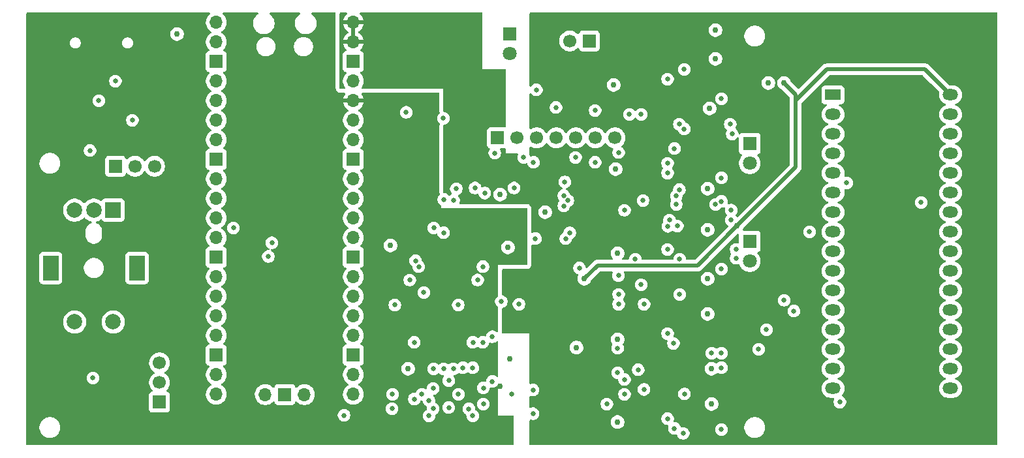
<source format=gbr>
%TF.GenerationSoftware,KiCad,Pcbnew,9.0.4*%
%TF.CreationDate,2025-09-26T12:58:40-07:00*%
%TF.ProjectId,SD-PGMR,53442d50-474d-4522-9e6b-696361645f70,v1.0*%
%TF.SameCoordinates,Original*%
%TF.FileFunction,Copper,L2,Inr*%
%TF.FilePolarity,Positive*%
%FSLAX46Y46*%
G04 Gerber Fmt 4.6, Leading zero omitted, Abs format (unit mm)*
G04 Created by KiCad (PCBNEW 9.0.4) date 2025-09-26 12:58:40*
%MOMM*%
%LPD*%
G01*
G04 APERTURE LIST*
%TA.AperFunction,ComponentPad*%
%ADD10R,1.700000X1.700000*%
%TD*%
%TA.AperFunction,ComponentPad*%
%ADD11C,1.700000*%
%TD*%
%TA.AperFunction,ComponentPad*%
%ADD12R,2.000000X1.440000*%
%TD*%
%TA.AperFunction,ComponentPad*%
%ADD13O,2.000000X1.440000*%
%TD*%
%TA.AperFunction,ComponentPad*%
%ADD14O,1.700000X1.700000*%
%TD*%
%TA.AperFunction,ComponentPad*%
%ADD15R,2.000000X2.000000*%
%TD*%
%TA.AperFunction,ComponentPad*%
%ADD16C,2.000000*%
%TD*%
%TA.AperFunction,ComponentPad*%
%ADD17R,2.000000X3.200000*%
%TD*%
%TA.AperFunction,ComponentPad*%
%ADD18R,1.800000X1.800000*%
%TD*%
%TA.AperFunction,ComponentPad*%
%ADD19C,1.800000*%
%TD*%
%TA.AperFunction,ViaPad*%
%ADD20C,0.762000*%
%TD*%
%TA.AperFunction,ViaPad*%
%ADD21C,0.635000*%
%TD*%
%TA.AperFunction,Conductor*%
%ADD22C,0.508000*%
%TD*%
G04 APERTURE END LIST*
D10*
%TO.N,GND*%
%TO.C,J4*%
X94234000Y-128778000D03*
D11*
%TO.N,/PD3*%
X94234000Y-126238000D03*
%TO.N,/PD2*%
X94234000Y-123698000D03*
%TD*%
D12*
%TO.N,/BA18*%
%TO.C,U10*%
X181610000Y-88900000D03*
D13*
%TO.N,/BA16*%
X181610000Y-91440000D03*
%TO.N,/BA15*%
X181610000Y-93980000D03*
%TO.N,/BA12*%
X181610000Y-96520000D03*
%TO.N,/BA7*%
X181610000Y-99060000D03*
%TO.N,/BA6*%
X181610000Y-101600000D03*
%TO.N,/BA5*%
X181610000Y-104140000D03*
%TO.N,/BA4*%
X181610000Y-106680000D03*
%TO.N,/BA3*%
X181610000Y-109220000D03*
%TO.N,/BA2*%
X181610000Y-111760000D03*
%TO.N,/BA1*%
X181610000Y-114300000D03*
%TO.N,/BA0*%
X181610000Y-116840000D03*
%TO.N,/BD0*%
X181610000Y-119380000D03*
%TO.N,/BD1*%
X181610000Y-121920000D03*
%TO.N,/BD2*%
X181610000Y-124460000D03*
%TO.N,GND*%
X181610000Y-127000000D03*
%TO.N,/BD3*%
X196850000Y-127000000D03*
%TO.N,/BD4*%
X196850000Y-124460000D03*
%TO.N,/BD5*%
X196850000Y-121920000D03*
%TO.N,/BD6*%
X196850000Y-119380000D03*
%TO.N,/BD7*%
X196850000Y-116840000D03*
%TO.N,/F_SEL-*%
X196850000Y-114300000D03*
%TO.N,/BA10*%
X196850000Y-111760000D03*
%TO.N,/PRD-*%
X196850000Y-109220000D03*
%TO.N,/BA11*%
X196850000Y-106680000D03*
%TO.N,/BA9*%
X196850000Y-104140000D03*
%TO.N,/BA8*%
X196850000Y-101600000D03*
%TO.N,/BA13*%
X196850000Y-99060000D03*
%TO.N,/BA14*%
X196850000Y-96520000D03*
%TO.N,/BA17*%
X196850000Y-93980000D03*
%TO.N,/FWR-*%
X196850000Y-91440000D03*
%TO.N,+5VP*%
X196850000Y-88900000D03*
%TD*%
D14*
%TO.N,/RE_A*%
%TO.C,U3*%
X101600000Y-79502000D03*
%TO.N,/RE_B*%
X101600000Y-82042000D03*
D10*
%TO.N,GND*%
X101600000Y-84582000D03*
D14*
%TO.N,/SPICK*%
X101600000Y-87122000D03*
%TO.N,/SPIMO*%
X101600000Y-89662000D03*
%TO.N,/SPIMI*%
X101600000Y-92202000D03*
%TO.N,/CARD_CS-*%
X101600000Y-94742000D03*
D10*
%TO.N,GND*%
X101600000Y-97282000D03*
D14*
%TO.N,/DISP_CS-*%
X101600000Y-99822000D03*
%TO.N,/SD_DET-*%
X101600000Y-102362000D03*
%TO.N,/RE_SW-*%
X101600000Y-104902000D03*
%TO.N,/FPWR_ON*%
X101600000Y-107442000D03*
D10*
%TO.N,GND*%
X101600000Y-109982000D03*
D14*
%TO.N,/PD0*%
X101600000Y-112522000D03*
%TO.N,/PD1*%
X101600000Y-115062000D03*
%TO.N,/PD2*%
X101600000Y-117602000D03*
%TO.N,/PD3*%
X101600000Y-120142000D03*
D10*
%TO.N,GND*%
X101600000Y-122682000D03*
D14*
%TO.N,/PD4*%
X101600000Y-125222000D03*
%TO.N,/PD5*%
X101600000Y-127762000D03*
%TO.N,/PD6*%
X119380000Y-127762000D03*
%TO.N,/PD7*%
X119380000Y-125222000D03*
D10*
%TO.N,GND*%
X119380000Y-122682000D03*
D14*
%TO.N,/PRD-*%
X119380000Y-120142000D03*
%TO.N,/PWR-*%
X119380000Y-117602000D03*
%TO.N,/DATA_LCH*%
X119380000Y-115062000D03*
%TO.N,/FWR-*%
X119380000Y-112522000D03*
D10*
%TO.N,GND*%
X119380000Y-109982000D03*
D14*
%TO.N,Net-(U3-GPIO22)*%
X119380000Y-107442000D03*
%TO.N,/RESET-*%
X119380000Y-104902000D03*
%TO.N,/A0*%
X119380000Y-102362000D03*
%TO.N,/A1*%
X119380000Y-99822000D03*
D10*
%TO.N,GND*%
X119380000Y-97282000D03*
D14*
%TO.N,/A2*%
X119380000Y-94742000D03*
%TO.N,unconnected-(U3-ADC_VREF-Pad35)_1*%
X119380000Y-92202000D03*
%TO.N,+3.3V*%
X119380000Y-89662000D03*
%TO.N,unconnected-(U3-3V3_EN-Pad37)_1*%
X119380000Y-87122000D03*
D10*
%TO.N,GND*%
X119380000Y-84582000D03*
D14*
%TO.N,+5V*%
X119380000Y-82042000D03*
X119380000Y-79502000D03*
%TO.N,unconnected-(U3-SWCLK-PadD1)_1*%
X107954000Y-127802000D03*
D10*
%TO.N,unconnected-(U3-GND-PadD2)_1*%
X110494000Y-127802000D03*
D14*
%TO.N,unconnected-(U3-SWDIO-PadD3)*%
X113034000Y-127802000D03*
%TD*%
D15*
%TO.N,/RE_A*%
%TO.C,RE1*%
X88225000Y-103875000D03*
D16*
%TO.N,/RE_B*%
X83225000Y-103875000D03*
%TO.N,GND*%
X85725000Y-103875000D03*
D17*
%TO.N,N/C*%
X91325000Y-111375000D03*
X80125000Y-111375000D03*
D16*
%TO.N,GND*%
X83225000Y-118375000D03*
%TO.N,/RE_SW-*%
X88225000Y-118375000D03*
%TD*%
D18*
%TO.N,GND*%
%TO.C,LED3*%
X170815000Y-107950000D03*
D19*
%TO.N,Net-(LED3-A)*%
X170815000Y-110490000D03*
%TD*%
D18*
%TO.N,GND*%
%TO.C,LED2*%
X139700000Y-81026000D03*
D19*
%TO.N,Net-(LED2-A)*%
X139700000Y-83566000D03*
%TD*%
D18*
%TO.N,GND*%
%TO.C,LED1*%
X170815000Y-95250000D03*
D19*
%TO.N,Net-(LED1-A)*%
X170815000Y-97790000D03*
%TD*%
D10*
%TO.N,GND*%
%TO.C,J3*%
X149992000Y-81915000D03*
D11*
%TO.N,+3.3V*%
X147452000Y-81915000D03*
%TD*%
D10*
%TO.N,GND*%
%TO.C,J2*%
X88519000Y-98171000D03*
D11*
%TO.N,/RE_B*%
X91059000Y-98171000D03*
%TO.N,/RE_A*%
X93599000Y-98171000D03*
%TD*%
D10*
%TO.N,GND*%
%TO.C,J1*%
X138083500Y-94488000D03*
D11*
%TO.N,+3.3V*%
X140623500Y-94488000D03*
%TO.N,/SPICK*%
X143163500Y-94488000D03*
%TO.N,/SPIMO*%
X145703500Y-94488000D03*
%TO.N,/DISPRST-*%
X148243500Y-94488000D03*
%TO.N,/DISP_CD*%
X150783500Y-94488000D03*
%TO.N,/DISP_CS-*%
X153323500Y-94488000D03*
%TD*%
D20*
%TO.N,GND*%
X165354000Y-106426000D03*
%TO.N,+3.3V*%
X138938000Y-132588000D03*
%TO.N,+5V*%
X153416000Y-100330000D03*
%TO.N,+3.3V*%
X138430000Y-126746000D03*
X87884000Y-95250000D03*
%TO.N,GND*%
X153162000Y-87630000D03*
%TO.N,+5V*%
X153162000Y-89408000D03*
X152146000Y-131826000D03*
X155955000Y-121412000D03*
X155702000Y-112268000D03*
X151638000Y-112522000D03*
X139192000Y-118618000D03*
X132080000Y-98806000D03*
D21*
%TO.N,/FPWR_ON*%
X148717000Y-111379000D03*
D20*
%TO.N,+5V*%
X140970000Y-112014000D03*
%TO.N,+5VP*%
X175260000Y-87376000D03*
%TO.N,GND*%
X173228000Y-87376000D03*
%TO.N,+5VP*%
X169164000Y-105918000D03*
X149352000Y-112776000D03*
%TO.N,GND*%
X126492000Y-124460000D03*
X139700000Y-123190000D03*
X148336000Y-121691400D03*
X153670000Y-120650000D03*
X153670000Y-131371000D03*
X165862000Y-129032000D03*
X165862000Y-124460000D03*
X165354000Y-112776000D03*
X165354000Y-117348000D03*
X165354000Y-101092000D03*
X165608000Y-90678000D03*
X166370000Y-84238100D03*
X166370000Y-80518000D03*
X153416000Y-98552000D03*
X153670000Y-109474000D03*
X144272000Y-104140000D03*
X138430000Y-101854000D03*
X139446000Y-108712000D03*
X124206000Y-108458000D03*
X96520000Y-81026000D03*
D21*
%TO.N,/PD5*%
X103835200Y-106172000D03*
%TO.N,/PD4*%
X129184400Y-128574800D03*
X129743200Y-127000000D03*
%TO.N,/PD7*%
X108356400Y-109880400D03*
X127457200Y-110439200D03*
X153771600Y-112369600D03*
%TO.N,/PD2*%
X136245600Y-129032000D03*
X136245600Y-126949200D03*
%TO.N,/PD3*%
X131759552Y-129489200D03*
X131775200Y-125984000D03*
%TO.N,/PWR-*%
X138582400Y-115722400D03*
%TO.N,/PD0*%
X142697200Y-130289300D03*
X142697200Y-127203200D03*
%TO.N,/PD3*%
X132384800Y-102616000D03*
%TO.N,/PD0*%
X136194800Y-111201200D03*
X127863600Y-111201200D03*
%TO.N,/PD1*%
X135514300Y-112928400D03*
X126703433Y-112936633D03*
%TO.N,/PD2*%
X132994400Y-116179600D03*
X124764800Y-116179600D03*
%TO.N,/PD3*%
X124409200Y-129641600D03*
X129743200Y-129641600D03*
%TO.N,/PRD-*%
X137414000Y-120294400D03*
%TO.N,/PD7*%
X127304800Y-128384300D03*
%TO.N,/PD4*%
X129193500Y-130561539D03*
X118173500Y-130492500D03*
%TO.N,/PD6*%
X124460000Y-127762000D03*
X128270000Y-127762000D03*
%TO.N,/FPWR_ON*%
X108813600Y-108102400D03*
%TO.N,/BD2*%
X134366000Y-129667000D03*
%TO.N,/SPIMO*%
X145669000Y-90551000D03*
%TO.N,/SPICK*%
X143129000Y-88265000D03*
%TO.N,/A0*%
X131114800Y-102489000D03*
X136436100Y-101650800D03*
%TO.N,/A1*%
X135178800Y-100990400D03*
X132740400Y-101104700D03*
%TO.N,/RESET-*%
X126238000Y-91173300D03*
%TO.N,/ADL_LD-*%
X140868400Y-116078000D03*
X153797000Y-116078000D03*
%TO.N,/PD6*%
X128524000Y-114554000D03*
X153797000Y-114808000D03*
%TO.N,/PD4*%
X131098500Y-106807000D03*
X147462621Y-106819700D03*
X160197706Y-105969176D03*
%TO.N,/DISP_CS-*%
X131064000Y-91948000D03*
%TO.N,/DISPRST-*%
X148209000Y-97028000D03*
X141478000Y-97028000D03*
%TO.N,/DISP_CD*%
X150749000Y-97663000D03*
X142748000Y-97663000D03*
%TO.N,/PD2*%
X152273000Y-129032000D03*
%TO.N,/PD1*%
X134874000Y-130556000D03*
X134874000Y-124333000D03*
%TO.N,/ADM_LD-*%
X137731500Y-96456500D03*
X153797000Y-96393000D03*
%TO.N,/ADL_LD-*%
X157088585Y-127139700D03*
X157099000Y-116078000D03*
%TO.N,/PD0*%
X161718600Y-110236000D03*
X161036000Y-132207000D03*
%TO.N,/PD3*%
X156337000Y-124587000D03*
X156959300Y-102616000D03*
%TO.N,/PD4*%
X160909000Y-121158000D03*
X160147000Y-99060000D03*
%TO.N,/ADM_LD-*%
X160401000Y-105156000D03*
X161036000Y-95885000D03*
%TO.N,/PD6*%
X161718600Y-114808000D03*
X161417000Y-105918000D03*
X161683700Y-101219000D03*
X161671000Y-92718900D03*
%TO.N,/PD7*%
X156718000Y-113538000D03*
X156718000Y-91440000D03*
%TO.N,/PD5*%
X129828500Y-106172000D03*
X146685000Y-103313793D03*
X161276300Y-103124000D03*
%TO.N,/PD0*%
X155956000Y-110236000D03*
X155194000Y-91440000D03*
%TO.N,/PD1*%
X167132000Y-122428000D03*
X167132000Y-124333000D03*
X167132000Y-132334000D03*
%TO.N,/PD5*%
X165862000Y-122428000D03*
X166370000Y-103124000D03*
%TO.N,/PD1*%
X167132000Y-111506000D03*
X167132000Y-99682300D03*
X167132000Y-102743000D03*
X167132000Y-89408000D03*
%TO.N,/PD2*%
X154559000Y-125857000D03*
X154559000Y-103881126D03*
X150749000Y-90932000D03*
%TO.N,/PD3*%
X147208621Y-102635526D03*
X146812000Y-100215700D03*
%TO.N,/BD0*%
X136178500Y-121031000D03*
X153670000Y-121793000D03*
X172974000Y-119380000D03*
%TO.N,/BD1*%
X171958000Y-121920000D03*
X134892000Y-121031000D03*
X153670000Y-124968000D03*
%TO.N,/BD2*%
X133604000Y-124333000D03*
X162179000Y-132834300D03*
%TO.N,/F_SEL-*%
X140242500Y-100990400D03*
X146685000Y-101981000D03*
X183388000Y-100330000D03*
X161276300Y-102010144D03*
%TO.N,/BD7*%
X127288500Y-121031000D03*
X133004152Y-127762000D03*
X154559000Y-127762000D03*
X139954000Y-127762000D03*
X162341994Y-127721644D03*
%TO.N,/BD5*%
X129794000Y-124460000D03*
%TO.N,/BD4*%
X131098500Y-124460000D03*
%TO.N,/PRD-*%
X137414000Y-126111000D03*
X175271700Y-115563464D03*
%TO.N,/ACLK*%
X143002000Y-107569000D03*
X146939000Y-107569000D03*
X160147000Y-130937000D03*
X160147000Y-119888000D03*
X160147000Y-108966000D03*
X160147000Y-97790000D03*
X160147000Y-86868000D03*
%TO.N,Net-(U8-~{RC})*%
X162306000Y-85598000D03*
X162306000Y-93345000D03*
%TO.N,/BA11*%
X193040000Y-102870000D03*
%TO.N,/BA15*%
X168275000Y-92718900D03*
%TO.N,/BA14*%
X168529000Y-93980000D03*
%TO.N,/BA11*%
X168407079Y-103876917D03*
%TO.N,/BA10*%
X168402000Y-105156000D03*
%TO.N,/BA8*%
X169037000Y-108966000D03*
%TO.N,/BA9*%
X169037000Y-110109000D03*
%TO.N,/BA4*%
X178562000Y-106680000D03*
%TO.N,/BA0*%
X176530000Y-116967000D03*
%TO.N,/BD3*%
X132358400Y-124460000D03*
X182499000Y-128778000D03*
%TO.N,Net-(U3-GPIO22)*%
X85598000Y-125650000D03*
%TO.N,/CARD_CS-*%
X85217000Y-96139000D03*
%TO.N,/SPIMI*%
X90721000Y-92202000D03*
%TO.N,/SPIMO*%
X86360000Y-89662000D03*
%TO.N,/SPICK*%
X88519000Y-87122000D03*
%TD*%
D22*
%TO.N,+5VP*%
X175260000Y-87376000D02*
X176784000Y-88900000D01*
X176784000Y-88900000D02*
X176784000Y-89916000D01*
X176784000Y-89916000D02*
X176784000Y-89634932D01*
X193548000Y-85598000D02*
X196850000Y-88900000D01*
X176784000Y-89634932D02*
X180820932Y-85598000D01*
X180820932Y-85598000D02*
X193548000Y-85598000D01*
X176784000Y-98298000D02*
X176784000Y-89916000D01*
X169164000Y-105918000D02*
X176784000Y-98298000D01*
X149352000Y-112776000D02*
X151065500Y-111062500D01*
X164019500Y-111062500D02*
X169164000Y-105918000D01*
X151065500Y-111062500D02*
X164019500Y-111062500D01*
%TD*%
%TA.AperFunction,Conductor*%
%TO.N,+5V*%
G36*
X202889039Y-78251685D02*
G01*
X202934794Y-78304489D01*
X202946000Y-78356000D01*
X202946000Y-134242000D01*
X202926315Y-134309039D01*
X202873511Y-134354794D01*
X202822000Y-134366000D01*
X142364000Y-134366000D01*
X142296961Y-134346315D01*
X142251206Y-134293511D01*
X142240000Y-134242000D01*
X142240000Y-131457822D01*
X152788499Y-131457822D01*
X152822374Y-131628118D01*
X152822377Y-131628128D01*
X152888821Y-131788540D01*
X152888828Y-131788553D01*
X152985293Y-131932922D01*
X152985296Y-131932926D01*
X153108073Y-132055703D01*
X153108077Y-132055706D01*
X153252446Y-132152171D01*
X153252459Y-132152178D01*
X153412871Y-132218622D01*
X153412876Y-132218624D01*
X153412880Y-132218624D01*
X153412881Y-132218625D01*
X153583177Y-132252500D01*
X153583180Y-132252500D01*
X153756822Y-132252500D01*
X153871394Y-132229709D01*
X153927124Y-132218624D01*
X154087547Y-132152175D01*
X154231923Y-132055706D01*
X154354706Y-131932923D01*
X154451175Y-131788547D01*
X154517624Y-131628124D01*
X154546671Y-131482096D01*
X154551500Y-131457822D01*
X154551500Y-131284177D01*
X154517625Y-131113881D01*
X154517624Y-131113880D01*
X154517624Y-131113876D01*
X154514900Y-131107299D01*
X154451178Y-130953459D01*
X154451172Y-130953448D01*
X154428310Y-130919232D01*
X154428309Y-130919231D01*
X154386346Y-130856429D01*
X159329000Y-130856429D01*
X159329000Y-131017570D01*
X159360433Y-131175594D01*
X159360435Y-131175602D01*
X159422096Y-131324466D01*
X159511619Y-131458447D01*
X159625552Y-131572380D01*
X159759533Y-131661903D01*
X159833965Y-131692733D01*
X159908398Y-131723565D01*
X160066429Y-131754999D01*
X160066433Y-131755000D01*
X160152248Y-131755000D01*
X160219287Y-131774685D01*
X160265042Y-131827489D01*
X160274986Y-131896647D01*
X160266809Y-131926452D01*
X160249436Y-131968393D01*
X160249433Y-131968405D01*
X160218000Y-132126429D01*
X160218000Y-132287570D01*
X160249433Y-132445594D01*
X160249435Y-132445602D01*
X160311096Y-132594466D01*
X160400619Y-132728447D01*
X160514552Y-132842380D01*
X160648533Y-132931903D01*
X160703112Y-132954510D01*
X160797398Y-132993565D01*
X160955429Y-133024999D01*
X160955433Y-133025000D01*
X160955434Y-133025000D01*
X161116567Y-133025000D01*
X161116567Y-133024999D01*
X161253296Y-132997803D01*
X161322887Y-133004030D01*
X161378065Y-133046893D01*
X161392048Y-133071967D01*
X161454096Y-133221766D01*
X161543619Y-133355747D01*
X161657552Y-133469680D01*
X161791533Y-133559203D01*
X161865965Y-133590033D01*
X161940398Y-133620865D01*
X162098429Y-133652299D01*
X162098433Y-133652300D01*
X162098434Y-133652300D01*
X162259567Y-133652300D01*
X162259568Y-133652299D01*
X162417602Y-133620865D01*
X162566468Y-133559202D01*
X162700445Y-133469682D01*
X162814382Y-133355745D01*
X162903902Y-133221768D01*
X162965565Y-133072902D01*
X162997000Y-132914866D01*
X162997000Y-132753734D01*
X162965565Y-132595698D01*
X162903902Y-132446832D01*
X162903075Y-132445594D01*
X162816639Y-132316232D01*
X162816636Y-132316229D01*
X162814379Y-132312851D01*
X162754957Y-132253429D01*
X166314000Y-132253429D01*
X166314000Y-132414570D01*
X166345433Y-132572594D01*
X166345435Y-132572602D01*
X166407096Y-132721466D01*
X166496619Y-132855447D01*
X166610552Y-132969380D01*
X166744533Y-133058903D01*
X166818965Y-133089733D01*
X166893398Y-133120565D01*
X167051429Y-133151999D01*
X167051433Y-133152000D01*
X167051434Y-133152000D01*
X167212567Y-133152000D01*
X167212568Y-133151999D01*
X167370602Y-133120565D01*
X167519468Y-133058902D01*
X167653445Y-132969382D01*
X167767382Y-132855445D01*
X167856902Y-132721468D01*
X167918565Y-132572602D01*
X167950000Y-132414566D01*
X167950000Y-132253434D01*
X167918565Y-132095398D01*
X167897067Y-132043497D01*
X167885799Y-132016294D01*
X167868161Y-131973713D01*
X170099500Y-131973713D01*
X170099500Y-132186286D01*
X170119546Y-132312855D01*
X170132754Y-132396243D01*
X170197563Y-132595705D01*
X170198444Y-132598414D01*
X170294951Y-132787820D01*
X170419890Y-132959786D01*
X170570213Y-133110109D01*
X170742179Y-133235048D01*
X170742181Y-133235049D01*
X170742184Y-133235051D01*
X170931588Y-133331557D01*
X171133757Y-133397246D01*
X171343713Y-133430500D01*
X171343714Y-133430500D01*
X171556286Y-133430500D01*
X171556287Y-133430500D01*
X171766243Y-133397246D01*
X171968412Y-133331557D01*
X172157816Y-133235051D01*
X172272127Y-133152000D01*
X172329786Y-133110109D01*
X172329788Y-133110106D01*
X172329792Y-133110104D01*
X172480104Y-132959792D01*
X172480106Y-132959788D01*
X172480109Y-132959786D01*
X172605048Y-132787820D01*
X172605047Y-132787820D01*
X172605051Y-132787816D01*
X172701557Y-132598412D01*
X172767246Y-132396243D01*
X172800500Y-132186287D01*
X172800500Y-131973713D01*
X172767246Y-131763757D01*
X172701557Y-131561588D01*
X172605051Y-131372184D01*
X172605049Y-131372181D01*
X172605048Y-131372179D01*
X172480109Y-131200213D01*
X172329786Y-131049890D01*
X172157820Y-130924951D01*
X171968414Y-130828444D01*
X171968413Y-130828443D01*
X171968412Y-130828443D01*
X171766243Y-130762754D01*
X171766241Y-130762753D01*
X171766240Y-130762753D01*
X171592471Y-130735231D01*
X171556287Y-130729500D01*
X171343713Y-130729500D01*
X171307529Y-130735231D01*
X171133760Y-130762753D01*
X171133757Y-130762754D01*
X171005985Y-130804270D01*
X170931585Y-130828444D01*
X170742179Y-130924951D01*
X170570213Y-131049890D01*
X170419890Y-131200213D01*
X170294951Y-131372179D01*
X170198444Y-131561585D01*
X170132753Y-131763760D01*
X170099500Y-131973713D01*
X167868161Y-131973713D01*
X167856903Y-131946534D01*
X167813871Y-131882132D01*
X167767382Y-131812555D01*
X167767380Y-131812552D01*
X167653447Y-131698619D01*
X167519466Y-131609096D01*
X167370602Y-131547435D01*
X167370594Y-131547433D01*
X167212570Y-131516000D01*
X167212566Y-131516000D01*
X167051434Y-131516000D01*
X167051429Y-131516000D01*
X166893405Y-131547433D01*
X166893397Y-131547435D01*
X166744533Y-131609096D01*
X166610552Y-131698619D01*
X166496619Y-131812552D01*
X166407096Y-131946533D01*
X166345435Y-132095397D01*
X166345433Y-132095405D01*
X166314000Y-132253429D01*
X162754957Y-132253429D01*
X162700447Y-132198919D01*
X162566466Y-132109396D01*
X162417602Y-132047735D01*
X162417594Y-132047733D01*
X162259570Y-132016300D01*
X162259566Y-132016300D01*
X162098434Y-132016300D01*
X162054015Y-132025135D01*
X161961702Y-132043497D01*
X161892111Y-132037268D01*
X161836934Y-131994405D01*
X161822951Y-131969332D01*
X161822565Y-131968402D01*
X161822565Y-131968398D01*
X161760902Y-131819532D01*
X161671382Y-131685555D01*
X161671380Y-131685552D01*
X161557447Y-131571619D01*
X161423466Y-131482096D01*
X161274602Y-131420435D01*
X161274594Y-131420433D01*
X161116570Y-131389000D01*
X161116566Y-131389000D01*
X161030752Y-131389000D01*
X160963713Y-131369315D01*
X160917958Y-131316511D01*
X160908014Y-131247353D01*
X160916191Y-131217548D01*
X160933563Y-131175606D01*
X160933565Y-131175602D01*
X160965000Y-131017566D01*
X160965000Y-130856434D01*
X160933565Y-130698398D01*
X160889625Y-130592318D01*
X160871903Y-130549533D01*
X160782380Y-130415552D01*
X160668447Y-130301619D01*
X160534466Y-130212096D01*
X160385602Y-130150435D01*
X160385594Y-130150433D01*
X160227570Y-130119000D01*
X160227566Y-130119000D01*
X160066434Y-130119000D01*
X160066429Y-130119000D01*
X159908405Y-130150433D01*
X159908397Y-130150435D01*
X159759533Y-130212096D01*
X159625552Y-130301619D01*
X159511619Y-130415552D01*
X159422096Y-130549533D01*
X159360435Y-130698397D01*
X159360433Y-130698405D01*
X159329000Y-130856429D01*
X154386346Y-130856429D01*
X154354706Y-130809077D01*
X154354703Y-130809073D01*
X154231926Y-130686296D01*
X154231922Y-130686293D01*
X154087553Y-130589828D01*
X154087540Y-130589821D01*
X153927128Y-130523377D01*
X153927118Y-130523374D01*
X153756822Y-130489500D01*
X153756820Y-130489500D01*
X153583180Y-130489500D01*
X153583178Y-130489500D01*
X153412881Y-130523374D01*
X153412871Y-130523377D01*
X153252459Y-130589821D01*
X153252446Y-130589828D01*
X153108077Y-130686293D01*
X153108073Y-130686296D01*
X152985296Y-130809073D01*
X152985293Y-130809077D01*
X152888828Y-130953446D01*
X152888821Y-130953459D01*
X152822377Y-131113871D01*
X152822374Y-131113881D01*
X152788500Y-131284177D01*
X152788500Y-131284180D01*
X152788500Y-131457820D01*
X152788500Y-131457822D01*
X152788499Y-131457822D01*
X142240000Y-131457822D01*
X142240000Y-131170897D01*
X142259685Y-131103858D01*
X142312489Y-131058103D01*
X142381647Y-131048159D01*
X142411446Y-131056333D01*
X142458598Y-131075865D01*
X142599330Y-131103858D01*
X142616629Y-131107299D01*
X142616633Y-131107300D01*
X142616634Y-131107300D01*
X142777767Y-131107300D01*
X142777768Y-131107299D01*
X142935802Y-131075865D01*
X143076537Y-131017570D01*
X143084666Y-131014203D01*
X143084666Y-131014202D01*
X143084668Y-131014202D01*
X143218645Y-130924682D01*
X143332582Y-130810745D01*
X143422102Y-130676768D01*
X143483765Y-130527902D01*
X143515200Y-130369866D01*
X143515200Y-130208734D01*
X143483765Y-130050698D01*
X143450998Y-129971593D01*
X143422103Y-129901833D01*
X143332580Y-129767852D01*
X143218647Y-129653919D01*
X143084666Y-129564396D01*
X142935802Y-129502735D01*
X142935794Y-129502733D01*
X142777770Y-129471300D01*
X142777766Y-129471300D01*
X142616634Y-129471300D01*
X142616629Y-129471300D01*
X142458605Y-129502733D01*
X142458593Y-129502736D01*
X142411452Y-129522263D01*
X142341983Y-129529732D01*
X142279504Y-129498457D01*
X142243852Y-129438367D01*
X142240000Y-129407702D01*
X142240000Y-128951429D01*
X151455000Y-128951429D01*
X151455000Y-129112570D01*
X151486433Y-129270594D01*
X151486435Y-129270602D01*
X151548096Y-129419466D01*
X151637619Y-129553447D01*
X151751552Y-129667380D01*
X151885533Y-129756903D01*
X151959965Y-129787733D01*
X152034398Y-129818565D01*
X152192429Y-129849999D01*
X152192433Y-129850000D01*
X152192434Y-129850000D01*
X152353567Y-129850000D01*
X152353568Y-129849999D01*
X152511602Y-129818565D01*
X152660468Y-129756902D01*
X152794445Y-129667382D01*
X152908382Y-129553445D01*
X152997902Y-129419468D01*
X153059565Y-129270602D01*
X153089756Y-129118822D01*
X164980499Y-129118822D01*
X165014374Y-129289118D01*
X165014377Y-129289128D01*
X165080821Y-129449540D01*
X165080828Y-129449553D01*
X165177293Y-129593922D01*
X165177296Y-129593926D01*
X165300073Y-129716703D01*
X165300077Y-129716706D01*
X165444446Y-129813171D01*
X165444459Y-129813178D01*
X165572484Y-129866207D01*
X165604876Y-129879624D01*
X165604880Y-129879624D01*
X165604881Y-129879625D01*
X165775177Y-129913500D01*
X165775180Y-129913500D01*
X165948822Y-129913500D01*
X166063394Y-129890709D01*
X166119124Y-129879624D01*
X166279547Y-129813175D01*
X166423923Y-129716706D01*
X166546706Y-129593923D01*
X166643175Y-129449547D01*
X166709624Y-129289124D01*
X166729598Y-129188709D01*
X166743500Y-129118822D01*
X166743500Y-128945177D01*
X166709625Y-128774881D01*
X166709624Y-128774880D01*
X166709624Y-128774876D01*
X166709266Y-128774011D01*
X166643178Y-128614459D01*
X166643171Y-128614446D01*
X166546706Y-128470077D01*
X166546703Y-128470073D01*
X166423926Y-128347296D01*
X166423922Y-128347293D01*
X166279553Y-128250828D01*
X166279540Y-128250821D01*
X166119128Y-128184377D01*
X166119118Y-128184374D01*
X165948822Y-128150500D01*
X165948820Y-128150500D01*
X165775180Y-128150500D01*
X165775178Y-128150500D01*
X165604881Y-128184374D01*
X165604871Y-128184377D01*
X165444459Y-128250821D01*
X165444446Y-128250828D01*
X165300077Y-128347293D01*
X165300073Y-128347296D01*
X165177296Y-128470073D01*
X165177293Y-128470077D01*
X165080828Y-128614446D01*
X165080821Y-128614459D01*
X165014377Y-128774871D01*
X165014374Y-128774881D01*
X164980500Y-128945177D01*
X164980500Y-128945180D01*
X164980500Y-129118820D01*
X164980500Y-129118822D01*
X164980499Y-129118822D01*
X153089756Y-129118822D01*
X153091000Y-129112566D01*
X153091000Y-128951434D01*
X153089755Y-128945177D01*
X153064365Y-128817530D01*
X153059565Y-128793398D01*
X153019813Y-128697429D01*
X152997903Y-128644533D01*
X152908380Y-128510552D01*
X152794447Y-128396619D01*
X152660466Y-128307096D01*
X152511602Y-128245435D01*
X152511594Y-128245433D01*
X152353570Y-128214000D01*
X152353566Y-128214000D01*
X152192434Y-128214000D01*
X152192429Y-128214000D01*
X152034405Y-128245433D01*
X152034397Y-128245435D01*
X151885533Y-128307096D01*
X151751552Y-128396619D01*
X151637619Y-128510552D01*
X151548096Y-128644533D01*
X151486435Y-128793397D01*
X151486433Y-128793405D01*
X151455000Y-128951429D01*
X142240000Y-128951429D01*
X142240000Y-128084797D01*
X142259685Y-128017758D01*
X142312489Y-127972003D01*
X142381647Y-127962059D01*
X142411446Y-127970233D01*
X142458598Y-127989765D01*
X142599330Y-128017758D01*
X142616629Y-128021199D01*
X142616633Y-128021200D01*
X142616634Y-128021200D01*
X142777767Y-128021200D01*
X142777768Y-128021199D01*
X142935802Y-127989765D01*
X143076537Y-127931470D01*
X143084666Y-127928103D01*
X143084666Y-127928102D01*
X143084668Y-127928102D01*
X143218645Y-127838582D01*
X143332582Y-127724645D01*
X143361458Y-127681429D01*
X153741000Y-127681429D01*
X153741000Y-127842570D01*
X153772433Y-128000594D01*
X153772435Y-128000602D01*
X153834096Y-128149466D01*
X153923619Y-128283447D01*
X154037552Y-128397380D01*
X154171533Y-128486903D01*
X154245965Y-128517733D01*
X154320398Y-128548565D01*
X154478429Y-128579999D01*
X154478433Y-128580000D01*
X154478434Y-128580000D01*
X154639567Y-128580000D01*
X154639568Y-128579999D01*
X154797602Y-128548565D01*
X154946468Y-128486902D01*
X155080445Y-128397382D01*
X155194382Y-128283445D01*
X155283902Y-128149468D01*
X155286740Y-128142618D01*
X155306473Y-128094977D01*
X155345565Y-128000602D01*
X155377000Y-127842566D01*
X155377000Y-127681434D01*
X155345565Y-127523398D01*
X155314733Y-127448965D01*
X155283903Y-127374533D01*
X155194380Y-127240552D01*
X155080447Y-127126619D01*
X154979441Y-127059129D01*
X156270585Y-127059129D01*
X156270585Y-127220270D01*
X156302018Y-127378294D01*
X156302020Y-127378302D01*
X156363681Y-127527166D01*
X156453204Y-127661147D01*
X156567137Y-127775080D01*
X156701118Y-127864603D01*
X156775550Y-127895433D01*
X156849983Y-127926265D01*
X157008014Y-127957699D01*
X157008018Y-127957700D01*
X157008019Y-127957700D01*
X157169152Y-127957700D01*
X157169153Y-127957699D01*
X157327187Y-127926265D01*
X157454251Y-127873632D01*
X157476051Y-127864603D01*
X157476051Y-127864602D01*
X157476053Y-127864602D01*
X157610030Y-127775082D01*
X157723967Y-127661145D01*
X157737379Y-127641073D01*
X161523994Y-127641073D01*
X161523994Y-127802214D01*
X161555427Y-127960238D01*
X161555429Y-127960246D01*
X161617090Y-128109110D01*
X161706613Y-128243091D01*
X161820546Y-128357024D01*
X161954527Y-128446547D01*
X162011334Y-128470077D01*
X162103392Y-128508209D01*
X162224633Y-128532325D01*
X162261423Y-128539643D01*
X162261427Y-128539644D01*
X162261428Y-128539644D01*
X162422561Y-128539644D01*
X162422562Y-128539643D01*
X162580596Y-128508209D01*
X162729462Y-128446546D01*
X162863439Y-128357026D01*
X162977376Y-128243089D01*
X163066896Y-128109112D01*
X163128559Y-127960246D01*
X163159994Y-127802210D01*
X163159994Y-127641078D01*
X163128559Y-127483042D01*
X163085174Y-127378302D01*
X163066897Y-127334177D01*
X162977374Y-127200196D01*
X162863441Y-127086263D01*
X162729460Y-126996740D01*
X162580596Y-126935079D01*
X162580588Y-126935077D01*
X162422564Y-126903644D01*
X162422560Y-126903644D01*
X162261428Y-126903644D01*
X162261423Y-126903644D01*
X162103399Y-126935077D01*
X162103391Y-126935079D01*
X161954527Y-126996740D01*
X161820546Y-127086263D01*
X161706613Y-127200196D01*
X161617090Y-127334177D01*
X161555429Y-127483041D01*
X161555427Y-127483049D01*
X161523994Y-127641073D01*
X157737379Y-127641073D01*
X157789688Y-127562787D01*
X157800943Y-127545941D01*
X157813487Y-127527168D01*
X157875150Y-127378302D01*
X157906585Y-127220266D01*
X157906585Y-127059134D01*
X157875150Y-126901098D01*
X157833759Y-126801173D01*
X157813488Y-126752233D01*
X157723965Y-126618252D01*
X157610032Y-126504319D01*
X157476051Y-126414796D01*
X157327187Y-126353135D01*
X157327179Y-126353133D01*
X157169155Y-126321700D01*
X157169151Y-126321700D01*
X157008019Y-126321700D01*
X157008014Y-126321700D01*
X156849990Y-126353133D01*
X156849982Y-126353135D01*
X156701118Y-126414796D01*
X156567137Y-126504319D01*
X156453204Y-126618252D01*
X156363681Y-126752233D01*
X156302020Y-126901097D01*
X156302018Y-126901105D01*
X156270585Y-127059129D01*
X154979441Y-127059129D01*
X154946466Y-127037096D01*
X154797602Y-126975435D01*
X154797594Y-126975433D01*
X154639570Y-126944000D01*
X154639566Y-126944000D01*
X154478434Y-126944000D01*
X154478429Y-126944000D01*
X154320405Y-126975433D01*
X154320397Y-126975435D01*
X154171533Y-127037096D01*
X154037552Y-127126619D01*
X153923619Y-127240552D01*
X153834096Y-127374533D01*
X153772435Y-127523397D01*
X153772433Y-127523405D01*
X153741000Y-127681429D01*
X143361458Y-127681429D01*
X143422102Y-127590668D01*
X143483765Y-127441802D01*
X143515200Y-127283766D01*
X143515200Y-127122634D01*
X143483765Y-126964598D01*
X143439629Y-126858045D01*
X143422103Y-126815733D01*
X143332580Y-126681752D01*
X143218647Y-126567819D01*
X143084666Y-126478296D01*
X142935802Y-126416635D01*
X142935794Y-126416633D01*
X142777770Y-126385200D01*
X142777766Y-126385200D01*
X142616634Y-126385200D01*
X142616629Y-126385200D01*
X142458605Y-126416633D01*
X142458593Y-126416636D01*
X142411452Y-126436163D01*
X142341983Y-126443632D01*
X142279504Y-126412357D01*
X142243852Y-126352267D01*
X142240000Y-126321602D01*
X142240000Y-124887429D01*
X152852000Y-124887429D01*
X152852000Y-125048570D01*
X152883433Y-125206594D01*
X152883435Y-125206602D01*
X152945096Y-125355466D01*
X153034619Y-125489447D01*
X153148552Y-125603380D01*
X153282533Y-125692903D01*
X153337969Y-125715865D01*
X153431398Y-125754565D01*
X153556756Y-125779500D01*
X153589429Y-125785999D01*
X153589433Y-125786000D01*
X153589434Y-125786000D01*
X153617000Y-125786000D01*
X153684039Y-125805685D01*
X153729794Y-125858489D01*
X153741000Y-125910000D01*
X153741000Y-125937570D01*
X153772433Y-126095594D01*
X153772435Y-126095602D01*
X153834096Y-126244466D01*
X153923619Y-126378447D01*
X154037552Y-126492380D01*
X154171533Y-126581903D01*
X154235047Y-126608211D01*
X154320398Y-126643565D01*
X154464689Y-126672266D01*
X154478429Y-126674999D01*
X154478433Y-126675000D01*
X154478434Y-126675000D01*
X154639567Y-126675000D01*
X154639568Y-126674999D01*
X154797602Y-126643565D01*
X154946468Y-126581902D01*
X155080445Y-126492382D01*
X155194382Y-126378445D01*
X155283902Y-126244468D01*
X155285605Y-126240358D01*
X155295951Y-126215379D01*
X155345565Y-126095602D01*
X155377000Y-125937566D01*
X155377000Y-125776434D01*
X155345565Y-125618398D01*
X155314462Y-125543309D01*
X155283903Y-125469533D01*
X155194380Y-125335552D01*
X155080447Y-125221619D01*
X154946466Y-125132096D01*
X154797602Y-125070435D01*
X154797594Y-125070433D01*
X154639570Y-125039000D01*
X154639566Y-125039000D01*
X154612000Y-125039000D01*
X154544961Y-125019315D01*
X154499206Y-124966511D01*
X154488000Y-124915000D01*
X154488000Y-124887433D01*
X154487999Y-124887429D01*
X154485016Y-124872433D01*
X154456565Y-124729398D01*
X154407081Y-124609934D01*
X154394902Y-124580531D01*
X154387353Y-124569234D01*
X154387352Y-124569233D01*
X154345388Y-124506429D01*
X155519000Y-124506429D01*
X155519000Y-124667570D01*
X155550433Y-124825594D01*
X155550435Y-124825602D01*
X155612096Y-124974466D01*
X155701619Y-125108447D01*
X155815552Y-125222380D01*
X155949533Y-125311903D01*
X156011330Y-125337500D01*
X156098398Y-125373565D01*
X156221328Y-125398017D01*
X156256429Y-125404999D01*
X156256433Y-125405000D01*
X156256434Y-125405000D01*
X156417567Y-125405000D01*
X156417568Y-125404999D01*
X156575602Y-125373565D01*
X156724468Y-125311902D01*
X156858445Y-125222382D01*
X156972382Y-125108445D01*
X157061902Y-124974468D01*
X157123565Y-124825602D01*
X157155000Y-124667566D01*
X157155000Y-124546822D01*
X164980499Y-124546822D01*
X165014374Y-124717118D01*
X165014377Y-124717128D01*
X165080821Y-124877540D01*
X165080828Y-124877553D01*
X165177293Y-125021922D01*
X165177296Y-125021926D01*
X165300073Y-125144703D01*
X165300077Y-125144706D01*
X165444446Y-125241171D01*
X165444459Y-125241178D01*
X165551089Y-125285345D01*
X165604876Y-125307624D01*
X165604880Y-125307624D01*
X165604881Y-125307625D01*
X165775177Y-125341500D01*
X165775180Y-125341500D01*
X165948822Y-125341500D01*
X166097617Y-125311902D01*
X166119124Y-125307624D01*
X166279547Y-125241175D01*
X166423923Y-125144706D01*
X166532418Y-125036210D01*
X166593739Y-125002726D01*
X166663431Y-125007710D01*
X166688988Y-125020789D01*
X166744532Y-125057902D01*
X166893398Y-125119565D01*
X167019777Y-125144703D01*
X167051429Y-125150999D01*
X167051433Y-125151000D01*
X167051434Y-125151000D01*
X167212567Y-125151000D01*
X167212568Y-125150999D01*
X167370602Y-125119565D01*
X167519468Y-125057902D01*
X167653445Y-124968382D01*
X167767382Y-124854445D01*
X167856902Y-124720468D01*
X167858286Y-124717128D01*
X167877176Y-124671522D01*
X167918565Y-124571602D01*
X167950000Y-124413566D01*
X167950000Y-124252434D01*
X167918565Y-124094398D01*
X167861027Y-123955490D01*
X167856903Y-123945533D01*
X167767380Y-123811552D01*
X167653447Y-123697619D01*
X167519466Y-123608096D01*
X167370602Y-123546435D01*
X167370594Y-123546433D01*
X167212570Y-123515000D01*
X167212566Y-123515000D01*
X167051434Y-123515000D01*
X167051429Y-123515000D01*
X166893405Y-123546433D01*
X166893397Y-123546435D01*
X166744533Y-123608096D01*
X166610552Y-123697619D01*
X166610551Y-123697620D01*
X166561195Y-123746977D01*
X166499872Y-123780462D01*
X166430180Y-123775478D01*
X166404623Y-123762398D01*
X166279553Y-123678828D01*
X166279540Y-123678821D01*
X166119128Y-123612377D01*
X166119118Y-123612374D01*
X165948822Y-123578500D01*
X165948820Y-123578500D01*
X165775180Y-123578500D01*
X165775178Y-123578500D01*
X165604881Y-123612374D01*
X165604871Y-123612377D01*
X165444459Y-123678821D01*
X165444446Y-123678828D01*
X165300077Y-123775293D01*
X165300073Y-123775296D01*
X165177296Y-123898073D01*
X165177293Y-123898077D01*
X165080828Y-124042446D01*
X165080821Y-124042459D01*
X165014377Y-124202871D01*
X165014374Y-124202881D01*
X164980500Y-124373177D01*
X164980500Y-124373180D01*
X164980500Y-124546820D01*
X164980500Y-124546822D01*
X164980499Y-124546822D01*
X157155000Y-124546822D01*
X157155000Y-124506434D01*
X157151734Y-124490014D01*
X157132095Y-124391279D01*
X157123566Y-124348405D01*
X157123565Y-124348398D01*
X157083813Y-124252429D01*
X157061903Y-124199533D01*
X156972380Y-124065552D01*
X156858447Y-123951619D01*
X156724466Y-123862096D01*
X156575602Y-123800435D01*
X156575594Y-123800433D01*
X156417570Y-123769000D01*
X156417566Y-123769000D01*
X156256434Y-123769000D01*
X156256429Y-123769000D01*
X156098405Y-123800433D01*
X156098397Y-123800435D01*
X155949533Y-123862096D01*
X155815552Y-123951619D01*
X155701619Y-124065552D01*
X155612096Y-124199533D01*
X155550435Y-124348397D01*
X155550433Y-124348405D01*
X155519000Y-124506429D01*
X154345388Y-124506429D01*
X154305382Y-124446555D01*
X154305380Y-124446552D01*
X154191447Y-124332619D01*
X154057466Y-124243096D01*
X153908602Y-124181435D01*
X153908594Y-124181433D01*
X153750570Y-124150000D01*
X153750566Y-124150000D01*
X153589434Y-124150000D01*
X153589429Y-124150000D01*
X153431405Y-124181433D01*
X153431397Y-124181435D01*
X153282533Y-124243096D01*
X153148552Y-124332619D01*
X153034619Y-124446552D01*
X152945096Y-124580533D01*
X152883435Y-124729397D01*
X152883433Y-124729405D01*
X152852000Y-124887429D01*
X142240000Y-124887429D01*
X142240000Y-121778222D01*
X147454499Y-121778222D01*
X147488374Y-121948518D01*
X147488377Y-121948528D01*
X147554821Y-122108940D01*
X147554828Y-122108953D01*
X147651293Y-122253322D01*
X147651296Y-122253326D01*
X147774073Y-122376103D01*
X147774077Y-122376106D01*
X147918446Y-122472571D01*
X147918459Y-122472578D01*
X148027885Y-122517903D01*
X148078876Y-122539024D01*
X148078880Y-122539024D01*
X148078881Y-122539025D01*
X148249177Y-122572900D01*
X148249180Y-122572900D01*
X148422822Y-122572900D01*
X148537394Y-122550109D01*
X148593124Y-122539024D01*
X148753547Y-122472575D01*
X148897923Y-122376106D01*
X149020706Y-122253323D01*
X149117175Y-122108947D01*
X149183624Y-121948524D01*
X149196677Y-121882902D01*
X149217500Y-121778222D01*
X149217500Y-121604577D01*
X149183625Y-121434281D01*
X149183624Y-121434280D01*
X149183624Y-121434276D01*
X149146024Y-121343500D01*
X149117178Y-121273859D01*
X149117171Y-121273846D01*
X149020706Y-121129477D01*
X149020703Y-121129473D01*
X148897926Y-121006696D01*
X148897922Y-121006693D01*
X148753553Y-120910228D01*
X148753540Y-120910221D01*
X148593128Y-120843777D01*
X148593118Y-120843774D01*
X148422822Y-120809900D01*
X148422820Y-120809900D01*
X148249180Y-120809900D01*
X148249178Y-120809900D01*
X148078881Y-120843774D01*
X148078871Y-120843777D01*
X147918459Y-120910221D01*
X147918446Y-120910228D01*
X147774077Y-121006693D01*
X147774073Y-121006696D01*
X147651296Y-121129473D01*
X147651293Y-121129477D01*
X147554828Y-121273846D01*
X147554821Y-121273859D01*
X147488377Y-121434271D01*
X147488374Y-121434281D01*
X147454500Y-121604577D01*
X147454500Y-121604580D01*
X147454500Y-121778220D01*
X147454500Y-121778222D01*
X147454499Y-121778222D01*
X142240000Y-121778222D01*
X142240000Y-120736822D01*
X152788499Y-120736822D01*
X152822374Y-120907118D01*
X152822377Y-120907128D01*
X152888821Y-121067540D01*
X152888828Y-121067553D01*
X152983846Y-121209757D01*
X153004724Y-121276435D01*
X152986239Y-121343815D01*
X152983847Y-121347537D01*
X152945098Y-121405530D01*
X152883435Y-121554397D01*
X152883433Y-121554405D01*
X152852000Y-121712429D01*
X152852000Y-121873570D01*
X152883433Y-122031594D01*
X152883435Y-122031602D01*
X152945096Y-122180466D01*
X153034619Y-122314447D01*
X153148552Y-122428380D01*
X153282533Y-122517903D01*
X153356965Y-122548733D01*
X153431398Y-122579565D01*
X153589429Y-122610999D01*
X153589433Y-122611000D01*
X153589434Y-122611000D01*
X153750567Y-122611000D01*
X153750568Y-122610999D01*
X153908602Y-122579565D01*
X154057468Y-122517902D01*
X154191445Y-122428382D01*
X154272398Y-122347429D01*
X165044000Y-122347429D01*
X165044000Y-122508570D01*
X165075433Y-122666594D01*
X165075435Y-122666602D01*
X165137096Y-122815466D01*
X165226619Y-122949447D01*
X165340552Y-123063380D01*
X165474533Y-123152903D01*
X165529969Y-123175865D01*
X165623398Y-123214565D01*
X165748756Y-123239500D01*
X165781429Y-123245999D01*
X165781433Y-123246000D01*
X165781434Y-123246000D01*
X165942567Y-123246000D01*
X165942568Y-123245999D01*
X166100602Y-123214565D01*
X166249468Y-123152902D01*
X166383445Y-123063382D01*
X166409319Y-123037507D01*
X166470640Y-123004023D01*
X166540332Y-123009007D01*
X166584680Y-123037507D01*
X166598255Y-123051082D01*
X166610555Y-123063382D01*
X166744533Y-123152903D01*
X166799969Y-123175865D01*
X166893398Y-123214565D01*
X167018756Y-123239500D01*
X167051429Y-123245999D01*
X167051433Y-123246000D01*
X167051434Y-123246000D01*
X167212567Y-123246000D01*
X167212568Y-123245999D01*
X167370602Y-123214565D01*
X167519468Y-123152902D01*
X167653445Y-123063382D01*
X167767382Y-122949445D01*
X167856902Y-122815468D01*
X167918565Y-122666602D01*
X167950000Y-122508566D01*
X167950000Y-122347434D01*
X167918565Y-122189398D01*
X167856902Y-122040532D01*
X167850935Y-122031602D01*
X167767383Y-121906556D01*
X167767379Y-121906551D01*
X167700257Y-121839429D01*
X171140000Y-121839429D01*
X171140000Y-122000570D01*
X171171433Y-122158594D01*
X171171435Y-122158602D01*
X171233096Y-122307466D01*
X171322619Y-122441447D01*
X171436552Y-122555380D01*
X171570533Y-122644903D01*
X171644965Y-122675733D01*
X171719398Y-122706565D01*
X171877429Y-122737999D01*
X171877433Y-122738000D01*
X171877434Y-122738000D01*
X172038567Y-122738000D01*
X172038568Y-122737999D01*
X172196602Y-122706565D01*
X172345468Y-122644902D01*
X172479445Y-122555382D01*
X172593382Y-122441445D01*
X172682902Y-122307468D01*
X172744565Y-122158602D01*
X172776000Y-122000566D01*
X172776000Y-121839434D01*
X172744565Y-121681398D01*
X172698121Y-121569273D01*
X172682903Y-121532533D01*
X172593380Y-121398552D01*
X172479447Y-121284619D01*
X172345466Y-121195096D01*
X172196602Y-121133435D01*
X172196594Y-121133433D01*
X172038570Y-121102000D01*
X172038566Y-121102000D01*
X171877434Y-121102000D01*
X171877429Y-121102000D01*
X171719405Y-121133433D01*
X171719397Y-121133435D01*
X171570533Y-121195096D01*
X171436552Y-121284619D01*
X171322619Y-121398552D01*
X171233096Y-121532533D01*
X171171435Y-121681397D01*
X171171433Y-121681405D01*
X171140000Y-121839429D01*
X167700257Y-121839429D01*
X167653447Y-121792619D01*
X167519466Y-121703096D01*
X167370602Y-121641435D01*
X167370594Y-121641433D01*
X167212570Y-121610000D01*
X167212566Y-121610000D01*
X167051434Y-121610000D01*
X167051429Y-121610000D01*
X166893405Y-121641433D01*
X166893397Y-121641435D01*
X166744533Y-121703096D01*
X166610552Y-121792619D01*
X166610551Y-121792620D01*
X166584681Y-121818491D01*
X166523358Y-121851976D01*
X166453666Y-121846992D01*
X166409319Y-121818491D01*
X166383447Y-121792619D01*
X166249466Y-121703096D01*
X166100602Y-121641435D01*
X166100594Y-121641433D01*
X165942570Y-121610000D01*
X165942566Y-121610000D01*
X165781434Y-121610000D01*
X165781429Y-121610000D01*
X165623405Y-121641433D01*
X165623397Y-121641435D01*
X165474533Y-121703096D01*
X165340552Y-121792619D01*
X165226619Y-121906552D01*
X165137096Y-122040533D01*
X165075435Y-122189397D01*
X165075433Y-122189405D01*
X165044000Y-122347429D01*
X154272398Y-122347429D01*
X154305382Y-122314445D01*
X154319240Y-122293704D01*
X154333442Y-122272451D01*
X154377974Y-122205802D01*
X154394902Y-122180468D01*
X154456565Y-122031602D01*
X154488000Y-121873566D01*
X154488000Y-121712434D01*
X154456565Y-121554398D01*
X154394902Y-121405532D01*
X154356152Y-121347538D01*
X154335275Y-121280860D01*
X154353760Y-121213480D01*
X154356153Y-121209757D01*
X154377037Y-121178503D01*
X154451175Y-121067547D01*
X154517624Y-120907124D01*
X154540815Y-120790538D01*
X154551500Y-120736822D01*
X154551500Y-120563177D01*
X154517625Y-120392881D01*
X154517624Y-120392880D01*
X154517624Y-120392876D01*
X154505337Y-120363212D01*
X154451178Y-120232459D01*
X154451171Y-120232446D01*
X154354706Y-120088077D01*
X154354703Y-120088073D01*
X154231926Y-119965296D01*
X154231922Y-119965293D01*
X154140855Y-119904444D01*
X154087553Y-119868828D01*
X154087540Y-119868821D01*
X153939325Y-119807429D01*
X159329000Y-119807429D01*
X159329000Y-119968570D01*
X159360433Y-120126594D01*
X159360435Y-120126602D01*
X159422096Y-120275466D01*
X159511619Y-120409447D01*
X159625552Y-120523380D01*
X159759533Y-120612903D01*
X159833965Y-120643733D01*
X159908398Y-120674565D01*
X160051645Y-120703058D01*
X160113555Y-120735442D01*
X160148129Y-120796158D01*
X160144390Y-120865927D01*
X160142015Y-120872126D01*
X160122435Y-120919397D01*
X160122433Y-120919405D01*
X160091000Y-121077429D01*
X160091000Y-121238570D01*
X160122433Y-121396594D01*
X160122435Y-121396602D01*
X160184096Y-121545466D01*
X160273619Y-121679447D01*
X160387552Y-121793380D01*
X160521533Y-121882903D01*
X160578637Y-121906556D01*
X160670398Y-121944565D01*
X160828429Y-121975999D01*
X160828433Y-121976000D01*
X160828434Y-121976000D01*
X160989567Y-121976000D01*
X160989568Y-121975999D01*
X161147602Y-121944565D01*
X161296468Y-121882902D01*
X161430445Y-121793382D01*
X161544382Y-121679445D01*
X161633902Y-121545468D01*
X161695565Y-121396602D01*
X161727000Y-121238566D01*
X161727000Y-121077434D01*
X161695565Y-120919398D01*
X161642189Y-120790538D01*
X161633903Y-120770533D01*
X161544380Y-120636552D01*
X161430447Y-120522619D01*
X161296466Y-120433096D01*
X161147602Y-120371435D01*
X161147594Y-120371433D01*
X161004355Y-120342941D01*
X160942444Y-120310556D01*
X160907870Y-120249841D01*
X160911609Y-120180071D01*
X160913985Y-120173871D01*
X160917011Y-120166566D01*
X160933565Y-120126602D01*
X160965000Y-119968566D01*
X160965000Y-119807434D01*
X160933565Y-119649398D01*
X160871902Y-119500532D01*
X160855546Y-119476054D01*
X160782383Y-119366556D01*
X160782379Y-119366551D01*
X160715257Y-119299429D01*
X172156000Y-119299429D01*
X172156000Y-119460570D01*
X172187433Y-119618594D01*
X172187435Y-119618602D01*
X172249096Y-119767466D01*
X172338619Y-119901447D01*
X172452552Y-120015380D01*
X172586533Y-120104903D01*
X172660965Y-120135733D01*
X172735398Y-120166565D01*
X172893429Y-120197999D01*
X172893433Y-120198000D01*
X172893434Y-120198000D01*
X173054567Y-120198000D01*
X173054568Y-120197999D01*
X173212602Y-120166565D01*
X173361468Y-120104902D01*
X173495445Y-120015382D01*
X173609382Y-119901445D01*
X173698902Y-119767468D01*
X173760565Y-119618602D01*
X173792000Y-119460566D01*
X173792000Y-119299434D01*
X173760565Y-119141398D01*
X173729733Y-119066965D01*
X173698903Y-118992533D01*
X173609380Y-118858552D01*
X173495447Y-118744619D01*
X173361466Y-118655096D01*
X173212602Y-118593435D01*
X173212594Y-118593433D01*
X173054570Y-118562000D01*
X173054566Y-118562000D01*
X172893434Y-118562000D01*
X172893429Y-118562000D01*
X172735405Y-118593433D01*
X172735397Y-118593435D01*
X172586533Y-118655096D01*
X172452552Y-118744619D01*
X172338619Y-118858552D01*
X172249096Y-118992533D01*
X172187435Y-119141397D01*
X172187433Y-119141405D01*
X172156000Y-119299429D01*
X160715257Y-119299429D01*
X160668447Y-119252619D01*
X160534466Y-119163096D01*
X160385602Y-119101435D01*
X160385594Y-119101433D01*
X160227570Y-119070000D01*
X160227566Y-119070000D01*
X160066434Y-119070000D01*
X160066429Y-119070000D01*
X159908405Y-119101433D01*
X159908397Y-119101435D01*
X159759533Y-119163096D01*
X159625552Y-119252619D01*
X159511619Y-119366552D01*
X159422096Y-119500533D01*
X159360435Y-119649397D01*
X159360433Y-119649405D01*
X159329000Y-119807429D01*
X153939325Y-119807429D01*
X153927128Y-119802377D01*
X153927118Y-119802374D01*
X153756822Y-119768500D01*
X153756820Y-119768500D01*
X153583180Y-119768500D01*
X153583178Y-119768500D01*
X153412881Y-119802374D01*
X153412871Y-119802377D01*
X153252459Y-119868821D01*
X153252446Y-119868828D01*
X153108077Y-119965293D01*
X153108073Y-119965296D01*
X152985296Y-120088073D01*
X152985293Y-120088077D01*
X152888828Y-120232446D01*
X152888821Y-120232459D01*
X152822377Y-120392871D01*
X152822374Y-120392881D01*
X152788500Y-120563177D01*
X152788500Y-120563180D01*
X152788500Y-120736820D01*
X152788500Y-120736822D01*
X152788499Y-120736822D01*
X142240000Y-120736822D01*
X142240000Y-119888000D01*
X142748000Y-119888000D01*
X142748000Y-117434822D01*
X164472499Y-117434822D01*
X164506374Y-117605118D01*
X164506377Y-117605128D01*
X164572821Y-117765540D01*
X164572828Y-117765553D01*
X164669293Y-117909922D01*
X164669296Y-117909926D01*
X164792073Y-118032703D01*
X164792077Y-118032706D01*
X164936446Y-118129171D01*
X164936459Y-118129178D01*
X165082219Y-118189553D01*
X165096876Y-118195624D01*
X165096880Y-118195624D01*
X165096881Y-118195625D01*
X165267177Y-118229500D01*
X165267180Y-118229500D01*
X165440822Y-118229500D01*
X165555394Y-118206709D01*
X165611124Y-118195624D01*
X165771547Y-118129175D01*
X165915923Y-118032706D01*
X166038706Y-117909923D01*
X166135175Y-117765547D01*
X166140139Y-117753564D01*
X166165679Y-117691903D01*
X166201624Y-117605124D01*
X166224833Y-117488445D01*
X166235500Y-117434822D01*
X166235500Y-117261177D01*
X166201625Y-117090881D01*
X166201624Y-117090880D01*
X166201624Y-117090876D01*
X166146365Y-116957467D01*
X166135178Y-116930459D01*
X166135171Y-116930446D01*
X166105760Y-116886429D01*
X175712000Y-116886429D01*
X175712000Y-117047570D01*
X175743433Y-117205594D01*
X175743435Y-117205602D01*
X175805096Y-117354466D01*
X175894619Y-117488447D01*
X176008552Y-117602380D01*
X176142533Y-117691903D01*
X176216965Y-117722733D01*
X176291398Y-117753565D01*
X176449429Y-117784999D01*
X176449433Y-117785000D01*
X176449434Y-117785000D01*
X176610567Y-117785000D01*
X176610568Y-117784999D01*
X176768602Y-117753565D01*
X176917468Y-117691902D01*
X177051445Y-117602382D01*
X177165382Y-117488445D01*
X177254902Y-117354468D01*
X177316565Y-117205602D01*
X177348000Y-117047566D01*
X177348000Y-116886434D01*
X177316565Y-116728398D01*
X177283820Y-116649345D01*
X177254903Y-116579533D01*
X177165380Y-116445552D01*
X177051447Y-116331619D01*
X176917466Y-116242096D01*
X176768602Y-116180435D01*
X176768594Y-116180433D01*
X176610570Y-116149000D01*
X176610566Y-116149000D01*
X176449434Y-116149000D01*
X176449429Y-116149000D01*
X176291405Y-116180433D01*
X176291397Y-116180435D01*
X176142533Y-116242097D01*
X176015293Y-116327114D01*
X176015286Y-116327119D01*
X176008555Y-116331618D01*
X175951485Y-116388687D01*
X175951428Y-116388743D01*
X175894618Y-116445554D01*
X175805096Y-116579533D01*
X175743435Y-116728397D01*
X175743433Y-116728405D01*
X175712000Y-116886429D01*
X166105760Y-116886429D01*
X166038706Y-116786077D01*
X166038703Y-116786073D01*
X165915926Y-116663296D01*
X165915922Y-116663293D01*
X165771553Y-116566828D01*
X165771540Y-116566821D01*
X165611128Y-116500377D01*
X165611118Y-116500374D01*
X165440822Y-116466500D01*
X165440820Y-116466500D01*
X165267180Y-116466500D01*
X165267178Y-116466500D01*
X165096881Y-116500374D01*
X165096871Y-116500377D01*
X164936459Y-116566821D01*
X164936446Y-116566828D01*
X164792077Y-116663293D01*
X164792073Y-116663296D01*
X164669296Y-116786073D01*
X164669293Y-116786077D01*
X164572828Y-116930446D01*
X164572821Y-116930459D01*
X164506377Y-117090871D01*
X164506374Y-117090881D01*
X164472500Y-117261177D01*
X164472500Y-117261180D01*
X164472500Y-117434820D01*
X164472500Y-117434822D01*
X164472499Y-117434822D01*
X142748000Y-117434822D01*
X142748000Y-114727429D01*
X152979000Y-114727429D01*
X152979000Y-114888570D01*
X153010433Y-115046594D01*
X153010435Y-115046602D01*
X153072096Y-115195466D01*
X153161619Y-115329447D01*
X153187491Y-115355319D01*
X153220976Y-115416642D01*
X153215992Y-115486334D01*
X153187491Y-115530681D01*
X153161620Y-115556551D01*
X153161619Y-115556552D01*
X153072096Y-115690533D01*
X153010435Y-115839397D01*
X153010433Y-115839405D01*
X152979000Y-115997429D01*
X152979000Y-116158570D01*
X153010433Y-116316594D01*
X153010435Y-116316602D01*
X153072096Y-116465466D01*
X153161619Y-116599447D01*
X153275552Y-116713380D01*
X153409533Y-116802903D01*
X153461719Y-116824519D01*
X153558398Y-116864565D01*
X153716429Y-116895999D01*
X153716433Y-116896000D01*
X153716434Y-116896000D01*
X153877567Y-116896000D01*
X153877568Y-116895999D01*
X154035602Y-116864565D01*
X154162666Y-116811932D01*
X154184466Y-116802903D01*
X154184466Y-116802902D01*
X154184468Y-116802902D01*
X154318445Y-116713382D01*
X154432382Y-116599445D01*
X154521902Y-116465468D01*
X154525604Y-116456532D01*
X154539770Y-116422331D01*
X154583565Y-116316602D01*
X154615000Y-116158566D01*
X154615000Y-115997434D01*
X154614999Y-115997429D01*
X156281000Y-115997429D01*
X156281000Y-116158570D01*
X156312433Y-116316594D01*
X156312435Y-116316602D01*
X156374096Y-116465466D01*
X156463619Y-116599447D01*
X156577552Y-116713380D01*
X156711533Y-116802903D01*
X156763719Y-116824519D01*
X156860398Y-116864565D01*
X157018429Y-116895999D01*
X157018433Y-116896000D01*
X157018434Y-116896000D01*
X157179567Y-116896000D01*
X157179568Y-116895999D01*
X157337602Y-116864565D01*
X157464666Y-116811932D01*
X157486466Y-116802903D01*
X157486466Y-116802902D01*
X157486468Y-116802902D01*
X157620445Y-116713382D01*
X157734382Y-116599445D01*
X157823902Y-116465468D01*
X157827604Y-116456532D01*
X157841770Y-116422331D01*
X157885565Y-116316602D01*
X157917000Y-116158566D01*
X157917000Y-115997434D01*
X157885565Y-115839398D01*
X157830529Y-115706530D01*
X157823903Y-115690533D01*
X157734380Y-115556552D01*
X157620447Y-115442619D01*
X157486466Y-115353096D01*
X157337602Y-115291435D01*
X157337594Y-115291433D01*
X157179570Y-115260000D01*
X157179566Y-115260000D01*
X157018434Y-115260000D01*
X157018429Y-115260000D01*
X156860405Y-115291433D01*
X156860397Y-115291435D01*
X156711533Y-115353096D01*
X156577552Y-115442619D01*
X156463619Y-115556552D01*
X156374096Y-115690533D01*
X156312435Y-115839397D01*
X156312433Y-115839405D01*
X156281000Y-115997429D01*
X154614999Y-115997429D01*
X154583565Y-115839398D01*
X154528529Y-115706530D01*
X154521903Y-115690533D01*
X154432382Y-115556555D01*
X154431692Y-115555865D01*
X154406507Y-115530680D01*
X154373023Y-115469360D01*
X154378007Y-115399668D01*
X154406507Y-115355319D01*
X154432382Y-115329445D01*
X154521902Y-115195468D01*
X154583565Y-115046602D01*
X154615000Y-114888566D01*
X154615000Y-114727434D01*
X154614999Y-114727429D01*
X160900600Y-114727429D01*
X160900600Y-114888570D01*
X160932033Y-115046594D01*
X160932035Y-115046602D01*
X160993696Y-115195466D01*
X161083219Y-115329447D01*
X161197152Y-115443380D01*
X161331133Y-115532903D01*
X161405565Y-115563733D01*
X161479998Y-115594565D01*
X161605356Y-115619500D01*
X161638029Y-115625999D01*
X161638033Y-115626000D01*
X161638034Y-115626000D01*
X161799167Y-115626000D01*
X161799168Y-115625999D01*
X161957202Y-115594565D01*
X162106068Y-115532902D01*
X162180912Y-115482893D01*
X174453700Y-115482893D01*
X174453700Y-115644034D01*
X174485133Y-115802058D01*
X174485135Y-115802066D01*
X174546796Y-115950930D01*
X174636319Y-116084911D01*
X174750252Y-116198844D01*
X174884233Y-116288367D01*
X174952380Y-116316594D01*
X175033098Y-116350029D01*
X175191129Y-116381463D01*
X175191133Y-116381464D01*
X175191134Y-116381464D01*
X175352267Y-116381464D01*
X175352268Y-116381463D01*
X175510302Y-116350029D01*
X175659168Y-116288366D01*
X175793145Y-116198846D01*
X175907082Y-116084909D01*
X175996602Y-115950932D01*
X176058265Y-115802066D01*
X176089700Y-115644030D01*
X176089700Y-115482898D01*
X176058265Y-115324862D01*
X176004667Y-115195466D01*
X175996603Y-115175997D01*
X175907080Y-115042016D01*
X175793147Y-114928083D01*
X175659166Y-114838560D01*
X175510302Y-114776899D01*
X175510294Y-114776897D01*
X175352270Y-114745464D01*
X175352266Y-114745464D01*
X175191134Y-114745464D01*
X175191129Y-114745464D01*
X175033105Y-114776897D01*
X175033097Y-114776899D01*
X174884233Y-114838560D01*
X174750252Y-114928083D01*
X174636319Y-115042016D01*
X174546796Y-115175997D01*
X174485135Y-115324861D01*
X174485133Y-115324869D01*
X174453700Y-115482893D01*
X162180912Y-115482893D01*
X162240045Y-115443382D01*
X162266785Y-115416642D01*
X162294303Y-115389125D01*
X162353979Y-115329448D01*
X162353980Y-115329447D01*
X162353982Y-115329445D01*
X162443502Y-115195468D01*
X162505165Y-115046602D01*
X162536600Y-114888566D01*
X162536600Y-114727434D01*
X162505165Y-114569398D01*
X162449253Y-114434416D01*
X162443503Y-114420533D01*
X162353980Y-114286552D01*
X162240047Y-114172619D01*
X162106066Y-114083096D01*
X161957202Y-114021435D01*
X161957194Y-114021433D01*
X161799170Y-113990000D01*
X161799166Y-113990000D01*
X161638034Y-113990000D01*
X161638029Y-113990000D01*
X161480005Y-114021433D01*
X161479997Y-114021435D01*
X161331133Y-114083096D01*
X161197152Y-114172619D01*
X161083219Y-114286552D01*
X160993696Y-114420533D01*
X160932035Y-114569397D01*
X160932033Y-114569405D01*
X160900600Y-114727429D01*
X154614999Y-114727429D01*
X154583565Y-114569398D01*
X154527653Y-114434416D01*
X154521903Y-114420533D01*
X154432380Y-114286552D01*
X154318447Y-114172619D01*
X154184466Y-114083096D01*
X154035602Y-114021435D01*
X154035594Y-114021433D01*
X153877570Y-113990000D01*
X153877566Y-113990000D01*
X153716434Y-113990000D01*
X153716429Y-113990000D01*
X153558405Y-114021433D01*
X153558397Y-114021435D01*
X153409533Y-114083096D01*
X153275552Y-114172619D01*
X153161619Y-114286552D01*
X153072096Y-114420533D01*
X153010435Y-114569397D01*
X153010433Y-114569405D01*
X152979000Y-114727429D01*
X142748000Y-114727429D01*
X142748000Y-111506000D01*
X142240000Y-111506000D01*
X142240000Y-111429390D01*
X142247809Y-111402792D01*
X142252348Y-111375448D01*
X142258011Y-111368051D01*
X142259685Y-111362351D01*
X142272068Y-111346177D01*
X142277114Y-111340601D01*
X142297347Y-111323070D01*
X142318699Y-111298429D01*
X147899000Y-111298429D01*
X147899000Y-111459570D01*
X147930433Y-111617594D01*
X147930435Y-111617602D01*
X147992096Y-111766466D01*
X148081619Y-111900447D01*
X148195552Y-112014380D01*
X148329533Y-112103903D01*
X148394944Y-112130997D01*
X148478398Y-112165565D01*
X148491729Y-112168216D01*
X148553640Y-112200599D01*
X148588216Y-112261314D01*
X148584478Y-112331083D01*
X148573517Y-112352981D01*
X148573698Y-112353078D01*
X148570821Y-112358459D01*
X148504377Y-112518871D01*
X148504374Y-112518881D01*
X148470500Y-112689177D01*
X148470500Y-112689180D01*
X148470500Y-112862820D01*
X148470500Y-112862822D01*
X148470499Y-112862822D01*
X148504374Y-113033118D01*
X148504377Y-113033128D01*
X148570821Y-113193540D01*
X148570828Y-113193553D01*
X148667293Y-113337922D01*
X148667296Y-113337926D01*
X148790073Y-113460703D01*
X148790077Y-113460706D01*
X148934446Y-113557171D01*
X148934459Y-113557178D01*
X149057110Y-113607981D01*
X149094876Y-113623624D01*
X149094880Y-113623624D01*
X149094881Y-113623625D01*
X149265177Y-113657500D01*
X149265180Y-113657500D01*
X149438822Y-113657500D01*
X149553394Y-113634709D01*
X149609124Y-113623624D01*
X149733196Y-113572231D01*
X149769540Y-113557178D01*
X149769540Y-113557177D01*
X149769547Y-113557175D01*
X149913923Y-113460706D01*
X149917200Y-113457429D01*
X155900000Y-113457429D01*
X155900000Y-113618570D01*
X155931433Y-113776594D01*
X155931435Y-113776602D01*
X155993096Y-113925466D01*
X156082619Y-114059447D01*
X156196552Y-114173380D01*
X156330533Y-114262903D01*
X156404965Y-114293733D01*
X156479398Y-114324565D01*
X156631336Y-114354787D01*
X156637429Y-114355999D01*
X156637433Y-114356000D01*
X156637434Y-114356000D01*
X156798567Y-114356000D01*
X156798568Y-114355999D01*
X156956602Y-114324565D01*
X157083666Y-114271932D01*
X157105466Y-114262903D01*
X157105466Y-114262902D01*
X157105468Y-114262902D01*
X157239445Y-114173382D01*
X157353382Y-114059445D01*
X157442902Y-113925468D01*
X157504565Y-113776602D01*
X157536000Y-113618566D01*
X157536000Y-113457434D01*
X157504565Y-113299398D01*
X157469013Y-113213569D01*
X157442903Y-113150533D01*
X157353380Y-113016552D01*
X157239447Y-112902619D01*
X157179886Y-112862822D01*
X164472499Y-112862822D01*
X164506374Y-113033118D01*
X164506377Y-113033128D01*
X164572821Y-113193540D01*
X164572828Y-113193553D01*
X164669293Y-113337922D01*
X164669296Y-113337926D01*
X164792073Y-113460703D01*
X164792077Y-113460706D01*
X164936446Y-113557171D01*
X164936459Y-113557178D01*
X165059110Y-113607981D01*
X165096876Y-113623624D01*
X165096880Y-113623624D01*
X165096881Y-113623625D01*
X165267177Y-113657500D01*
X165267180Y-113657500D01*
X165440822Y-113657500D01*
X165555394Y-113634709D01*
X165611124Y-113623624D01*
X165735196Y-113572231D01*
X165771540Y-113557178D01*
X165771540Y-113557177D01*
X165771547Y-113557175D01*
X165915923Y-113460706D01*
X166038706Y-113337923D01*
X166135175Y-113193547D01*
X166201624Y-113033124D01*
X166226940Y-112905853D01*
X166235500Y-112862822D01*
X166235500Y-112689177D01*
X166201625Y-112518881D01*
X166201624Y-112518880D01*
X166201624Y-112518876D01*
X166175373Y-112455499D01*
X166135178Y-112358459D01*
X166135171Y-112358446D01*
X166038706Y-112214077D01*
X166038703Y-112214073D01*
X165915926Y-112091296D01*
X165915922Y-112091293D01*
X165771553Y-111994828D01*
X165771540Y-111994821D01*
X165611128Y-111928377D01*
X165611118Y-111928374D01*
X165440822Y-111894500D01*
X165440820Y-111894500D01*
X165267180Y-111894500D01*
X165267178Y-111894500D01*
X165096881Y-111928374D01*
X165096871Y-111928377D01*
X164936459Y-111994821D01*
X164936446Y-111994828D01*
X164792077Y-112091293D01*
X164792073Y-112091296D01*
X164669296Y-112214073D01*
X164669293Y-112214077D01*
X164572828Y-112358446D01*
X164572821Y-112358459D01*
X164506377Y-112518871D01*
X164506374Y-112518881D01*
X164472500Y-112689177D01*
X164472500Y-112689180D01*
X164472500Y-112862820D01*
X164472500Y-112862822D01*
X164472499Y-112862822D01*
X157179886Y-112862822D01*
X157105464Y-112813095D01*
X157068172Y-112797649D01*
X157068171Y-112797649D01*
X156956602Y-112751435D01*
X156956594Y-112751433D01*
X156798570Y-112720000D01*
X156798566Y-112720000D01*
X156637434Y-112720000D01*
X156637429Y-112720000D01*
X156479405Y-112751433D01*
X156479397Y-112751435D01*
X156330533Y-112813096D01*
X156196552Y-112902619D01*
X156082619Y-113016552D01*
X155993096Y-113150533D01*
X155931435Y-113299397D01*
X155931433Y-113299405D01*
X155900000Y-113457429D01*
X149917200Y-113457429D01*
X149945318Y-113429311D01*
X150010969Y-113363661D01*
X150036703Y-113337926D01*
X150036706Y-113337923D01*
X150133175Y-113193547D01*
X150199624Y-113033124D01*
X150201652Y-113022926D01*
X150234033Y-112961018D01*
X150235531Y-112959492D01*
X151341706Y-111853319D01*
X151403029Y-111819834D01*
X151429387Y-111817000D01*
X152929519Y-111817000D01*
X152996558Y-111836685D01*
X153042313Y-111889489D01*
X153052257Y-111958647D01*
X153044080Y-111988451D01*
X153027929Y-112027445D01*
X152985035Y-112130997D01*
X152985033Y-112131005D01*
X152953600Y-112289029D01*
X152953600Y-112450170D01*
X152985033Y-112608194D01*
X152985035Y-112608202D01*
X153046696Y-112757066D01*
X153136219Y-112891047D01*
X153250152Y-113004980D01*
X153384133Y-113094503D01*
X153458565Y-113125333D01*
X153532998Y-113156165D01*
X153691029Y-113187599D01*
X153691033Y-113187600D01*
X153691034Y-113187600D01*
X153852167Y-113187600D01*
X153852168Y-113187599D01*
X154010202Y-113156165D01*
X154159068Y-113094502D01*
X154293045Y-113004982D01*
X154406982Y-112891045D01*
X154496502Y-112757068D01*
X154558165Y-112608202D01*
X154589600Y-112450166D01*
X154589600Y-112289034D01*
X154558165Y-112130998D01*
X154499119Y-111988452D01*
X154491651Y-111918984D01*
X154522926Y-111856505D01*
X154583014Y-111820852D01*
X154613681Y-111817000D01*
X163939054Y-111817000D01*
X163939074Y-111817001D01*
X163945188Y-111817001D01*
X164093814Y-111817001D01*
X164130509Y-111809700D01*
X164215394Y-111792815D01*
X164239580Y-111788005D01*
X164296455Y-111764446D01*
X164376889Y-111731130D01*
X164500466Y-111648559D01*
X164657078Y-111491947D01*
X164723596Y-111425429D01*
X166314000Y-111425429D01*
X166314000Y-111586570D01*
X166345433Y-111744594D01*
X166345435Y-111744602D01*
X166407096Y-111893466D01*
X166496619Y-112027447D01*
X166610552Y-112141380D01*
X166744533Y-112230903D01*
X166817952Y-112261314D01*
X166893398Y-112292565D01*
X167051429Y-112323999D01*
X167051433Y-112324000D01*
X167051434Y-112324000D01*
X167212567Y-112324000D01*
X167212568Y-112323999D01*
X167370602Y-112292565D01*
X167519468Y-112230902D01*
X167653445Y-112141382D01*
X167767382Y-112027445D01*
X167856902Y-111893468D01*
X167858132Y-111890500D01*
X167872399Y-111856055D01*
X167918565Y-111744602D01*
X167950000Y-111586566D01*
X167950000Y-111425434D01*
X167918565Y-111267398D01*
X167878395Y-111170419D01*
X167856903Y-111118533D01*
X167767380Y-110984552D01*
X167653447Y-110870619D01*
X167519466Y-110781096D01*
X167370602Y-110719435D01*
X167370594Y-110719433D01*
X167212570Y-110688000D01*
X167212566Y-110688000D01*
X167051434Y-110688000D01*
X167051429Y-110688000D01*
X166893405Y-110719433D01*
X166893397Y-110719435D01*
X166744533Y-110781096D01*
X166610552Y-110870619D01*
X166496619Y-110984552D01*
X166407096Y-111118533D01*
X166345435Y-111267397D01*
X166345433Y-111267405D01*
X166314000Y-111425429D01*
X164723596Y-111425429D01*
X164817365Y-111331661D01*
X169202819Y-106946204D01*
X169264142Y-106912719D01*
X169333834Y-106917703D01*
X169389767Y-106959575D01*
X169414184Y-107025039D01*
X169414500Y-107033885D01*
X169414500Y-108055969D01*
X169394815Y-108123008D01*
X169342011Y-108168763D01*
X169272853Y-108178707D01*
X169266309Y-108177586D01*
X169117570Y-108148000D01*
X169117566Y-108148000D01*
X168956434Y-108148000D01*
X168956429Y-108148000D01*
X168798405Y-108179433D01*
X168798397Y-108179435D01*
X168649533Y-108241096D01*
X168515552Y-108330619D01*
X168401619Y-108444552D01*
X168312096Y-108578533D01*
X168250435Y-108727397D01*
X168250433Y-108727405D01*
X168219000Y-108885429D01*
X168219000Y-109046570D01*
X168250433Y-109204594D01*
X168250435Y-109204602D01*
X168312096Y-109353466D01*
X168389033Y-109468610D01*
X168409910Y-109535287D01*
X168391425Y-109602667D01*
X168389033Y-109606390D01*
X168312096Y-109721533D01*
X168250435Y-109870397D01*
X168250433Y-109870405D01*
X168219000Y-110028429D01*
X168219000Y-110189570D01*
X168250433Y-110347594D01*
X168250435Y-110347602D01*
X168312096Y-110496466D01*
X168401619Y-110630447D01*
X168515552Y-110744380D01*
X168649533Y-110833903D01*
X168723965Y-110864733D01*
X168798398Y-110895565D01*
X168921916Y-110920134D01*
X168956429Y-110926999D01*
X168956433Y-110927000D01*
X168956434Y-110927000D01*
X169117567Y-110927000D01*
X169117568Y-110926999D01*
X169275602Y-110895565D01*
X169326713Y-110874393D01*
X169396179Y-110866924D01*
X169458659Y-110898197D01*
X169492096Y-110950636D01*
X169517103Y-111027603D01*
X169517104Y-111027606D01*
X169585122Y-111161096D01*
X169599861Y-111190023D01*
X169617187Y-111224025D01*
X169746752Y-111402358D01*
X169746756Y-111402363D01*
X169902636Y-111558243D01*
X169902641Y-111558247D01*
X170026946Y-111648559D01*
X170080978Y-111687815D01*
X170165982Y-111731127D01*
X170277393Y-111787895D01*
X170277396Y-111787896D01*
X170324957Y-111803349D01*
X170487049Y-111856015D01*
X170704778Y-111890500D01*
X170704779Y-111890500D01*
X170925221Y-111890500D01*
X170925222Y-111890500D01*
X171142951Y-111856015D01*
X171345042Y-111790352D01*
X171352603Y-111787896D01*
X171352606Y-111787895D01*
X171394662Y-111766466D01*
X171549022Y-111687815D01*
X171727365Y-111558242D01*
X171883242Y-111402365D01*
X172012815Y-111224022D01*
X172112895Y-111027606D01*
X172181015Y-110817951D01*
X172215500Y-110600222D01*
X172215500Y-110379778D01*
X172181015Y-110162049D01*
X172140035Y-110035923D01*
X172112896Y-109952396D01*
X172112895Y-109952393D01*
X172071119Y-109870405D01*
X172012815Y-109755978D01*
X171982720Y-109714555D01*
X171883247Y-109577641D01*
X171883243Y-109577636D01*
X171833071Y-109527464D01*
X171799586Y-109466141D01*
X171804570Y-109396449D01*
X171846442Y-109340516D01*
X171877420Y-109323601D01*
X171957326Y-109293798D01*
X171957326Y-109293797D01*
X171957331Y-109293796D01*
X172072546Y-109207546D01*
X172158796Y-109092331D01*
X172209091Y-108957483D01*
X172215500Y-108897873D01*
X172215499Y-107002128D01*
X172209091Y-106942517D01*
X172205772Y-106933619D01*
X172158797Y-106807671D01*
X172158793Y-106807664D01*
X172072547Y-106692455D01*
X172072545Y-106692453D01*
X171957335Y-106606206D01*
X171957328Y-106606202D01*
X171939169Y-106599429D01*
X177744000Y-106599429D01*
X177744000Y-106760570D01*
X177775433Y-106918594D01*
X177775435Y-106918602D01*
X177837096Y-107067466D01*
X177926619Y-107201447D01*
X178040552Y-107315380D01*
X178174533Y-107404903D01*
X178242740Y-107433155D01*
X178323398Y-107466565D01*
X178481429Y-107497999D01*
X178481433Y-107498000D01*
X178481434Y-107498000D01*
X178642567Y-107498000D01*
X178642568Y-107497999D01*
X178800602Y-107466565D01*
X178949468Y-107404902D01*
X179083445Y-107315382D01*
X179197382Y-107201445D01*
X179286902Y-107067468D01*
X179348565Y-106918602D01*
X179380000Y-106760566D01*
X179380000Y-106599434D01*
X179348565Y-106441398D01*
X179306718Y-106340372D01*
X179286903Y-106292533D01*
X179197380Y-106158552D01*
X179083447Y-106044619D01*
X178949466Y-105955096D01*
X178800602Y-105893435D01*
X178800594Y-105893433D01*
X178642570Y-105862000D01*
X178642566Y-105862000D01*
X178481434Y-105862000D01*
X178481429Y-105862000D01*
X178323405Y-105893433D01*
X178323397Y-105893435D01*
X178174533Y-105955096D01*
X178040552Y-106044619D01*
X177926619Y-106158552D01*
X177837096Y-106292533D01*
X177775435Y-106441397D01*
X177775433Y-106441405D01*
X177744000Y-106599429D01*
X171939169Y-106599429D01*
X171822482Y-106555908D01*
X171822483Y-106555908D01*
X171762883Y-106549501D01*
X171762881Y-106549500D01*
X171762873Y-106549500D01*
X171762865Y-106549500D01*
X170034203Y-106549500D01*
X169967164Y-106529815D01*
X169921409Y-106477011D01*
X169911465Y-106407853D01*
X169931100Y-106356610D01*
X169945175Y-106335547D01*
X170011624Y-106175124D01*
X170013652Y-106164926D01*
X170046033Y-106103018D01*
X170047532Y-106101491D01*
X177264963Y-98884060D01*
X177264966Y-98884059D01*
X177370059Y-98778966D01*
X177452629Y-98655390D01*
X177509505Y-98518080D01*
X177538500Y-98372312D01*
X177538500Y-89998819D01*
X177558185Y-89931780D01*
X177574819Y-89911138D01*
X179353822Y-88132135D01*
X180109500Y-88132135D01*
X180109500Y-89667870D01*
X180109501Y-89667876D01*
X180115908Y-89727483D01*
X180166202Y-89862328D01*
X180166206Y-89862335D01*
X180252452Y-89977544D01*
X180252455Y-89977547D01*
X180367664Y-90063793D01*
X180367671Y-90063797D01*
X180502517Y-90114091D01*
X180502516Y-90114091D01*
X180509444Y-90114835D01*
X180562127Y-90120500D01*
X180714787Y-90120499D01*
X180781824Y-90140183D01*
X180827579Y-90192987D01*
X180837523Y-90262145D01*
X180808498Y-90325701D01*
X180771081Y-90354983D01*
X180690321Y-90396133D01*
X180630651Y-90439486D01*
X180534898Y-90509055D01*
X180534896Y-90509057D01*
X180534895Y-90509057D01*
X180399057Y-90644895D01*
X180399057Y-90644896D01*
X180399055Y-90644898D01*
X180363818Y-90693398D01*
X180286135Y-90800318D01*
X180198916Y-90971493D01*
X180139553Y-91154197D01*
X180125975Y-91239926D01*
X180109500Y-91343945D01*
X180109500Y-91536055D01*
X180114462Y-91567382D01*
X180139553Y-91725802D01*
X180198916Y-91908506D01*
X180283944Y-92075380D01*
X180286135Y-92079681D01*
X180399055Y-92235102D01*
X180534898Y-92370945D01*
X180690319Y-92483865D01*
X180833198Y-92556666D01*
X180861493Y-92571083D01*
X180926081Y-92592069D01*
X180983756Y-92631506D01*
X181010955Y-92695865D01*
X180999041Y-92764711D01*
X180951797Y-92816187D01*
X180926081Y-92827931D01*
X180861493Y-92848916D01*
X180690318Y-92936135D01*
X180660867Y-92957533D01*
X180534898Y-93049055D01*
X180534896Y-93049057D01*
X180534895Y-93049057D01*
X180399057Y-93184895D01*
X180399057Y-93184896D01*
X180399055Y-93184898D01*
X180392672Y-93193684D01*
X180286135Y-93340318D01*
X180198916Y-93511493D01*
X180139553Y-93694197D01*
X180125934Y-93780184D01*
X180109500Y-93883945D01*
X180109500Y-94076055D01*
X180114507Y-94107669D01*
X180139553Y-94265802D01*
X180198916Y-94448506D01*
X180273196Y-94594287D01*
X180286135Y-94619681D01*
X180399055Y-94775102D01*
X180534898Y-94910945D01*
X180690319Y-95023865D01*
X180774976Y-95067000D01*
X180861493Y-95111083D01*
X180926081Y-95132069D01*
X180983756Y-95171506D01*
X181010955Y-95235865D01*
X180999041Y-95304711D01*
X180951797Y-95356187D01*
X180926081Y-95367931D01*
X180861493Y-95388916D01*
X180690318Y-95476135D01*
X180601645Y-95540560D01*
X180534898Y-95589055D01*
X180534896Y-95589057D01*
X180534895Y-95589057D01*
X180399057Y-95724895D01*
X180399057Y-95724896D01*
X180399055Y-95724898D01*
X180375283Y-95757618D01*
X180286135Y-95880318D01*
X180198916Y-96051493D01*
X180139553Y-96234197D01*
X180109500Y-96423945D01*
X180109500Y-96616055D01*
X180114956Y-96650500D01*
X180139553Y-96805802D01*
X180198916Y-96988506D01*
X180219233Y-97028380D01*
X180286135Y-97159681D01*
X180399055Y-97315102D01*
X180534898Y-97450945D01*
X180690319Y-97563865D01*
X180801506Y-97620518D01*
X180861493Y-97651083D01*
X180926081Y-97672069D01*
X180983756Y-97711506D01*
X181010955Y-97775865D01*
X180999041Y-97844711D01*
X180951797Y-97896187D01*
X180926081Y-97907931D01*
X180861493Y-97928916D01*
X180690318Y-98016135D01*
X180601645Y-98080560D01*
X180534898Y-98129055D01*
X180534896Y-98129057D01*
X180534895Y-98129057D01*
X180399057Y-98264895D01*
X180399057Y-98264896D01*
X180399055Y-98264898D01*
X180365237Y-98311445D01*
X180286135Y-98420318D01*
X180198916Y-98591493D01*
X180139553Y-98774197D01*
X180109500Y-98963945D01*
X180109500Y-99156054D01*
X180139553Y-99345802D01*
X180198916Y-99528506D01*
X180283369Y-99694252D01*
X180286135Y-99699681D01*
X180399055Y-99855102D01*
X180534898Y-99990945D01*
X180690319Y-100103865D01*
X180861491Y-100191082D01*
X180861493Y-100191083D01*
X180926081Y-100212069D01*
X180983756Y-100251506D01*
X181010955Y-100315865D01*
X180999041Y-100384711D01*
X180951797Y-100436187D01*
X180926081Y-100447931D01*
X180861493Y-100468916D01*
X180690318Y-100556135D01*
X180610655Y-100614014D01*
X180534898Y-100669055D01*
X180534896Y-100669057D01*
X180534895Y-100669057D01*
X180399057Y-100804895D01*
X180399057Y-100804896D01*
X180399055Y-100804898D01*
X180365237Y-100851445D01*
X180286135Y-100960318D01*
X180198916Y-101131493D01*
X180139553Y-101314197D01*
X180129960Y-101374764D01*
X180109500Y-101503945D01*
X180109500Y-101696055D01*
X180116531Y-101740445D01*
X180139553Y-101885802D01*
X180198916Y-102068506D01*
X180275900Y-102219594D01*
X180286135Y-102239681D01*
X180399055Y-102395102D01*
X180534898Y-102530945D01*
X180690319Y-102643865D01*
X180861491Y-102731082D01*
X180861493Y-102731083D01*
X180926081Y-102752069D01*
X180983756Y-102791506D01*
X181010955Y-102855865D01*
X180999041Y-102924711D01*
X180951797Y-102976187D01*
X180926081Y-102987931D01*
X180861493Y-103008916D01*
X180690318Y-103096135D01*
X180613407Y-103152015D01*
X180534898Y-103209055D01*
X180534896Y-103209057D01*
X180534895Y-103209057D01*
X180399057Y-103344895D01*
X180399057Y-103344896D01*
X180399055Y-103344898D01*
X180357157Y-103402566D01*
X180286135Y-103500318D01*
X180198916Y-103671493D01*
X180139553Y-103854197D01*
X180109500Y-104043945D01*
X180109500Y-104236054D01*
X180139553Y-104425802D01*
X180198916Y-104608506D01*
X180263442Y-104735143D01*
X180286135Y-104779681D01*
X180399055Y-104935102D01*
X180534898Y-105070945D01*
X180690319Y-105183865D01*
X180793750Y-105236566D01*
X180861493Y-105271083D01*
X180926081Y-105292069D01*
X180983756Y-105331506D01*
X181010955Y-105395865D01*
X180999041Y-105464711D01*
X180951797Y-105516187D01*
X180926081Y-105527931D01*
X180861493Y-105548916D01*
X180690318Y-105636135D01*
X180630763Y-105679405D01*
X180534898Y-105749055D01*
X180534896Y-105749057D01*
X180534895Y-105749057D01*
X180399057Y-105884895D01*
X180399057Y-105884896D01*
X180399055Y-105884898D01*
X180376520Y-105915915D01*
X180286135Y-106040318D01*
X180198916Y-106211493D01*
X180139553Y-106394197D01*
X180113331Y-106559759D01*
X180109500Y-106583945D01*
X180109500Y-106776055D01*
X180114507Y-106807669D01*
X180139553Y-106965802D01*
X180198916Y-107148506D01*
X180262667Y-107273622D01*
X180286135Y-107319681D01*
X180399055Y-107475102D01*
X180534898Y-107610945D01*
X180690319Y-107723865D01*
X180854661Y-107807602D01*
X180861493Y-107811083D01*
X180926081Y-107832069D01*
X180983756Y-107871506D01*
X181010955Y-107935865D01*
X180999041Y-108004711D01*
X180951797Y-108056187D01*
X180926081Y-108067931D01*
X180861493Y-108088916D01*
X180690318Y-108176135D01*
X180619204Y-108227803D01*
X180534898Y-108289055D01*
X180534896Y-108289057D01*
X180534895Y-108289057D01*
X180399057Y-108424895D01*
X180399057Y-108424896D01*
X180399055Y-108424898D01*
X180384263Y-108445258D01*
X180286135Y-108580318D01*
X180198916Y-108751493D01*
X180139553Y-108934197D01*
X180121755Y-109046570D01*
X180109500Y-109123945D01*
X180109500Y-109316055D01*
X180114956Y-109350500D01*
X180139553Y-109505802D01*
X180198916Y-109688506D01*
X180221268Y-109732373D01*
X180286135Y-109859681D01*
X180399055Y-110015102D01*
X180534898Y-110150945D01*
X180690319Y-110263865D01*
X180861491Y-110351082D01*
X180861493Y-110351083D01*
X180926081Y-110372069D01*
X180983756Y-110411506D01*
X181010955Y-110475865D01*
X180999041Y-110544711D01*
X180951797Y-110596187D01*
X180926081Y-110607931D01*
X180861493Y-110628916D01*
X180690318Y-110716135D01*
X180618100Y-110768605D01*
X180534898Y-110829055D01*
X180534896Y-110829057D01*
X180534895Y-110829057D01*
X180399057Y-110964895D01*
X180399057Y-110964896D01*
X180399055Y-110964898D01*
X180361625Y-111016416D01*
X180286135Y-111120318D01*
X180198916Y-111291493D01*
X180139553Y-111474197D01*
X180121755Y-111586570D01*
X180109500Y-111663945D01*
X180109500Y-111856055D01*
X180114956Y-111890500D01*
X180139553Y-112045802D01*
X180198916Y-112228506D01*
X180265128Y-112358453D01*
X180286135Y-112399681D01*
X180399055Y-112555102D01*
X180534898Y-112690945D01*
X180690319Y-112803865D01*
X180806024Y-112862820D01*
X180861493Y-112891083D01*
X180926081Y-112912069D01*
X180983756Y-112951506D01*
X181010955Y-113015865D01*
X180999041Y-113084711D01*
X180951797Y-113136187D01*
X180926081Y-113147931D01*
X180861493Y-113168916D01*
X180690318Y-113256135D01*
X180630763Y-113299405D01*
X180534898Y-113369055D01*
X180534896Y-113369057D01*
X180534895Y-113369057D01*
X180399057Y-113504895D01*
X180399057Y-113504896D01*
X180399055Y-113504898D01*
X180361074Y-113557175D01*
X180286135Y-113660318D01*
X180198916Y-113831493D01*
X180139553Y-114014197D01*
X180109500Y-114203945D01*
X180109500Y-114396054D01*
X180139553Y-114585802D01*
X180198916Y-114768506D01*
X180248847Y-114866500D01*
X180286135Y-114939681D01*
X180399055Y-115095102D01*
X180534898Y-115230945D01*
X180690319Y-115343865D01*
X180799838Y-115399668D01*
X180861493Y-115431083D01*
X180926081Y-115452069D01*
X180983756Y-115491506D01*
X181010955Y-115555865D01*
X180999041Y-115624711D01*
X180951797Y-115676187D01*
X180926081Y-115687931D01*
X180861493Y-115708916D01*
X180690318Y-115796135D01*
X180630763Y-115839405D01*
X180534898Y-115909055D01*
X180534896Y-115909057D01*
X180534895Y-115909057D01*
X180399057Y-116044895D01*
X180399057Y-116044896D01*
X180399055Y-116044898D01*
X180369984Y-116084911D01*
X180286135Y-116200318D01*
X180198916Y-116371493D01*
X180139553Y-116554197D01*
X180109500Y-116743945D01*
X180109500Y-116936054D01*
X180139553Y-117125802D01*
X180198916Y-117308506D01*
X180247828Y-117404500D01*
X180286135Y-117479681D01*
X180399055Y-117635102D01*
X180534898Y-117770945D01*
X180690319Y-117883865D01*
X180861491Y-117971082D01*
X180861493Y-117971083D01*
X180926081Y-117992069D01*
X180983756Y-118031506D01*
X181010955Y-118095865D01*
X180999041Y-118164711D01*
X180951797Y-118216187D01*
X180926081Y-118227931D01*
X180861493Y-118248916D01*
X180690318Y-118336135D01*
X180630651Y-118379486D01*
X180534898Y-118449055D01*
X180534896Y-118449057D01*
X180534895Y-118449057D01*
X180399057Y-118584895D01*
X180399057Y-118584896D01*
X180399055Y-118584898D01*
X180382270Y-118608001D01*
X180286135Y-118740318D01*
X180198916Y-118911493D01*
X180139553Y-119094197D01*
X180132077Y-119141398D01*
X180109500Y-119283945D01*
X180109500Y-119476055D01*
X180113377Y-119500532D01*
X180139553Y-119665802D01*
X180198916Y-119848506D01*
X180273003Y-119993909D01*
X180286135Y-120019681D01*
X180399055Y-120175102D01*
X180534898Y-120310945D01*
X180690319Y-120423865D01*
X180858602Y-120509610D01*
X180861493Y-120511083D01*
X180926081Y-120532069D01*
X180983756Y-120571506D01*
X181010955Y-120635865D01*
X180999041Y-120704711D01*
X180951797Y-120756187D01*
X180926081Y-120767931D01*
X180861493Y-120788916D01*
X180690318Y-120876135D01*
X180617945Y-120928718D01*
X180534898Y-120989055D01*
X180534896Y-120989057D01*
X180534895Y-120989057D01*
X180399057Y-121124895D01*
X180399057Y-121124896D01*
X180399055Y-121124898D01*
X180352775Y-121188597D01*
X180286135Y-121280318D01*
X180198916Y-121451493D01*
X180139553Y-121634197D01*
X180118688Y-121765936D01*
X180109500Y-121823945D01*
X180109500Y-122016055D01*
X180113377Y-122040532D01*
X180139553Y-122205802D01*
X180198916Y-122388506D01*
X180260090Y-122508566D01*
X180286135Y-122559681D01*
X180399055Y-122715102D01*
X180534898Y-122850945D01*
X180690319Y-122963865D01*
X180778915Y-123009007D01*
X180861493Y-123051083D01*
X180926081Y-123072069D01*
X180983756Y-123111506D01*
X181010955Y-123175865D01*
X180999041Y-123244711D01*
X180951797Y-123296187D01*
X180926081Y-123307931D01*
X180861493Y-123328916D01*
X180690318Y-123416135D01*
X180601645Y-123480560D01*
X180534898Y-123529055D01*
X180534896Y-123529057D01*
X180534895Y-123529057D01*
X180399057Y-123664895D01*
X180399057Y-123664896D01*
X180399055Y-123664898D01*
X180375283Y-123697618D01*
X180286135Y-123820318D01*
X180198916Y-123991493D01*
X180139553Y-124174197D01*
X180117821Y-124311407D01*
X180109500Y-124363945D01*
X180109500Y-124556055D01*
X180118034Y-124609934D01*
X180139553Y-124745802D01*
X180198916Y-124928506D01*
X180253796Y-125036212D01*
X180286135Y-125099681D01*
X180399055Y-125255102D01*
X180534898Y-125390945D01*
X180690319Y-125503865D01*
X180861491Y-125591082D01*
X180861493Y-125591083D01*
X180926081Y-125612069D01*
X180983756Y-125651506D01*
X181010955Y-125715865D01*
X180999041Y-125784711D01*
X180951797Y-125836187D01*
X180926081Y-125847931D01*
X180861493Y-125868916D01*
X180690318Y-125956135D01*
X180630651Y-125999486D01*
X180534898Y-126069055D01*
X180534896Y-126069057D01*
X180534895Y-126069057D01*
X180399057Y-126204895D01*
X180399057Y-126204896D01*
X180399055Y-126204898D01*
X180373292Y-126240358D01*
X180286135Y-126360318D01*
X180198916Y-126531493D01*
X180139553Y-126714197D01*
X180125141Y-126805190D01*
X180109500Y-126903945D01*
X180109500Y-127096055D01*
X180119227Y-127157467D01*
X180139553Y-127285802D01*
X180198916Y-127468506D01*
X180273038Y-127613977D01*
X180286135Y-127639681D01*
X180399055Y-127795102D01*
X180534898Y-127930945D01*
X180690319Y-128043865D01*
X180852237Y-128126367D01*
X180861493Y-128131083D01*
X180921254Y-128150500D01*
X181044199Y-128190447D01*
X181233945Y-128220500D01*
X181658948Y-128220500D01*
X181725987Y-128240185D01*
X181771742Y-128292989D01*
X181781686Y-128362147D01*
X181773509Y-128391953D01*
X181712435Y-128539397D01*
X181712433Y-128539405D01*
X181681000Y-128697429D01*
X181681000Y-128858570D01*
X181712433Y-129016594D01*
X181712435Y-129016602D01*
X181774096Y-129165466D01*
X181863619Y-129299447D01*
X181977552Y-129413380D01*
X182111533Y-129502903D01*
X182185965Y-129533733D01*
X182260398Y-129564565D01*
X182407987Y-129593922D01*
X182418429Y-129595999D01*
X182418433Y-129596000D01*
X182418434Y-129596000D01*
X182579567Y-129596000D01*
X182579568Y-129595999D01*
X182737602Y-129564565D01*
X182886468Y-129502902D01*
X183020445Y-129413382D01*
X183134382Y-129299445D01*
X183223902Y-129165468D01*
X183285565Y-129016602D01*
X183317000Y-128858566D01*
X183317000Y-128697434D01*
X183285565Y-128539398D01*
X183252667Y-128459977D01*
X183223903Y-128390533D01*
X183134380Y-128256552D01*
X183020447Y-128142619D01*
X182886464Y-128053095D01*
X182829158Y-128029359D01*
X182774754Y-127985518D01*
X182752689Y-127919224D01*
X182769968Y-127851525D01*
X182788926Y-127827120D01*
X182820945Y-127795102D01*
X182933865Y-127639681D01*
X183021082Y-127468509D01*
X183080447Y-127285801D01*
X183110500Y-127096055D01*
X183110500Y-126903945D01*
X183080447Y-126714199D01*
X183037462Y-126581903D01*
X183021083Y-126531493D01*
X183007237Y-126504319D01*
X182933865Y-126360319D01*
X182820945Y-126204898D01*
X182685102Y-126069055D01*
X182529681Y-125956135D01*
X182495483Y-125938710D01*
X182358504Y-125868915D01*
X182293919Y-125847931D01*
X182236243Y-125808494D01*
X182209044Y-125744136D01*
X182220958Y-125675289D01*
X182268202Y-125623813D01*
X182293919Y-125612069D01*
X182358504Y-125591084D01*
X182358506Y-125591082D01*
X182358509Y-125591082D01*
X182529681Y-125503865D01*
X182685102Y-125390945D01*
X182820945Y-125255102D01*
X182933865Y-125099681D01*
X183021082Y-124928509D01*
X183080447Y-124745801D01*
X183110500Y-124556055D01*
X183110500Y-124363945D01*
X183080447Y-124174199D01*
X183042063Y-124056064D01*
X183021083Y-123991493D01*
X183000766Y-123951619D01*
X182933865Y-123820319D01*
X182820945Y-123664898D01*
X182685102Y-123529055D01*
X182529681Y-123416135D01*
X182446259Y-123373629D01*
X182358504Y-123328915D01*
X182293919Y-123307931D01*
X182236243Y-123268494D01*
X182209044Y-123204136D01*
X182220958Y-123135289D01*
X182268202Y-123083813D01*
X182293919Y-123072069D01*
X182358504Y-123051084D01*
X182358506Y-123051082D01*
X182358509Y-123051082D01*
X182529681Y-122963865D01*
X182685102Y-122850945D01*
X182820945Y-122715102D01*
X182933865Y-122559681D01*
X183021082Y-122388509D01*
X183080447Y-122205801D01*
X183110500Y-122016055D01*
X183110500Y-121823945D01*
X183080447Y-121634199D01*
X183021082Y-121451491D01*
X182933865Y-121280319D01*
X182820945Y-121124898D01*
X182685102Y-120989055D01*
X182529681Y-120876135D01*
X182488184Y-120854991D01*
X182358504Y-120788915D01*
X182293919Y-120767931D01*
X182236243Y-120728494D01*
X182209044Y-120664136D01*
X182220958Y-120595289D01*
X182268202Y-120543813D01*
X182293919Y-120532069D01*
X182358504Y-120511084D01*
X182358506Y-120511082D01*
X182358509Y-120511082D01*
X182529681Y-120423865D01*
X182685102Y-120310945D01*
X182820945Y-120175102D01*
X182933865Y-120019681D01*
X183021082Y-119848509D01*
X183080447Y-119665801D01*
X183110500Y-119476055D01*
X183110500Y-119283945D01*
X183080447Y-119094199D01*
X183021082Y-118911491D01*
X182933865Y-118740319D01*
X182820945Y-118584898D01*
X182685102Y-118449055D01*
X182529681Y-118336135D01*
X182358504Y-118248915D01*
X182293919Y-118227931D01*
X182236243Y-118188494D01*
X182209044Y-118124136D01*
X182220958Y-118055289D01*
X182268202Y-118003813D01*
X182293919Y-117992069D01*
X182358504Y-117971084D01*
X182358506Y-117971082D01*
X182358509Y-117971082D01*
X182529681Y-117883865D01*
X182685102Y-117770945D01*
X182820945Y-117635102D01*
X182933865Y-117479681D01*
X183021082Y-117308509D01*
X183080447Y-117125801D01*
X183110500Y-116936055D01*
X183110500Y-116743945D01*
X183080447Y-116554199D01*
X183037601Y-116422331D01*
X183021083Y-116371493D01*
X183010147Y-116350030D01*
X182933865Y-116200319D01*
X182820945Y-116044898D01*
X182685102Y-115909055D01*
X182529681Y-115796135D01*
X182445376Y-115753179D01*
X182358504Y-115708915D01*
X182293919Y-115687931D01*
X182236243Y-115648494D01*
X182209044Y-115584136D01*
X182220958Y-115515289D01*
X182268202Y-115463813D01*
X182293919Y-115452069D01*
X182358504Y-115431084D01*
X182358506Y-115431082D01*
X182358509Y-115431082D01*
X182529681Y-115343865D01*
X182685102Y-115230945D01*
X182820945Y-115095102D01*
X182933865Y-114939681D01*
X183021082Y-114768509D01*
X183080447Y-114585801D01*
X183110500Y-114396055D01*
X183110500Y-114203945D01*
X183080447Y-114014199D01*
X183021082Y-113831491D01*
X182933865Y-113660319D01*
X182820945Y-113504898D01*
X182685102Y-113369055D01*
X182529681Y-113256135D01*
X182446141Y-113213569D01*
X182358504Y-113168915D01*
X182293919Y-113147931D01*
X182236243Y-113108494D01*
X182209044Y-113044136D01*
X182220958Y-112975289D01*
X182268202Y-112923813D01*
X182293919Y-112912069D01*
X182358504Y-112891084D01*
X182358506Y-112891082D01*
X182358509Y-112891082D01*
X182529681Y-112803865D01*
X182685102Y-112690945D01*
X182820945Y-112555102D01*
X182933865Y-112399681D01*
X183021082Y-112228509D01*
X183080447Y-112045801D01*
X183110500Y-111856055D01*
X183110500Y-111663945D01*
X183080447Y-111474199D01*
X183039839Y-111349219D01*
X183021083Y-111291493D01*
X182986706Y-111224025D01*
X182933865Y-111120319D01*
X182820945Y-110964898D01*
X182685102Y-110829055D01*
X182529681Y-110716135D01*
X182358504Y-110628915D01*
X182293919Y-110607931D01*
X182236243Y-110568494D01*
X182209044Y-110504136D01*
X182220958Y-110435289D01*
X182268202Y-110383813D01*
X182293919Y-110372069D01*
X182358504Y-110351084D01*
X182358506Y-110351082D01*
X182358509Y-110351082D01*
X182529681Y-110263865D01*
X182685102Y-110150945D01*
X182820945Y-110015102D01*
X182933865Y-109859681D01*
X183021082Y-109688509D01*
X183080447Y-109505801D01*
X183110500Y-109316055D01*
X183110500Y-109123945D01*
X183080447Y-108934199D01*
X183043195Y-108819549D01*
X183021083Y-108751493D01*
X183021082Y-108751491D01*
X182933865Y-108580319D01*
X182820945Y-108424898D01*
X182685102Y-108289055D01*
X182529681Y-108176135D01*
X182499302Y-108160656D01*
X182358504Y-108088915D01*
X182293919Y-108067931D01*
X182236243Y-108028494D01*
X182209044Y-107964136D01*
X182220958Y-107895289D01*
X182268202Y-107843813D01*
X182293919Y-107832069D01*
X182358504Y-107811084D01*
X182358506Y-107811082D01*
X182358509Y-107811082D01*
X182529681Y-107723865D01*
X182685102Y-107610945D01*
X182820945Y-107475102D01*
X182933865Y-107319681D01*
X183021082Y-107148509D01*
X183080447Y-106965801D01*
X183110500Y-106776055D01*
X183110500Y-106583945D01*
X183080447Y-106394199D01*
X183033352Y-106249254D01*
X183021083Y-106211493D01*
X183007237Y-106184319D01*
X182933865Y-106040319D01*
X182820945Y-105884898D01*
X182685102Y-105749055D01*
X182529681Y-105636135D01*
X182422863Y-105581708D01*
X182358504Y-105548915D01*
X182293919Y-105527931D01*
X182236243Y-105488494D01*
X182209044Y-105424136D01*
X182220958Y-105355289D01*
X182268202Y-105303813D01*
X182293919Y-105292069D01*
X182358504Y-105271084D01*
X182358506Y-105271082D01*
X182358509Y-105271082D01*
X182529681Y-105183865D01*
X182685102Y-105070945D01*
X182820945Y-104935102D01*
X182933865Y-104779681D01*
X183021082Y-104608509D01*
X183080447Y-104425801D01*
X183110500Y-104236055D01*
X183110500Y-104043945D01*
X183080447Y-103854199D01*
X183038656Y-103725578D01*
X183021083Y-103671493D01*
X182987228Y-103605049D01*
X182933865Y-103500319D01*
X182820945Y-103344898D01*
X182685102Y-103209055D01*
X182529681Y-103096135D01*
X182488590Y-103075198D01*
X182358504Y-103008915D01*
X182293919Y-102987931D01*
X182272842Y-102973519D01*
X182249758Y-102962593D01*
X182244478Y-102954125D01*
X182236243Y-102948494D01*
X182226302Y-102924971D01*
X182212792Y-102903303D01*
X182212928Y-102893327D01*
X182209044Y-102884136D01*
X182213398Y-102858972D01*
X182213748Y-102833440D01*
X182219256Y-102825121D01*
X182220958Y-102815289D01*
X182238225Y-102796474D01*
X182242890Y-102789429D01*
X192222000Y-102789429D01*
X192222000Y-102950570D01*
X192253433Y-103108594D01*
X192253435Y-103108602D01*
X192315096Y-103257466D01*
X192404619Y-103391447D01*
X192518552Y-103505380D01*
X192652533Y-103594903D01*
X192703734Y-103616111D01*
X192801398Y-103656565D01*
X192959429Y-103687999D01*
X192959433Y-103688000D01*
X192959434Y-103688000D01*
X193120567Y-103688000D01*
X193120568Y-103687999D01*
X193278602Y-103656565D01*
X193405666Y-103603932D01*
X193427466Y-103594903D01*
X193427466Y-103594902D01*
X193427468Y-103594902D01*
X193561445Y-103505382D01*
X193675382Y-103391445D01*
X193764902Y-103257468D01*
X193765953Y-103254932D01*
X193784955Y-103209057D01*
X193826565Y-103108602D01*
X193858000Y-102950566D01*
X193858000Y-102789434D01*
X193826565Y-102631398D01*
X193784956Y-102530945D01*
X193764903Y-102482533D01*
X193675380Y-102348552D01*
X193561447Y-102234619D01*
X193427466Y-102145096D01*
X193278602Y-102083435D01*
X193278594Y-102083433D01*
X193120570Y-102052000D01*
X193120566Y-102052000D01*
X192959434Y-102052000D01*
X192959429Y-102052000D01*
X192801405Y-102083433D01*
X192801397Y-102083435D01*
X192652533Y-102145096D01*
X192518552Y-102234619D01*
X192404619Y-102348552D01*
X192315096Y-102482533D01*
X192253435Y-102631397D01*
X192253433Y-102631405D01*
X192222000Y-102789429D01*
X182242890Y-102789429D01*
X182252323Y-102775185D01*
X182263429Y-102769012D01*
X182268202Y-102763813D01*
X182282273Y-102756511D01*
X182287983Y-102753997D01*
X182358509Y-102731082D01*
X182529681Y-102643865D01*
X182685102Y-102530945D01*
X182820945Y-102395102D01*
X182933865Y-102239681D01*
X183021082Y-102068509D01*
X183080447Y-101885801D01*
X183110500Y-101696055D01*
X183110500Y-101503945D01*
X183080447Y-101314199D01*
X183075693Y-101299567D01*
X183072408Y-101289457D01*
X183070411Y-101219616D01*
X183106491Y-101159782D01*
X183169191Y-101128953D01*
X183214527Y-101129519D01*
X183307432Y-101147999D01*
X183307433Y-101148000D01*
X183307434Y-101148000D01*
X183468567Y-101148000D01*
X183468568Y-101147999D01*
X183626602Y-101116565D01*
X183775468Y-101054902D01*
X183909445Y-100965382D01*
X184023382Y-100851445D01*
X184112902Y-100717468D01*
X184174565Y-100568602D01*
X184206000Y-100410566D01*
X184206000Y-100249434D01*
X184174565Y-100091398D01*
X184132956Y-99990945D01*
X184112903Y-99942533D01*
X184023380Y-99808552D01*
X183909447Y-99694619D01*
X183775466Y-99605096D01*
X183626602Y-99543435D01*
X183626594Y-99543433D01*
X183468570Y-99512000D01*
X183468566Y-99512000D01*
X183307434Y-99512000D01*
X183307429Y-99512000D01*
X183214529Y-99530479D01*
X183144937Y-99524252D01*
X183089760Y-99481388D01*
X183066516Y-99415498D01*
X183072407Y-99370543D01*
X183080447Y-99345801D01*
X183110500Y-99156055D01*
X183110500Y-98963945D01*
X183080447Y-98774199D01*
X183028356Y-98613877D01*
X183021083Y-98591493D01*
X183017198Y-98583868D01*
X182933865Y-98420319D01*
X182820945Y-98264898D01*
X182685102Y-98129055D01*
X182529681Y-98016135D01*
X182524355Y-98013421D01*
X182358504Y-97928915D01*
X182293919Y-97907931D01*
X182236243Y-97868494D01*
X182209044Y-97804136D01*
X182220958Y-97735289D01*
X182268202Y-97683813D01*
X182293919Y-97672069D01*
X182358504Y-97651084D01*
X182358506Y-97651082D01*
X182358509Y-97651082D01*
X182529681Y-97563865D01*
X182685102Y-97450945D01*
X182820945Y-97315102D01*
X182933865Y-97159681D01*
X183021082Y-96988509D01*
X183080447Y-96805801D01*
X183110500Y-96616055D01*
X183110500Y-96423945D01*
X183080447Y-96234199D01*
X183021082Y-96051491D01*
X182933865Y-95880319D01*
X182820945Y-95724898D01*
X182685102Y-95589055D01*
X182529681Y-95476135D01*
X182499302Y-95460656D01*
X182358504Y-95388915D01*
X182293919Y-95367931D01*
X182236243Y-95328494D01*
X182209044Y-95264136D01*
X182220958Y-95195289D01*
X182268202Y-95143813D01*
X182293919Y-95132069D01*
X182358504Y-95111084D01*
X182358506Y-95111082D01*
X182358509Y-95111082D01*
X182529681Y-95023865D01*
X182685102Y-94910945D01*
X182820945Y-94775102D01*
X182933865Y-94619681D01*
X183021082Y-94448509D01*
X183080447Y-94265801D01*
X183110500Y-94076055D01*
X183110500Y-93883945D01*
X183080447Y-93694199D01*
X183021082Y-93511491D01*
X182933865Y-93340319D01*
X182820945Y-93184898D01*
X182685102Y-93049055D01*
X182529681Y-92936135D01*
X182497893Y-92919938D01*
X182358504Y-92848915D01*
X182293919Y-92827931D01*
X182236243Y-92788494D01*
X182209044Y-92724136D01*
X182220958Y-92655289D01*
X182268202Y-92603813D01*
X182293919Y-92592069D01*
X182358504Y-92571084D01*
X182358506Y-92571082D01*
X182358509Y-92571082D01*
X182529681Y-92483865D01*
X182685102Y-92370945D01*
X182820945Y-92235102D01*
X182933865Y-92079681D01*
X183021082Y-91908509D01*
X183080447Y-91725801D01*
X183110500Y-91536055D01*
X183110500Y-91343945D01*
X183080447Y-91154199D01*
X183045915Y-91047919D01*
X183021083Y-90971493D01*
X183000230Y-90930567D01*
X182933865Y-90800319D01*
X182820945Y-90644898D01*
X182685102Y-90509055D01*
X182529681Y-90396135D01*
X182448917Y-90354983D01*
X182398122Y-90307009D01*
X182381327Y-90239188D01*
X182403865Y-90173053D01*
X182458580Y-90129602D01*
X182505212Y-90120499D01*
X182657872Y-90120499D01*
X182717483Y-90114091D01*
X182852331Y-90063796D01*
X182967546Y-89977546D01*
X183053796Y-89862331D01*
X183104091Y-89727483D01*
X183110500Y-89667873D01*
X183110499Y-88132128D01*
X183104091Y-88072517D01*
X183097787Y-88055616D01*
X183053797Y-87937671D01*
X183053793Y-87937664D01*
X182967547Y-87822455D01*
X182967544Y-87822452D01*
X182852335Y-87736206D01*
X182852328Y-87736202D01*
X182717482Y-87685908D01*
X182717483Y-87685908D01*
X182657883Y-87679501D01*
X182657881Y-87679500D01*
X182657873Y-87679500D01*
X182657864Y-87679500D01*
X180562129Y-87679500D01*
X180562123Y-87679501D01*
X180502516Y-87685908D01*
X180367671Y-87736202D01*
X180367664Y-87736206D01*
X180252455Y-87822452D01*
X180252452Y-87822455D01*
X180166206Y-87937664D01*
X180166202Y-87937671D01*
X180115908Y-88072517D01*
X180111582Y-88112760D01*
X180109501Y-88132123D01*
X180109500Y-88132135D01*
X179353822Y-88132135D01*
X181097138Y-86388819D01*
X181158461Y-86355334D01*
X181184819Y-86352500D01*
X193184113Y-86352500D01*
X193251152Y-86372185D01*
X193271794Y-86388819D01*
X194317475Y-87434500D01*
X195354666Y-88471690D01*
X195388151Y-88533013D01*
X195384918Y-88597684D01*
X195379552Y-88614198D01*
X195349500Y-88803945D01*
X195349500Y-88996054D01*
X195379553Y-89185802D01*
X195438916Y-89368506D01*
X195526135Y-89539681D01*
X195639055Y-89695102D01*
X195774898Y-89830945D01*
X195930319Y-89943865D01*
X196038172Y-89998819D01*
X196101493Y-90031083D01*
X196166081Y-90052069D01*
X196223756Y-90091506D01*
X196250955Y-90155865D01*
X196239041Y-90224711D01*
X196191797Y-90276187D01*
X196166081Y-90287931D01*
X196101493Y-90308916D01*
X195930318Y-90396135D01*
X195870651Y-90439486D01*
X195774898Y-90509055D01*
X195774896Y-90509057D01*
X195774895Y-90509057D01*
X195639057Y-90644895D01*
X195639057Y-90644896D01*
X195639055Y-90644898D01*
X195603818Y-90693398D01*
X195526135Y-90800318D01*
X195438916Y-90971493D01*
X195379553Y-91154197D01*
X195365975Y-91239926D01*
X195349500Y-91343945D01*
X195349500Y-91536055D01*
X195354462Y-91567382D01*
X195379553Y-91725802D01*
X195438916Y-91908506D01*
X195523944Y-92075380D01*
X195526135Y-92079681D01*
X195639055Y-92235102D01*
X195774898Y-92370945D01*
X195930319Y-92483865D01*
X196073198Y-92556666D01*
X196101493Y-92571083D01*
X196166081Y-92592069D01*
X196223756Y-92631506D01*
X196250955Y-92695865D01*
X196239041Y-92764711D01*
X196191797Y-92816187D01*
X196166081Y-92827931D01*
X196101493Y-92848916D01*
X195930318Y-92936135D01*
X195900867Y-92957533D01*
X195774898Y-93049055D01*
X195774896Y-93049057D01*
X195774895Y-93049057D01*
X195639057Y-93184895D01*
X195639057Y-93184896D01*
X195639055Y-93184898D01*
X195632672Y-93193684D01*
X195526135Y-93340318D01*
X195438916Y-93511493D01*
X195379553Y-93694197D01*
X195365934Y-93780184D01*
X195349500Y-93883945D01*
X195349500Y-94076055D01*
X195354507Y-94107669D01*
X195379553Y-94265802D01*
X195438916Y-94448506D01*
X195513196Y-94594287D01*
X195526135Y-94619681D01*
X195639055Y-94775102D01*
X195774898Y-94910945D01*
X195930319Y-95023865D01*
X196014976Y-95067000D01*
X196101493Y-95111083D01*
X196166081Y-95132069D01*
X196223756Y-95171506D01*
X196250955Y-95235865D01*
X196239041Y-95304711D01*
X196191797Y-95356187D01*
X196166081Y-95367931D01*
X196101493Y-95388916D01*
X195930318Y-95476135D01*
X195841645Y-95540560D01*
X195774898Y-95589055D01*
X195774896Y-95589057D01*
X195774895Y-95589057D01*
X195639057Y-95724895D01*
X195639057Y-95724896D01*
X195639055Y-95724898D01*
X195615283Y-95757618D01*
X195526135Y-95880318D01*
X195438916Y-96051493D01*
X195379553Y-96234197D01*
X195349500Y-96423945D01*
X195349500Y-96616055D01*
X195354956Y-96650500D01*
X195379553Y-96805802D01*
X195438916Y-96988506D01*
X195459233Y-97028380D01*
X195526135Y-97159681D01*
X195639055Y-97315102D01*
X195774898Y-97450945D01*
X195930319Y-97563865D01*
X196041506Y-97620518D01*
X196101493Y-97651083D01*
X196166081Y-97672069D01*
X196223756Y-97711506D01*
X196250955Y-97775865D01*
X196239041Y-97844711D01*
X196191797Y-97896187D01*
X196166081Y-97907931D01*
X196101493Y-97928916D01*
X195930318Y-98016135D01*
X195841645Y-98080560D01*
X195774898Y-98129055D01*
X195774896Y-98129057D01*
X195774895Y-98129057D01*
X195639057Y-98264895D01*
X195639057Y-98264896D01*
X195639055Y-98264898D01*
X195605237Y-98311445D01*
X195526135Y-98420318D01*
X195438916Y-98591493D01*
X195379553Y-98774197D01*
X195349500Y-98963945D01*
X195349500Y-99156054D01*
X195379553Y-99345802D01*
X195438916Y-99528506D01*
X195523369Y-99694252D01*
X195526135Y-99699681D01*
X195639055Y-99855102D01*
X195774898Y-99990945D01*
X195930319Y-100103865D01*
X196101491Y-100191082D01*
X196101493Y-100191083D01*
X196166081Y-100212069D01*
X196223756Y-100251506D01*
X196250955Y-100315865D01*
X196239041Y-100384711D01*
X196191797Y-100436187D01*
X196166081Y-100447931D01*
X196101493Y-100468916D01*
X195930318Y-100556135D01*
X195850655Y-100614014D01*
X195774898Y-100669055D01*
X195774896Y-100669057D01*
X195774895Y-100669057D01*
X195639057Y-100804895D01*
X195639057Y-100804896D01*
X195639055Y-100804898D01*
X195605237Y-100851445D01*
X195526135Y-100960318D01*
X195438916Y-101131493D01*
X195379553Y-101314197D01*
X195369960Y-101374764D01*
X195349500Y-101503945D01*
X195349500Y-101696055D01*
X195356531Y-101740445D01*
X195379553Y-101885802D01*
X195438916Y-102068506D01*
X195515900Y-102219594D01*
X195526135Y-102239681D01*
X195639055Y-102395102D01*
X195774898Y-102530945D01*
X195930319Y-102643865D01*
X196101491Y-102731082D01*
X196101493Y-102731083D01*
X196166081Y-102752069D01*
X196223756Y-102791506D01*
X196250955Y-102855865D01*
X196239041Y-102924711D01*
X196191797Y-102976187D01*
X196166081Y-102987931D01*
X196101493Y-103008916D01*
X195930318Y-103096135D01*
X195853407Y-103152015D01*
X195774898Y-103209055D01*
X195774896Y-103209057D01*
X195774895Y-103209057D01*
X195639057Y-103344895D01*
X195639057Y-103344896D01*
X195639055Y-103344898D01*
X195597157Y-103402566D01*
X195526135Y-103500318D01*
X195438916Y-103671493D01*
X195379553Y-103854197D01*
X195349500Y-104043945D01*
X195349500Y-104236054D01*
X195379553Y-104425802D01*
X195438916Y-104608506D01*
X195503442Y-104735143D01*
X195526135Y-104779681D01*
X195639055Y-104935102D01*
X195774898Y-105070945D01*
X195930319Y-105183865D01*
X196033750Y-105236566D01*
X196101493Y-105271083D01*
X196166081Y-105292069D01*
X196223756Y-105331506D01*
X196250955Y-105395865D01*
X196239041Y-105464711D01*
X196191797Y-105516187D01*
X196166081Y-105527931D01*
X196101493Y-105548916D01*
X195930318Y-105636135D01*
X195870763Y-105679405D01*
X195774898Y-105749055D01*
X195774896Y-105749057D01*
X195774895Y-105749057D01*
X195639057Y-105884895D01*
X195639057Y-105884896D01*
X195639055Y-105884898D01*
X195616520Y-105915915D01*
X195526135Y-106040318D01*
X195438916Y-106211493D01*
X195379553Y-106394197D01*
X195353331Y-106559759D01*
X195349500Y-106583945D01*
X195349500Y-106776055D01*
X195354507Y-106807669D01*
X195379553Y-106965802D01*
X195438916Y-107148506D01*
X195502667Y-107273622D01*
X195526135Y-107319681D01*
X195639055Y-107475102D01*
X195774898Y-107610945D01*
X195930319Y-107723865D01*
X196094661Y-107807602D01*
X196101493Y-107811083D01*
X196166081Y-107832069D01*
X196223756Y-107871506D01*
X196250955Y-107935865D01*
X196239041Y-108004711D01*
X196191797Y-108056187D01*
X196166081Y-108067931D01*
X196101493Y-108088916D01*
X195930318Y-108176135D01*
X195859204Y-108227803D01*
X195774898Y-108289055D01*
X195774896Y-108289057D01*
X195774895Y-108289057D01*
X195639057Y-108424895D01*
X195639057Y-108424896D01*
X195639055Y-108424898D01*
X195624263Y-108445258D01*
X195526135Y-108580318D01*
X195438916Y-108751493D01*
X195379553Y-108934197D01*
X195361755Y-109046570D01*
X195349500Y-109123945D01*
X195349500Y-109316055D01*
X195354956Y-109350500D01*
X195379553Y-109505802D01*
X195438916Y-109688506D01*
X195461268Y-109732373D01*
X195526135Y-109859681D01*
X195639055Y-110015102D01*
X195774898Y-110150945D01*
X195930319Y-110263865D01*
X196101491Y-110351082D01*
X196101493Y-110351083D01*
X196166081Y-110372069D01*
X196223756Y-110411506D01*
X196250955Y-110475865D01*
X196239041Y-110544711D01*
X196191797Y-110596187D01*
X196166081Y-110607931D01*
X196101493Y-110628916D01*
X195930318Y-110716135D01*
X195858100Y-110768605D01*
X195774898Y-110829055D01*
X195774896Y-110829057D01*
X195774895Y-110829057D01*
X195639057Y-110964895D01*
X195639057Y-110964896D01*
X195639055Y-110964898D01*
X195601625Y-111016416D01*
X195526135Y-111120318D01*
X195438916Y-111291493D01*
X195379553Y-111474197D01*
X195361755Y-111586570D01*
X195349500Y-111663945D01*
X195349500Y-111856055D01*
X195354956Y-111890500D01*
X195379553Y-112045802D01*
X195438916Y-112228506D01*
X195505128Y-112358453D01*
X195526135Y-112399681D01*
X195639055Y-112555102D01*
X195774898Y-112690945D01*
X195930319Y-112803865D01*
X196046024Y-112862820D01*
X196101493Y-112891083D01*
X196166081Y-112912069D01*
X196223756Y-112951506D01*
X196250955Y-113015865D01*
X196239041Y-113084711D01*
X196191797Y-113136187D01*
X196166081Y-113147931D01*
X196101493Y-113168916D01*
X195930318Y-113256135D01*
X195870763Y-113299405D01*
X195774898Y-113369055D01*
X195774896Y-113369057D01*
X195774895Y-113369057D01*
X195639057Y-113504895D01*
X195639057Y-113504896D01*
X195639055Y-113504898D01*
X195601074Y-113557175D01*
X195526135Y-113660318D01*
X195438916Y-113831493D01*
X195379553Y-114014197D01*
X195349500Y-114203945D01*
X195349500Y-114396054D01*
X195379553Y-114585802D01*
X195438916Y-114768506D01*
X195488847Y-114866500D01*
X195526135Y-114939681D01*
X195639055Y-115095102D01*
X195774898Y-115230945D01*
X195930319Y-115343865D01*
X196039838Y-115399668D01*
X196101493Y-115431083D01*
X196166081Y-115452069D01*
X196223756Y-115491506D01*
X196250955Y-115555865D01*
X196239041Y-115624711D01*
X196191797Y-115676187D01*
X196166081Y-115687931D01*
X196101493Y-115708916D01*
X195930318Y-115796135D01*
X195870763Y-115839405D01*
X195774898Y-115909055D01*
X195774896Y-115909057D01*
X195774895Y-115909057D01*
X195639057Y-116044895D01*
X195639057Y-116044896D01*
X195639055Y-116044898D01*
X195609984Y-116084911D01*
X195526135Y-116200318D01*
X195438916Y-116371493D01*
X195379553Y-116554197D01*
X195349500Y-116743945D01*
X195349500Y-116936054D01*
X195379553Y-117125802D01*
X195438916Y-117308506D01*
X195487828Y-117404500D01*
X195526135Y-117479681D01*
X195639055Y-117635102D01*
X195774898Y-117770945D01*
X195930319Y-117883865D01*
X196101491Y-117971082D01*
X196101493Y-117971083D01*
X196166081Y-117992069D01*
X196223756Y-118031506D01*
X196250955Y-118095865D01*
X196239041Y-118164711D01*
X196191797Y-118216187D01*
X196166081Y-118227931D01*
X196101493Y-118248916D01*
X195930318Y-118336135D01*
X195870651Y-118379486D01*
X195774898Y-118449055D01*
X195774896Y-118449057D01*
X195774895Y-118449057D01*
X195639057Y-118584895D01*
X195639057Y-118584896D01*
X195639055Y-118584898D01*
X195622270Y-118608001D01*
X195526135Y-118740318D01*
X195438916Y-118911493D01*
X195379553Y-119094197D01*
X195372077Y-119141398D01*
X195349500Y-119283945D01*
X195349500Y-119476055D01*
X195353377Y-119500532D01*
X195379553Y-119665802D01*
X195438916Y-119848506D01*
X195513003Y-119993909D01*
X195526135Y-120019681D01*
X195639055Y-120175102D01*
X195774898Y-120310945D01*
X195930319Y-120423865D01*
X196098602Y-120509610D01*
X196101493Y-120511083D01*
X196166081Y-120532069D01*
X196223756Y-120571506D01*
X196250955Y-120635865D01*
X196239041Y-120704711D01*
X196191797Y-120756187D01*
X196166081Y-120767931D01*
X196101493Y-120788916D01*
X195930318Y-120876135D01*
X195857945Y-120928718D01*
X195774898Y-120989055D01*
X195774896Y-120989057D01*
X195774895Y-120989057D01*
X195639057Y-121124895D01*
X195639057Y-121124896D01*
X195639055Y-121124898D01*
X195592775Y-121188597D01*
X195526135Y-121280318D01*
X195438916Y-121451493D01*
X195379553Y-121634197D01*
X195358688Y-121765936D01*
X195349500Y-121823945D01*
X195349500Y-122016055D01*
X195353377Y-122040532D01*
X195379553Y-122205802D01*
X195438916Y-122388506D01*
X195500090Y-122508566D01*
X195526135Y-122559681D01*
X195639055Y-122715102D01*
X195774898Y-122850945D01*
X195930319Y-122963865D01*
X196018915Y-123009007D01*
X196101493Y-123051083D01*
X196166081Y-123072069D01*
X196223756Y-123111506D01*
X196250955Y-123175865D01*
X196239041Y-123244711D01*
X196191797Y-123296187D01*
X196166081Y-123307931D01*
X196101493Y-123328916D01*
X195930318Y-123416135D01*
X195841645Y-123480560D01*
X195774898Y-123529055D01*
X195774896Y-123529057D01*
X195774895Y-123529057D01*
X195639057Y-123664895D01*
X195639057Y-123664896D01*
X195639055Y-123664898D01*
X195615283Y-123697618D01*
X195526135Y-123820318D01*
X195438916Y-123991493D01*
X195379553Y-124174197D01*
X195357821Y-124311407D01*
X195349500Y-124363945D01*
X195349500Y-124556055D01*
X195358034Y-124609934D01*
X195379553Y-124745802D01*
X195438916Y-124928506D01*
X195493796Y-125036212D01*
X195526135Y-125099681D01*
X195639055Y-125255102D01*
X195774898Y-125390945D01*
X195930319Y-125503865D01*
X196101491Y-125591082D01*
X196101493Y-125591083D01*
X196166081Y-125612069D01*
X196223756Y-125651506D01*
X196250955Y-125715865D01*
X196239041Y-125784711D01*
X196191797Y-125836187D01*
X196166081Y-125847931D01*
X196101493Y-125868916D01*
X195930318Y-125956135D01*
X195870651Y-125999486D01*
X195774898Y-126069055D01*
X195774896Y-126069057D01*
X195774895Y-126069057D01*
X195639057Y-126204895D01*
X195639057Y-126204896D01*
X195639055Y-126204898D01*
X195613292Y-126240358D01*
X195526135Y-126360318D01*
X195438916Y-126531493D01*
X195379553Y-126714197D01*
X195365141Y-126805190D01*
X195349500Y-126903945D01*
X195349500Y-127096055D01*
X195359227Y-127157467D01*
X195379553Y-127285802D01*
X195438916Y-127468506D01*
X195513038Y-127613977D01*
X195526135Y-127639681D01*
X195639055Y-127795102D01*
X195774898Y-127930945D01*
X195930319Y-128043865D01*
X196092237Y-128126367D01*
X196101493Y-128131083D01*
X196161254Y-128150500D01*
X196284199Y-128190447D01*
X196473945Y-128220500D01*
X196473946Y-128220500D01*
X197226054Y-128220500D01*
X197226055Y-128220500D01*
X197415801Y-128190447D01*
X197598509Y-128131082D01*
X197769681Y-128043865D01*
X197925102Y-127930945D01*
X198060945Y-127795102D01*
X198173865Y-127639681D01*
X198261082Y-127468509D01*
X198320447Y-127285801D01*
X198350500Y-127096055D01*
X198350500Y-126903945D01*
X198320447Y-126714199D01*
X198277462Y-126581903D01*
X198261083Y-126531493D01*
X198247237Y-126504319D01*
X198173865Y-126360319D01*
X198060945Y-126204898D01*
X197925102Y-126069055D01*
X197769681Y-125956135D01*
X197735483Y-125938710D01*
X197598504Y-125868915D01*
X197533919Y-125847931D01*
X197476243Y-125808494D01*
X197449044Y-125744136D01*
X197460958Y-125675289D01*
X197508202Y-125623813D01*
X197533919Y-125612069D01*
X197598504Y-125591084D01*
X197598506Y-125591082D01*
X197598509Y-125591082D01*
X197769681Y-125503865D01*
X197925102Y-125390945D01*
X198060945Y-125255102D01*
X198173865Y-125099681D01*
X198261082Y-124928509D01*
X198320447Y-124745801D01*
X198350500Y-124556055D01*
X198350500Y-124363945D01*
X198320447Y-124174199D01*
X198282063Y-124056064D01*
X198261083Y-123991493D01*
X198240766Y-123951619D01*
X198173865Y-123820319D01*
X198060945Y-123664898D01*
X197925102Y-123529055D01*
X197769681Y-123416135D01*
X197686259Y-123373629D01*
X197598504Y-123328915D01*
X197533919Y-123307931D01*
X197476243Y-123268494D01*
X197449044Y-123204136D01*
X197460958Y-123135289D01*
X197508202Y-123083813D01*
X197533919Y-123072069D01*
X197598504Y-123051084D01*
X197598506Y-123051082D01*
X197598509Y-123051082D01*
X197769681Y-122963865D01*
X197925102Y-122850945D01*
X198060945Y-122715102D01*
X198173865Y-122559681D01*
X198261082Y-122388509D01*
X198320447Y-122205801D01*
X198350500Y-122016055D01*
X198350500Y-121823945D01*
X198320447Y-121634199D01*
X198261082Y-121451491D01*
X198173865Y-121280319D01*
X198060945Y-121124898D01*
X197925102Y-120989055D01*
X197769681Y-120876135D01*
X197728184Y-120854991D01*
X197598504Y-120788915D01*
X197533919Y-120767931D01*
X197476243Y-120728494D01*
X197449044Y-120664136D01*
X197460958Y-120595289D01*
X197508202Y-120543813D01*
X197533919Y-120532069D01*
X197598504Y-120511084D01*
X197598506Y-120511082D01*
X197598509Y-120511082D01*
X197769681Y-120423865D01*
X197925102Y-120310945D01*
X198060945Y-120175102D01*
X198173865Y-120019681D01*
X198261082Y-119848509D01*
X198320447Y-119665801D01*
X198350500Y-119476055D01*
X198350500Y-119283945D01*
X198320447Y-119094199D01*
X198261082Y-118911491D01*
X198173865Y-118740319D01*
X198060945Y-118584898D01*
X197925102Y-118449055D01*
X197769681Y-118336135D01*
X197598504Y-118248915D01*
X197533919Y-118227931D01*
X197476243Y-118188494D01*
X197449044Y-118124136D01*
X197460958Y-118055289D01*
X197508202Y-118003813D01*
X197533919Y-117992069D01*
X197598504Y-117971084D01*
X197598506Y-117971082D01*
X197598509Y-117971082D01*
X197769681Y-117883865D01*
X197925102Y-117770945D01*
X198060945Y-117635102D01*
X198173865Y-117479681D01*
X198261082Y-117308509D01*
X198320447Y-117125801D01*
X198350500Y-116936055D01*
X198350500Y-116743945D01*
X198320447Y-116554199D01*
X198277601Y-116422331D01*
X198261083Y-116371493D01*
X198250147Y-116350030D01*
X198173865Y-116200319D01*
X198060945Y-116044898D01*
X197925102Y-115909055D01*
X197769681Y-115796135D01*
X197685376Y-115753179D01*
X197598504Y-115708915D01*
X197533919Y-115687931D01*
X197476243Y-115648494D01*
X197449044Y-115584136D01*
X197460958Y-115515289D01*
X197508202Y-115463813D01*
X197533919Y-115452069D01*
X197598504Y-115431084D01*
X197598506Y-115431082D01*
X197598509Y-115431082D01*
X197769681Y-115343865D01*
X197925102Y-115230945D01*
X198060945Y-115095102D01*
X198173865Y-114939681D01*
X198261082Y-114768509D01*
X198320447Y-114585801D01*
X198350500Y-114396055D01*
X198350500Y-114203945D01*
X198320447Y-114014199D01*
X198261082Y-113831491D01*
X198173865Y-113660319D01*
X198060945Y-113504898D01*
X197925102Y-113369055D01*
X197769681Y-113256135D01*
X197686141Y-113213569D01*
X197598504Y-113168915D01*
X197533919Y-113147931D01*
X197476243Y-113108494D01*
X197449044Y-113044136D01*
X197460958Y-112975289D01*
X197508202Y-112923813D01*
X197533919Y-112912069D01*
X197598504Y-112891084D01*
X197598506Y-112891082D01*
X197598509Y-112891082D01*
X197769681Y-112803865D01*
X197925102Y-112690945D01*
X198060945Y-112555102D01*
X198173865Y-112399681D01*
X198261082Y-112228509D01*
X198320447Y-112045801D01*
X198350500Y-111856055D01*
X198350500Y-111663945D01*
X198320447Y-111474199D01*
X198279839Y-111349219D01*
X198261083Y-111291493D01*
X198226706Y-111224025D01*
X198173865Y-111120319D01*
X198060945Y-110964898D01*
X197925102Y-110829055D01*
X197769681Y-110716135D01*
X197598504Y-110628915D01*
X197533919Y-110607931D01*
X197476243Y-110568494D01*
X197449044Y-110504136D01*
X197460958Y-110435289D01*
X197508202Y-110383813D01*
X197533919Y-110372069D01*
X197598504Y-110351084D01*
X197598506Y-110351082D01*
X197598509Y-110351082D01*
X197769681Y-110263865D01*
X197925102Y-110150945D01*
X198060945Y-110015102D01*
X198173865Y-109859681D01*
X198261082Y-109688509D01*
X198320447Y-109505801D01*
X198350500Y-109316055D01*
X198350500Y-109123945D01*
X198320447Y-108934199D01*
X198283195Y-108819549D01*
X198261083Y-108751493D01*
X198261082Y-108751491D01*
X198173865Y-108580319D01*
X198060945Y-108424898D01*
X197925102Y-108289055D01*
X197769681Y-108176135D01*
X197739302Y-108160656D01*
X197598504Y-108088915D01*
X197533919Y-108067931D01*
X197476243Y-108028494D01*
X197449044Y-107964136D01*
X197460958Y-107895289D01*
X197508202Y-107843813D01*
X197533919Y-107832069D01*
X197598504Y-107811084D01*
X197598506Y-107811082D01*
X197598509Y-107811082D01*
X197769681Y-107723865D01*
X197925102Y-107610945D01*
X198060945Y-107475102D01*
X198173865Y-107319681D01*
X198261082Y-107148509D01*
X198320447Y-106965801D01*
X198350500Y-106776055D01*
X198350500Y-106583945D01*
X198320447Y-106394199D01*
X198273352Y-106249254D01*
X198261083Y-106211493D01*
X198247237Y-106184319D01*
X198173865Y-106040319D01*
X198060945Y-105884898D01*
X197925102Y-105749055D01*
X197769681Y-105636135D01*
X197662863Y-105581708D01*
X197598504Y-105548915D01*
X197533919Y-105527931D01*
X197476243Y-105488494D01*
X197449044Y-105424136D01*
X197460958Y-105355289D01*
X197508202Y-105303813D01*
X197533919Y-105292069D01*
X197598504Y-105271084D01*
X197598506Y-105271082D01*
X197598509Y-105271082D01*
X197769681Y-105183865D01*
X197925102Y-105070945D01*
X198060945Y-104935102D01*
X198173865Y-104779681D01*
X198261082Y-104608509D01*
X198320447Y-104425801D01*
X198350500Y-104236055D01*
X198350500Y-104043945D01*
X198320447Y-103854199D01*
X198278656Y-103725578D01*
X198261083Y-103671493D01*
X198227228Y-103605049D01*
X198173865Y-103500319D01*
X198060945Y-103344898D01*
X197925102Y-103209055D01*
X197769681Y-103096135D01*
X197728590Y-103075198D01*
X197598504Y-103008915D01*
X197533919Y-102987931D01*
X197476243Y-102948494D01*
X197449044Y-102884136D01*
X197460958Y-102815289D01*
X197508202Y-102763813D01*
X197533919Y-102752069D01*
X197598504Y-102731084D01*
X197598506Y-102731082D01*
X197598509Y-102731082D01*
X197769681Y-102643865D01*
X197925102Y-102530945D01*
X198060945Y-102395102D01*
X198173865Y-102239681D01*
X198261082Y-102068509D01*
X198320447Y-101885801D01*
X198350500Y-101696055D01*
X198350500Y-101503945D01*
X198320447Y-101314199D01*
X198280959Y-101192666D01*
X198261083Y-101131493D01*
X198222058Y-101054903D01*
X198173865Y-100960319D01*
X198060945Y-100804898D01*
X197925102Y-100669055D01*
X197769681Y-100556135D01*
X197718532Y-100530073D01*
X197598504Y-100468915D01*
X197533919Y-100447931D01*
X197476243Y-100408494D01*
X197449044Y-100344136D01*
X197460958Y-100275289D01*
X197508202Y-100223813D01*
X197533919Y-100212069D01*
X197598504Y-100191084D01*
X197598506Y-100191082D01*
X197598509Y-100191082D01*
X197769681Y-100103865D01*
X197925102Y-99990945D01*
X198060945Y-99855102D01*
X198173865Y-99699681D01*
X198261082Y-99528509D01*
X198320447Y-99345801D01*
X198350500Y-99156055D01*
X198350500Y-98963945D01*
X198320447Y-98774199D01*
X198268356Y-98613877D01*
X198261083Y-98591493D01*
X198257198Y-98583868D01*
X198173865Y-98420319D01*
X198060945Y-98264898D01*
X197925102Y-98129055D01*
X197769681Y-98016135D01*
X197764355Y-98013421D01*
X197598504Y-97928915D01*
X197533919Y-97907931D01*
X197476243Y-97868494D01*
X197449044Y-97804136D01*
X197460958Y-97735289D01*
X197508202Y-97683813D01*
X197533919Y-97672069D01*
X197598504Y-97651084D01*
X197598506Y-97651082D01*
X197598509Y-97651082D01*
X197769681Y-97563865D01*
X197925102Y-97450945D01*
X198060945Y-97315102D01*
X198173865Y-97159681D01*
X198261082Y-96988509D01*
X198320447Y-96805801D01*
X198350500Y-96616055D01*
X198350500Y-96423945D01*
X198320447Y-96234199D01*
X198261082Y-96051491D01*
X198173865Y-95880319D01*
X198060945Y-95724898D01*
X197925102Y-95589055D01*
X197769681Y-95476135D01*
X197739302Y-95460656D01*
X197598504Y-95388915D01*
X197533919Y-95367931D01*
X197476243Y-95328494D01*
X197449044Y-95264136D01*
X197460958Y-95195289D01*
X197508202Y-95143813D01*
X197533919Y-95132069D01*
X197598504Y-95111084D01*
X197598506Y-95111082D01*
X197598509Y-95111082D01*
X197769681Y-95023865D01*
X197925102Y-94910945D01*
X198060945Y-94775102D01*
X198173865Y-94619681D01*
X198261082Y-94448509D01*
X198320447Y-94265801D01*
X198350500Y-94076055D01*
X198350500Y-93883945D01*
X198320447Y-93694199D01*
X198261082Y-93511491D01*
X198173865Y-93340319D01*
X198060945Y-93184898D01*
X197925102Y-93049055D01*
X197769681Y-92936135D01*
X197737893Y-92919938D01*
X197598504Y-92848915D01*
X197533919Y-92827931D01*
X197476243Y-92788494D01*
X197449044Y-92724136D01*
X197460958Y-92655289D01*
X197508202Y-92603813D01*
X197533919Y-92592069D01*
X197598504Y-92571084D01*
X197598506Y-92571082D01*
X197598509Y-92571082D01*
X197769681Y-92483865D01*
X197925102Y-92370945D01*
X198060945Y-92235102D01*
X198173865Y-92079681D01*
X198261082Y-91908509D01*
X198320447Y-91725801D01*
X198350500Y-91536055D01*
X198350500Y-91343945D01*
X198320447Y-91154199D01*
X198285915Y-91047919D01*
X198261083Y-90971493D01*
X198240230Y-90930567D01*
X198173865Y-90800319D01*
X198060945Y-90644898D01*
X197925102Y-90509055D01*
X197769681Y-90396135D01*
X197740542Y-90381288D01*
X197598504Y-90308915D01*
X197533919Y-90287931D01*
X197476243Y-90248494D01*
X197449044Y-90184136D01*
X197460958Y-90115289D01*
X197508202Y-90063813D01*
X197533919Y-90052069D01*
X197598504Y-90031084D01*
X197598506Y-90031082D01*
X197598509Y-90031082D01*
X197769681Y-89943865D01*
X197925102Y-89830945D01*
X198060945Y-89695102D01*
X198173865Y-89539681D01*
X198261082Y-89368509D01*
X198320447Y-89185801D01*
X198350500Y-88996055D01*
X198350500Y-88803945D01*
X198320447Y-88614199D01*
X198276072Y-88477625D01*
X198261083Y-88431493D01*
X198250728Y-88411171D01*
X198173865Y-88260319D01*
X198060945Y-88104898D01*
X197925102Y-87969055D01*
X197769681Y-87856135D01*
X197646858Y-87793553D01*
X197598506Y-87768916D01*
X197415802Y-87709553D01*
X197267094Y-87686000D01*
X197226055Y-87679500D01*
X197226054Y-87679500D01*
X196747886Y-87679500D01*
X196680847Y-87659815D01*
X196660205Y-87643181D01*
X194028969Y-85011943D01*
X194028968Y-85011942D01*
X193955148Y-84962618D01*
X193905389Y-84929370D01*
X193905386Y-84929368D01*
X193905385Y-84929368D01*
X193824955Y-84896053D01*
X193768080Y-84872495D01*
X193743894Y-84867684D01*
X193735911Y-84866096D01*
X193622314Y-84843499D01*
X193622312Y-84843499D01*
X193473688Y-84843499D01*
X193467574Y-84843499D01*
X193467554Y-84843500D01*
X180901378Y-84843500D01*
X180901358Y-84843499D01*
X180895244Y-84843499D01*
X180746620Y-84843499D01*
X180746618Y-84843499D01*
X180633018Y-84866096D01*
X180633014Y-84866097D01*
X180625037Y-84867684D01*
X180600852Y-84872495D01*
X180543977Y-84896053D01*
X180540240Y-84897600D01*
X180540225Y-84897606D01*
X180463546Y-84929368D01*
X180339963Y-85011942D01*
X180339962Y-85011943D01*
X177239146Y-88112760D01*
X177177823Y-88146245D01*
X177108131Y-88141261D01*
X177063784Y-88112760D01*
X176143588Y-87192564D01*
X176110103Y-87131241D01*
X176109663Y-87129128D01*
X176107624Y-87118876D01*
X176107623Y-87118875D01*
X176107623Y-87118872D01*
X176041176Y-86958455D01*
X176041171Y-86958446D01*
X175944706Y-86814077D01*
X175944703Y-86814073D01*
X175821926Y-86691296D01*
X175821922Y-86691293D01*
X175677553Y-86594828D01*
X175677540Y-86594821D01*
X175517128Y-86528377D01*
X175517118Y-86528374D01*
X175346822Y-86494500D01*
X175346820Y-86494500D01*
X175173180Y-86494500D01*
X175173178Y-86494500D01*
X175002881Y-86528374D01*
X175002871Y-86528377D01*
X174842459Y-86594821D01*
X174842446Y-86594828D01*
X174698077Y-86691293D01*
X174698073Y-86691296D01*
X174575296Y-86814073D01*
X174575293Y-86814077D01*
X174478828Y-86958446D01*
X174478821Y-86958459D01*
X174412377Y-87118871D01*
X174412374Y-87118881D01*
X174378500Y-87289177D01*
X174378500Y-87289180D01*
X174378500Y-87462820D01*
X174378500Y-87462822D01*
X174378499Y-87462822D01*
X174412374Y-87633118D01*
X174412377Y-87633128D01*
X174478821Y-87793540D01*
X174478828Y-87793553D01*
X174575293Y-87937922D01*
X174575296Y-87937926D01*
X174698073Y-88060703D01*
X174698077Y-88060706D01*
X174842446Y-88157171D01*
X174842455Y-88157176D01*
X175002872Y-88223623D01*
X175002875Y-88223623D01*
X175002876Y-88223624D01*
X175013071Y-88225651D01*
X175074982Y-88258034D01*
X175076564Y-88259588D01*
X175993181Y-89176205D01*
X176026666Y-89237528D01*
X176029500Y-89263886D01*
X176029500Y-89560614D01*
X176029499Y-89560620D01*
X176029499Y-89709244D01*
X176029500Y-89709249D01*
X176029500Y-97934113D01*
X176009815Y-98001152D01*
X175993181Y-98021794D01*
X169281623Y-104733351D01*
X169220300Y-104766836D01*
X169150608Y-104761852D01*
X169094675Y-104719980D01*
X169090839Y-104714560D01*
X169083871Y-104704132D01*
X169037382Y-104634555D01*
X169009505Y-104606678D01*
X168976021Y-104545358D01*
X168981005Y-104475666D01*
X169009507Y-104431316D01*
X169042459Y-104398364D01*
X169042461Y-104398362D01*
X169131981Y-104264385D01*
X169193644Y-104115519D01*
X169225079Y-103957483D01*
X169225079Y-103796351D01*
X169193644Y-103638315D01*
X169148598Y-103529565D01*
X169131982Y-103489450D01*
X169042459Y-103355469D01*
X168928526Y-103241536D01*
X168794545Y-103152013D01*
X168645681Y-103090352D01*
X168645673Y-103090350D01*
X168487649Y-103058917D01*
X168487645Y-103058917D01*
X168326513Y-103058917D01*
X168326508Y-103058917D01*
X168168484Y-103090350D01*
X168168472Y-103090353D01*
X168086879Y-103124150D01*
X168017409Y-103131619D01*
X167954930Y-103100343D01*
X167919279Y-103040254D01*
X167917810Y-102985398D01*
X167924940Y-102949553D01*
X167950000Y-102823566D01*
X167950000Y-102662434D01*
X167918565Y-102504398D01*
X167874429Y-102397845D01*
X167856903Y-102355533D01*
X167767380Y-102221552D01*
X167653447Y-102107619D01*
X167519466Y-102018096D01*
X167370602Y-101956435D01*
X167370594Y-101956433D01*
X167212570Y-101925000D01*
X167212566Y-101925000D01*
X167051434Y-101925000D01*
X167051429Y-101925000D01*
X166893405Y-101956433D01*
X166893397Y-101956435D01*
X166744533Y-102018096D01*
X166610552Y-102107619D01*
X166496621Y-102221550D01*
X166496618Y-102221555D01*
X166477016Y-102250891D01*
X166423407Y-102295695D01*
X166373915Y-102306000D01*
X166289429Y-102306000D01*
X166131405Y-102337433D01*
X166131397Y-102337435D01*
X165982533Y-102399096D01*
X165848552Y-102488619D01*
X165734619Y-102602552D01*
X165645096Y-102736533D01*
X165583435Y-102885397D01*
X165583433Y-102885405D01*
X165552000Y-103043429D01*
X165552000Y-103204570D01*
X165583433Y-103362594D01*
X165583435Y-103362602D01*
X165645096Y-103511466D01*
X165734619Y-103645447D01*
X165848552Y-103759380D01*
X165982533Y-103848903D01*
X166056965Y-103879733D01*
X166131398Y-103910565D01*
X166289429Y-103941999D01*
X166289433Y-103942000D01*
X166289434Y-103942000D01*
X166450567Y-103942000D01*
X166450568Y-103941999D01*
X166608602Y-103910565D01*
X166757468Y-103848902D01*
X166891445Y-103759382D01*
X167005382Y-103645445D01*
X167024983Y-103616108D01*
X167078593Y-103571305D01*
X167128085Y-103561000D01*
X167212567Y-103561000D01*
X167212568Y-103560999D01*
X167370602Y-103529565D01*
X167452199Y-103495765D01*
X167521667Y-103488297D01*
X167584146Y-103519572D01*
X167619799Y-103579660D01*
X167621269Y-103634517D01*
X167589079Y-103796352D01*
X167589079Y-103957487D01*
X167620512Y-104115511D01*
X167620514Y-104115519D01*
X167682175Y-104264383D01*
X167771698Y-104398364D01*
X167799572Y-104426238D01*
X167833057Y-104487561D01*
X167828073Y-104557253D01*
X167799572Y-104601600D01*
X167766620Y-104634551D01*
X167766619Y-104634552D01*
X167677096Y-104768533D01*
X167615435Y-104917397D01*
X167615433Y-104917405D01*
X167584000Y-105075429D01*
X167584000Y-105236570D01*
X167615433Y-105394594D01*
X167615435Y-105394602D01*
X167677096Y-105543466D01*
X167766619Y-105677447D01*
X167880552Y-105791380D01*
X167880555Y-105791382D01*
X167949477Y-105837434D01*
X167960560Y-105844839D01*
X168005366Y-105898451D01*
X168014073Y-105967776D01*
X167983919Y-106030804D01*
X167979351Y-106035623D01*
X163743294Y-110271681D01*
X163681971Y-110305166D01*
X163655613Y-110308000D01*
X162660600Y-110308000D01*
X162593561Y-110288315D01*
X162547806Y-110235511D01*
X162536600Y-110184000D01*
X162536600Y-110155433D01*
X162536599Y-110155429D01*
X162533273Y-110138709D01*
X162505165Y-109997398D01*
X162461317Y-109891540D01*
X162443503Y-109848533D01*
X162353980Y-109714552D01*
X162240047Y-109600619D01*
X162106066Y-109511096D01*
X161957202Y-109449435D01*
X161957194Y-109449433D01*
X161799170Y-109418000D01*
X161799166Y-109418000D01*
X161638034Y-109418000D01*
X161638029Y-109418000D01*
X161480005Y-109449433D01*
X161479997Y-109449435D01*
X161331133Y-109511096D01*
X161197152Y-109600619D01*
X161083219Y-109714552D01*
X160993696Y-109848533D01*
X160932035Y-109997397D01*
X160932033Y-109997405D01*
X160900600Y-110155429D01*
X160900600Y-110184000D01*
X160880915Y-110251039D01*
X160828111Y-110296794D01*
X160776600Y-110308000D01*
X156898000Y-110308000D01*
X156830961Y-110288315D01*
X156785206Y-110235511D01*
X156774000Y-110184000D01*
X156774000Y-110155433D01*
X156773999Y-110155429D01*
X156770673Y-110138709D01*
X156742565Y-109997398D01*
X156698717Y-109891540D01*
X156680903Y-109848533D01*
X156591380Y-109714552D01*
X156477447Y-109600619D01*
X156343466Y-109511096D01*
X156194602Y-109449435D01*
X156194594Y-109449433D01*
X156036570Y-109418000D01*
X156036566Y-109418000D01*
X155875434Y-109418000D01*
X155875429Y-109418000D01*
X155717405Y-109449433D01*
X155717397Y-109449435D01*
X155568533Y-109511096D01*
X155434552Y-109600619D01*
X155320619Y-109714552D01*
X155231096Y-109848533D01*
X155169435Y-109997397D01*
X155169433Y-109997405D01*
X155138000Y-110155429D01*
X155138000Y-110184000D01*
X155118315Y-110251039D01*
X155065511Y-110296794D01*
X155014000Y-110308000D01*
X154381992Y-110308000D01*
X154314953Y-110288315D01*
X154269198Y-110235511D01*
X154259254Y-110166353D01*
X154288279Y-110102797D01*
X154294311Y-110096319D01*
X154354703Y-110035926D01*
X154354706Y-110035923D01*
X154451175Y-109891547D01*
X154517624Y-109731124D01*
X154536214Y-109637667D01*
X154551500Y-109560822D01*
X154551500Y-109387177D01*
X154517625Y-109216881D01*
X154517624Y-109216880D01*
X154517624Y-109216876D01*
X154513760Y-109207547D01*
X154451178Y-109056459D01*
X154451171Y-109056446D01*
X154378865Y-108948233D01*
X154354706Y-108912077D01*
X154354703Y-108912073D01*
X154328059Y-108885429D01*
X159329000Y-108885429D01*
X159329000Y-109046570D01*
X159360433Y-109204594D01*
X159360435Y-109204602D01*
X159422096Y-109353466D01*
X159511619Y-109487447D01*
X159625552Y-109601380D01*
X159759533Y-109690903D01*
X159833479Y-109721532D01*
X159908398Y-109752565D01*
X160066429Y-109783999D01*
X160066433Y-109784000D01*
X160066434Y-109784000D01*
X160227567Y-109784000D01*
X160227568Y-109783999D01*
X160385602Y-109752565D01*
X160534468Y-109690902D01*
X160668445Y-109601382D01*
X160782382Y-109487445D01*
X160871902Y-109353468D01*
X160873132Y-109350500D01*
X160887399Y-109316055D01*
X160933565Y-109204602D01*
X160965000Y-109046566D01*
X160965000Y-108885434D01*
X160933565Y-108727398D01*
X160877688Y-108592500D01*
X160871903Y-108578533D01*
X160782380Y-108444552D01*
X160668447Y-108330619D01*
X160534466Y-108241096D01*
X160385602Y-108179435D01*
X160385594Y-108179433D01*
X160227570Y-108148000D01*
X160227566Y-108148000D01*
X160066434Y-108148000D01*
X160066429Y-108148000D01*
X159908405Y-108179433D01*
X159908397Y-108179435D01*
X159759533Y-108241096D01*
X159625552Y-108330619D01*
X159511619Y-108444552D01*
X159422096Y-108578533D01*
X159360435Y-108727397D01*
X159360433Y-108727405D01*
X159329000Y-108885429D01*
X154328059Y-108885429D01*
X154231926Y-108789296D01*
X154231922Y-108789293D01*
X154087553Y-108692828D01*
X154087540Y-108692821D01*
X153927128Y-108626377D01*
X153927118Y-108626374D01*
X153756822Y-108592500D01*
X153756820Y-108592500D01*
X153583180Y-108592500D01*
X153583178Y-108592500D01*
X153412881Y-108626374D01*
X153412871Y-108626377D01*
X153252459Y-108692821D01*
X153252446Y-108692828D01*
X153108077Y-108789293D01*
X153108073Y-108789296D01*
X152985296Y-108912073D01*
X152985293Y-108912077D01*
X152888828Y-109056446D01*
X152888821Y-109056459D01*
X152822377Y-109216871D01*
X152822374Y-109216881D01*
X152788500Y-109387177D01*
X152788500Y-109387180D01*
X152788500Y-109560820D01*
X152788500Y-109560822D01*
X152788499Y-109560822D01*
X152822374Y-109731118D01*
X152822377Y-109731128D01*
X152888821Y-109891540D01*
X152888828Y-109891553D01*
X152985293Y-110035922D01*
X152985296Y-110035926D01*
X153045689Y-110096319D01*
X153079174Y-110157642D01*
X153074190Y-110227334D01*
X153032318Y-110283267D01*
X152966854Y-110307684D01*
X152958008Y-110308000D01*
X151145946Y-110308000D01*
X151145926Y-110307999D01*
X151139812Y-110307999D01*
X150991188Y-110307999D01*
X150991186Y-110307999D01*
X150869605Y-110332184D01*
X150855040Y-110335081D01*
X150845418Y-110336995D01*
X150845417Y-110336995D01*
X150800744Y-110355499D01*
X150800745Y-110355500D01*
X150708114Y-110393868D01*
X150708107Y-110393872D01*
X150584531Y-110476442D01*
X149736791Y-111324182D01*
X149675468Y-111357667D01*
X149605776Y-111352683D01*
X149549843Y-111310811D01*
X149527493Y-111260692D01*
X149517625Y-111211087D01*
X149503565Y-111140398D01*
X149456845Y-111027606D01*
X149441903Y-110991533D01*
X149352380Y-110857552D01*
X149238447Y-110743619D01*
X149104466Y-110654096D01*
X148955602Y-110592435D01*
X148955594Y-110592433D01*
X148797570Y-110561000D01*
X148797566Y-110561000D01*
X148636434Y-110561000D01*
X148636429Y-110561000D01*
X148478405Y-110592433D01*
X148478397Y-110592435D01*
X148329533Y-110654096D01*
X148195552Y-110743619D01*
X148081619Y-110857552D01*
X147992096Y-110991533D01*
X147930435Y-111140397D01*
X147930433Y-111140405D01*
X147899000Y-111298429D01*
X142318699Y-111298429D01*
X142391567Y-111214336D01*
X142403211Y-111188841D01*
X142451335Y-111083465D01*
X142451338Y-111083459D01*
X142471023Y-111016420D01*
X142471024Y-111016416D01*
X142491500Y-110874000D01*
X142491500Y-108428519D01*
X142511185Y-108361480D01*
X142563989Y-108315725D01*
X142633147Y-108305781D01*
X142662944Y-108313955D01*
X142763398Y-108355565D01*
X142921429Y-108386999D01*
X142921433Y-108387000D01*
X142921434Y-108387000D01*
X143082567Y-108387000D01*
X143082568Y-108386999D01*
X143240602Y-108355565D01*
X143389468Y-108293902D01*
X143523445Y-108204382D01*
X143637382Y-108090445D01*
X143726902Y-107956468D01*
X143788565Y-107807602D01*
X143820000Y-107649566D01*
X143820000Y-107488434D01*
X143819999Y-107488429D01*
X146121000Y-107488429D01*
X146121000Y-107649570D01*
X146152433Y-107807594D01*
X146152435Y-107807602D01*
X146214096Y-107956466D01*
X146303619Y-108090447D01*
X146417552Y-108204380D01*
X146551533Y-108293903D01*
X146625965Y-108324733D01*
X146700398Y-108355565D01*
X146858429Y-108386999D01*
X146858433Y-108387000D01*
X146858434Y-108387000D01*
X147019567Y-108387000D01*
X147019568Y-108386999D01*
X147177602Y-108355565D01*
X147326468Y-108293902D01*
X147460445Y-108204382D01*
X147574382Y-108090445D01*
X147663902Y-107956468D01*
X147725565Y-107807602D01*
X147755328Y-107657972D01*
X147758189Y-107643591D01*
X147760671Y-107644084D01*
X147782654Y-107589564D01*
X147832483Y-107551894D01*
X147850089Y-107544602D01*
X147984066Y-107455082D01*
X148098003Y-107341145D01*
X148187523Y-107207168D01*
X148249186Y-107058302D01*
X148280621Y-106900266D01*
X148280621Y-106739134D01*
X148249186Y-106581098D01*
X148211182Y-106489350D01*
X148187524Y-106432233D01*
X148098001Y-106298252D01*
X147984068Y-106184319D01*
X147850087Y-106094796D01*
X147701223Y-106033135D01*
X147701215Y-106033133D01*
X147555431Y-106004135D01*
X147543190Y-106001700D01*
X147543187Y-106001700D01*
X147382055Y-106001700D01*
X147382050Y-106001700D01*
X147224026Y-106033133D01*
X147224018Y-106033135D01*
X147075154Y-106094796D01*
X146941173Y-106184319D01*
X146827240Y-106298252D01*
X146737717Y-106432233D01*
X146676056Y-106581097D01*
X146676054Y-106581105D01*
X146643432Y-106745109D01*
X146640967Y-106744618D01*
X146618903Y-106799214D01*
X146569142Y-106836803D01*
X146551532Y-106844097D01*
X146551524Y-106844102D01*
X146417554Y-106933617D01*
X146303619Y-107047552D01*
X146214096Y-107181533D01*
X146152435Y-107330397D01*
X146152433Y-107330405D01*
X146121000Y-107488429D01*
X143819999Y-107488429D01*
X143788565Y-107330398D01*
X143746431Y-107228679D01*
X143726903Y-107181533D01*
X143637380Y-107047552D01*
X143523447Y-106933619D01*
X143389466Y-106844096D01*
X143240602Y-106782435D01*
X143240594Y-106782433D01*
X143082570Y-106751000D01*
X143082566Y-106751000D01*
X142921434Y-106751000D01*
X142921429Y-106751000D01*
X142763405Y-106782433D01*
X142763397Y-106782435D01*
X142662953Y-106824041D01*
X142593484Y-106831510D01*
X142531004Y-106800235D01*
X142495352Y-106740146D01*
X142491500Y-106709480D01*
X142491500Y-105888609D01*
X159379706Y-105888609D01*
X159379706Y-106049746D01*
X159411139Y-106207770D01*
X159411141Y-106207778D01*
X159472802Y-106356642D01*
X159562325Y-106490623D01*
X159676258Y-106604556D01*
X159810239Y-106694079D01*
X159864755Y-106716660D01*
X159959104Y-106755741D01*
X160093295Y-106782433D01*
X160117135Y-106787175D01*
X160117139Y-106787176D01*
X160117140Y-106787176D01*
X160278273Y-106787176D01*
X160278274Y-106787175D01*
X160436308Y-106755741D01*
X160585174Y-106694078D01*
X160719151Y-106604558D01*
X160748528Y-106575180D01*
X160809849Y-106541696D01*
X160879541Y-106546680D01*
X160905099Y-106559759D01*
X161029533Y-106642903D01*
X161081719Y-106664519D01*
X161178398Y-106704565D01*
X161336429Y-106735999D01*
X161336433Y-106736000D01*
X161336434Y-106736000D01*
X161497567Y-106736000D01*
X161497568Y-106735999D01*
X161655602Y-106704565D01*
X161794210Y-106647151D01*
X161804466Y-106642903D01*
X161804466Y-106642902D01*
X161804468Y-106642902D01*
X161938445Y-106553382D01*
X161979005Y-106512822D01*
X164472499Y-106512822D01*
X164506374Y-106683118D01*
X164506377Y-106683128D01*
X164572821Y-106843540D01*
X164572828Y-106843553D01*
X164669293Y-106987922D01*
X164669296Y-106987926D01*
X164792073Y-107110703D01*
X164792077Y-107110706D01*
X164936446Y-107207171D01*
X164936459Y-107207178D01*
X165096871Y-107273622D01*
X165096876Y-107273624D01*
X165096880Y-107273624D01*
X165096881Y-107273625D01*
X165267177Y-107307500D01*
X165267180Y-107307500D01*
X165440822Y-107307500D01*
X165555394Y-107284709D01*
X165611124Y-107273624D01*
X165771547Y-107207175D01*
X165915923Y-107110706D01*
X166038706Y-106987923D01*
X166135175Y-106843547D01*
X166137969Y-106836803D01*
X166163572Y-106774991D01*
X166201624Y-106683124D01*
X166221917Y-106581105D01*
X166235500Y-106512822D01*
X166235500Y-106339177D01*
X166201625Y-106168881D01*
X166201624Y-106168880D01*
X166201624Y-106168876D01*
X166170940Y-106094798D01*
X166135178Y-106008459D01*
X166135171Y-106008446D01*
X166038706Y-105864077D01*
X166038703Y-105864073D01*
X165915926Y-105741296D01*
X165915922Y-105741293D01*
X165771553Y-105644828D01*
X165771540Y-105644821D01*
X165611128Y-105578377D01*
X165611118Y-105578374D01*
X165440822Y-105544500D01*
X165440820Y-105544500D01*
X165267180Y-105544500D01*
X165267178Y-105544500D01*
X165096881Y-105578374D01*
X165096871Y-105578377D01*
X164936459Y-105644821D01*
X164936446Y-105644828D01*
X164792077Y-105741293D01*
X164792073Y-105741296D01*
X164669296Y-105864073D01*
X164669293Y-105864077D01*
X164572828Y-106008446D01*
X164572821Y-106008459D01*
X164506377Y-106168871D01*
X164506374Y-106168881D01*
X164472500Y-106339177D01*
X164472500Y-106339180D01*
X164472500Y-106512820D01*
X164472500Y-106512822D01*
X164472499Y-106512822D01*
X161979005Y-106512822D01*
X162052382Y-106439445D01*
X162141902Y-106305468D01*
X162203565Y-106156602D01*
X162235000Y-105998566D01*
X162235000Y-105837434D01*
X162203565Y-105679398D01*
X162148529Y-105546530D01*
X162141903Y-105530533D01*
X162052380Y-105396552D01*
X161938447Y-105282619D01*
X161804466Y-105193096D01*
X161655602Y-105131435D01*
X161655594Y-105131433D01*
X161497570Y-105100000D01*
X161497566Y-105100000D01*
X161336434Y-105100000D01*
X161330343Y-105100000D01*
X161330343Y-105098425D01*
X161269243Y-105086834D01*
X161218535Y-105038766D01*
X161204124Y-105000644D01*
X161191087Y-104935103D01*
X161187565Y-104917398D01*
X161148850Y-104823932D01*
X161125903Y-104768533D01*
X161036380Y-104634552D01*
X160922447Y-104520619D01*
X160788466Y-104431096D01*
X160639602Y-104369435D01*
X160639594Y-104369433D01*
X160481570Y-104338000D01*
X160481566Y-104338000D01*
X160320434Y-104338000D01*
X160320429Y-104338000D01*
X160162405Y-104369433D01*
X160162397Y-104369435D01*
X160013533Y-104431096D01*
X159879552Y-104520619D01*
X159765619Y-104634552D01*
X159676096Y-104768533D01*
X159614435Y-104917397D01*
X159614433Y-104917405D01*
X159583000Y-105075429D01*
X159583000Y-105236570D01*
X159601673Y-105330445D01*
X159595446Y-105400037D01*
X159567742Y-105442313D01*
X159562324Y-105447731D01*
X159562323Y-105447731D01*
X159472803Y-105581708D01*
X159411141Y-105730573D01*
X159411139Y-105730581D01*
X159379707Y-105888603D01*
X159379706Y-105888609D01*
X142491500Y-105888609D01*
X142491500Y-104226822D01*
X143390499Y-104226822D01*
X143424374Y-104397118D01*
X143424377Y-104397128D01*
X143490821Y-104557540D01*
X143490828Y-104557553D01*
X143587293Y-104701922D01*
X143587296Y-104701926D01*
X143710073Y-104824703D01*
X143710077Y-104824706D01*
X143854446Y-104921171D01*
X143854459Y-104921178D01*
X143956490Y-104963440D01*
X144014876Y-104987624D01*
X144014880Y-104987624D01*
X144014881Y-104987625D01*
X144185177Y-105021500D01*
X144185180Y-105021500D01*
X144358822Y-105021500D01*
X144473394Y-104998709D01*
X144529124Y-104987624D01*
X144689547Y-104921175D01*
X144833923Y-104824706D01*
X144956706Y-104701923D01*
X145053175Y-104557547D01*
X145119624Y-104397124D01*
X145147404Y-104257467D01*
X145153500Y-104226822D01*
X145153500Y-104053177D01*
X145119625Y-103882881D01*
X145119624Y-103882880D01*
X145119624Y-103882876D01*
X145085528Y-103800560D01*
X145053178Y-103722459D01*
X145053171Y-103722446D01*
X144956706Y-103578077D01*
X144956703Y-103578073D01*
X144833926Y-103455296D01*
X144833922Y-103455293D01*
X144689553Y-103358828D01*
X144689540Y-103358821D01*
X144529128Y-103292377D01*
X144529118Y-103292374D01*
X144358822Y-103258500D01*
X144358820Y-103258500D01*
X144185180Y-103258500D01*
X144185178Y-103258500D01*
X144014881Y-103292374D01*
X144014871Y-103292377D01*
X143854459Y-103358821D01*
X143854446Y-103358828D01*
X143710077Y-103455293D01*
X143710073Y-103455296D01*
X143587296Y-103578073D01*
X143587293Y-103578077D01*
X143490828Y-103722446D01*
X143490821Y-103722459D01*
X143424377Y-103882871D01*
X143424374Y-103882881D01*
X143390500Y-104053177D01*
X143390500Y-104053180D01*
X143390500Y-104226820D01*
X143390500Y-104226822D01*
X143390499Y-104226822D01*
X142491500Y-104226822D01*
X142491500Y-103756010D01*
X142491500Y-103756000D01*
X142479947Y-103648544D01*
X142468741Y-103597033D01*
X142462432Y-103578077D01*
X142434616Y-103494502D01*
X142434613Y-103494496D01*
X142372284Y-103397512D01*
X142356825Y-103373457D01*
X142311070Y-103320653D01*
X142282795Y-103296152D01*
X142245022Y-103237373D01*
X142240000Y-103202441D01*
X142240000Y-103124000D01*
X143256000Y-103124000D01*
X143256000Y-101900433D01*
X145867000Y-101900433D01*
X145867000Y-102061570D01*
X145898433Y-102219594D01*
X145898435Y-102219602D01*
X145960096Y-102368466D01*
X146049619Y-102502447D01*
X146106887Y-102559715D01*
X146140372Y-102621038D01*
X146135388Y-102690730D01*
X146106888Y-102735077D01*
X146049618Y-102792347D01*
X145960096Y-102926326D01*
X145898435Y-103075190D01*
X145898433Y-103075198D01*
X145867000Y-103233222D01*
X145867000Y-103394363D01*
X145898433Y-103552387D01*
X145898435Y-103552395D01*
X145960096Y-103701259D01*
X146049619Y-103835240D01*
X146163552Y-103949173D01*
X146297533Y-104038696D01*
X146371965Y-104069526D01*
X146446398Y-104100358D01*
X146543779Y-104119728D01*
X146604429Y-104131792D01*
X146604433Y-104131793D01*
X146604434Y-104131793D01*
X146765567Y-104131793D01*
X146765568Y-104131792D01*
X146923602Y-104100358D01*
X147072468Y-104038695D01*
X147206445Y-103949175D01*
X147320382Y-103835238D01*
X147343556Y-103800555D01*
X153741000Y-103800555D01*
X153741000Y-103961696D01*
X153772433Y-104119720D01*
X153772435Y-104119728D01*
X153834096Y-104268592D01*
X153923619Y-104402573D01*
X154037552Y-104516506D01*
X154171533Y-104606029D01*
X154245965Y-104636859D01*
X154320398Y-104667691D01*
X154478429Y-104699125D01*
X154478433Y-104699126D01*
X154478434Y-104699126D01*
X154639567Y-104699126D01*
X154639568Y-104699125D01*
X154797602Y-104667691D01*
X154924666Y-104615058D01*
X154946466Y-104606029D01*
X154946466Y-104606028D01*
X154946468Y-104606028D01*
X155080445Y-104516508D01*
X155194382Y-104402571D01*
X155283902Y-104268594D01*
X155285646Y-104264385D01*
X155301205Y-104226822D01*
X155345565Y-104119728D01*
X155377000Y-103961692D01*
X155377000Y-103800560D01*
X155345565Y-103642524D01*
X155298776Y-103529566D01*
X155283903Y-103493659D01*
X155194380Y-103359678D01*
X155080447Y-103245745D01*
X154946466Y-103156222D01*
X154797602Y-103094561D01*
X154797594Y-103094559D01*
X154639570Y-103063126D01*
X154639566Y-103063126D01*
X154478434Y-103063126D01*
X154478429Y-103063126D01*
X154320405Y-103094559D01*
X154320397Y-103094561D01*
X154171533Y-103156222D01*
X154037552Y-103245745D01*
X153923619Y-103359678D01*
X153834096Y-103493659D01*
X153772435Y-103642523D01*
X153772433Y-103642531D01*
X153741000Y-103800555D01*
X147343556Y-103800555D01*
X147409902Y-103701261D01*
X147471565Y-103552395D01*
X147489066Y-103464404D01*
X147521450Y-103402497D01*
X147563227Y-103374039D01*
X147596089Y-103360428D01*
X147730066Y-103270908D01*
X147844003Y-103156971D01*
X147933523Y-103022994D01*
X147995186Y-102874128D01*
X148026621Y-102716092D01*
X148026621Y-102554960D01*
X148026620Y-102554953D01*
X148026337Y-102553528D01*
X148026337Y-102553527D01*
X148022737Y-102535429D01*
X156141300Y-102535429D01*
X156141300Y-102696570D01*
X156172733Y-102854594D01*
X156172735Y-102854602D01*
X156234396Y-103003466D01*
X156323919Y-103137447D01*
X156437852Y-103251380D01*
X156571833Y-103340903D01*
X156636544Y-103367707D01*
X156720698Y-103402565D01*
X156878729Y-103433999D01*
X156878733Y-103434000D01*
X156878734Y-103434000D01*
X157039867Y-103434000D01*
X157039868Y-103433999D01*
X157197902Y-103402565D01*
X157346768Y-103340902D01*
X157480745Y-103251382D01*
X157594682Y-103137445D01*
X157684202Y-103003468D01*
X157745865Y-102854602D01*
X157777300Y-102696566D01*
X157777300Y-102535434D01*
X157745865Y-102377398D01*
X157692572Y-102248738D01*
X157684203Y-102228533D01*
X157594680Y-102094552D01*
X157480747Y-101980619D01*
X157404351Y-101929573D01*
X160458300Y-101929573D01*
X160458300Y-102090714D01*
X160489733Y-102248738D01*
X160489735Y-102248746D01*
X160551397Y-102397610D01*
X160618596Y-102498182D01*
X160639473Y-102564860D01*
X160620988Y-102632240D01*
X160618596Y-102635962D01*
X160551397Y-102736533D01*
X160489735Y-102885397D01*
X160489733Y-102885405D01*
X160458300Y-103043429D01*
X160458300Y-103204570D01*
X160489733Y-103362594D01*
X160489735Y-103362602D01*
X160551396Y-103511466D01*
X160640919Y-103645447D01*
X160754852Y-103759380D01*
X160888833Y-103848903D01*
X160963265Y-103879733D01*
X161037698Y-103910565D01*
X161195729Y-103941999D01*
X161195733Y-103942000D01*
X161195734Y-103942000D01*
X161356867Y-103942000D01*
X161356868Y-103941999D01*
X161514902Y-103910565D01*
X161663768Y-103848902D01*
X161797745Y-103759382D01*
X161911682Y-103645445D01*
X162001202Y-103511468D01*
X162062865Y-103362602D01*
X162094300Y-103204566D01*
X162094300Y-103043434D01*
X162062865Y-102885398D01*
X162001202Y-102736532D01*
X161934003Y-102635961D01*
X161913126Y-102569285D01*
X161931611Y-102501905D01*
X161933994Y-102498195D01*
X162001202Y-102397612D01*
X162062865Y-102248746D01*
X162094300Y-102090710D01*
X162094300Y-101994724D01*
X162113985Y-101927685D01*
X162149409Y-101891622D01*
X162205145Y-101854382D01*
X162319082Y-101740445D01*
X162408602Y-101606468D01*
X162470265Y-101457602D01*
X162501700Y-101299566D01*
X162501700Y-101178822D01*
X164472499Y-101178822D01*
X164506374Y-101349118D01*
X164506377Y-101349128D01*
X164572821Y-101509540D01*
X164572828Y-101509553D01*
X164669293Y-101653922D01*
X164669296Y-101653926D01*
X164792073Y-101776703D01*
X164792077Y-101776706D01*
X164936446Y-101873171D01*
X164936459Y-101873178D01*
X165096871Y-101939622D01*
X165096876Y-101939624D01*
X165096880Y-101939624D01*
X165096881Y-101939625D01*
X165267177Y-101973500D01*
X165267180Y-101973500D01*
X165440822Y-101973500D01*
X165569071Y-101947989D01*
X165611124Y-101939624D01*
X165771547Y-101873175D01*
X165915923Y-101776706D01*
X166038706Y-101653923D01*
X166135175Y-101509547D01*
X166143811Y-101488699D01*
X166156691Y-101457602D01*
X166201624Y-101349124D01*
X166220128Y-101256098D01*
X166235500Y-101178822D01*
X166235500Y-101005177D01*
X166201625Y-100834881D01*
X166201624Y-100834880D01*
X166201624Y-100834876D01*
X166157898Y-100729311D01*
X166135178Y-100674459D01*
X166135171Y-100674446D01*
X166038706Y-100530077D01*
X166038703Y-100530073D01*
X165915926Y-100407296D01*
X165915922Y-100407293D01*
X165771553Y-100310828D01*
X165771540Y-100310821D01*
X165611128Y-100244377D01*
X165611118Y-100244374D01*
X165440822Y-100210500D01*
X165440820Y-100210500D01*
X165267180Y-100210500D01*
X165267178Y-100210500D01*
X165096881Y-100244374D01*
X165096871Y-100244377D01*
X164936459Y-100310821D01*
X164936446Y-100310828D01*
X164792077Y-100407293D01*
X164792073Y-100407296D01*
X164669296Y-100530073D01*
X164669293Y-100530077D01*
X164572828Y-100674446D01*
X164572821Y-100674459D01*
X164506377Y-100834871D01*
X164506374Y-100834881D01*
X164472500Y-101005177D01*
X164472500Y-101005180D01*
X164472500Y-101178820D01*
X164472500Y-101178822D01*
X164472499Y-101178822D01*
X162501700Y-101178822D01*
X162501700Y-101138434D01*
X162481362Y-101036186D01*
X162478795Y-101023279D01*
X162470266Y-100980405D01*
X162470265Y-100980398D01*
X162439433Y-100905965D01*
X162408603Y-100831533D01*
X162319080Y-100697552D01*
X162205147Y-100583619D01*
X162071166Y-100494096D01*
X161922302Y-100432435D01*
X161922294Y-100432433D01*
X161764270Y-100401000D01*
X161764266Y-100401000D01*
X161603134Y-100401000D01*
X161603129Y-100401000D01*
X161445105Y-100432433D01*
X161445097Y-100432435D01*
X161296233Y-100494096D01*
X161162252Y-100583619D01*
X161048319Y-100697552D01*
X160958796Y-100831533D01*
X160897135Y-100980397D01*
X160897133Y-100980405D01*
X160865700Y-101138429D01*
X160865700Y-101234418D01*
X160846015Y-101301457D01*
X160810591Y-101337520D01*
X160754855Y-101374761D01*
X160754851Y-101374764D01*
X160640919Y-101488696D01*
X160551396Y-101622677D01*
X160489735Y-101771541D01*
X160489733Y-101771549D01*
X160458300Y-101929573D01*
X157404351Y-101929573D01*
X157346766Y-101891096D01*
X157197902Y-101829435D01*
X157197894Y-101829433D01*
X157039870Y-101798000D01*
X157039866Y-101798000D01*
X156878734Y-101798000D01*
X156878729Y-101798000D01*
X156720705Y-101829433D01*
X156720697Y-101829435D01*
X156571833Y-101891096D01*
X156437852Y-101980619D01*
X156323919Y-102094552D01*
X156234396Y-102228533D01*
X156172735Y-102377397D01*
X156172733Y-102377405D01*
X156141300Y-102535429D01*
X148022737Y-102535429D01*
X147995369Y-102397845D01*
X147995186Y-102396924D01*
X147934696Y-102250889D01*
X147933524Y-102248059D01*
X147844001Y-102114078D01*
X147730066Y-102000143D01*
X147596095Y-101910627D01*
X147596080Y-101910619D01*
X147558083Y-101894880D01*
X147503680Y-101851039D01*
X147483920Y-101804512D01*
X147471565Y-101742398D01*
X147434917Y-101653922D01*
X147409903Y-101593533D01*
X147320380Y-101459552D01*
X147206447Y-101345619D01*
X147072467Y-101256097D01*
X147029032Y-101238106D01*
X146974629Y-101194264D01*
X146952565Y-101127970D01*
X146969845Y-101060271D01*
X147020982Y-101012661D01*
X147044900Y-101004464D01*
X147044770Y-101004034D01*
X147050592Y-101002266D01*
X147050602Y-101002265D01*
X147177666Y-100949632D01*
X147199466Y-100940603D01*
X147199466Y-100940602D01*
X147199468Y-100940602D01*
X147333445Y-100851082D01*
X147447382Y-100737145D01*
X147536902Y-100603168D01*
X147598565Y-100454302D01*
X147630000Y-100296266D01*
X147630000Y-100135134D01*
X147598565Y-99977098D01*
X147557517Y-99878000D01*
X147536903Y-99828233D01*
X147447380Y-99694252D01*
X147333447Y-99580319D01*
X147199466Y-99490796D01*
X147050602Y-99429135D01*
X147050594Y-99429133D01*
X146892570Y-99397700D01*
X146892566Y-99397700D01*
X146731434Y-99397700D01*
X146731429Y-99397700D01*
X146573405Y-99429133D01*
X146573397Y-99429135D01*
X146424533Y-99490796D01*
X146290552Y-99580319D01*
X146176619Y-99694252D01*
X146087096Y-99828233D01*
X146025435Y-99977097D01*
X146025433Y-99977105D01*
X145994000Y-100135129D01*
X145994000Y-100296270D01*
X146025433Y-100454294D01*
X146025435Y-100454302D01*
X146087096Y-100603166D01*
X146176619Y-100737147D01*
X146290552Y-100851080D01*
X146424535Y-100940604D01*
X146467965Y-100958593D01*
X146522369Y-101002434D01*
X146544434Y-101068728D01*
X146527155Y-101136427D01*
X146476018Y-101184038D01*
X146452100Y-101192237D01*
X146452230Y-101192666D01*
X146446397Y-101194435D01*
X146297533Y-101256096D01*
X146163552Y-101345619D01*
X146049619Y-101459552D01*
X145960096Y-101593533D01*
X145898435Y-101742397D01*
X145898433Y-101742405D01*
X145867001Y-101900426D01*
X145867000Y-101900433D01*
X143256000Y-101900433D01*
X143256000Y-98638822D01*
X152534499Y-98638822D01*
X152568374Y-98809118D01*
X152568377Y-98809128D01*
X152634821Y-98969540D01*
X152634828Y-98969553D01*
X152731293Y-99113922D01*
X152731296Y-99113926D01*
X152854073Y-99236703D01*
X152854077Y-99236706D01*
X152998446Y-99333171D01*
X152998459Y-99333178D01*
X153109365Y-99379116D01*
X153158876Y-99399624D01*
X153158880Y-99399624D01*
X153158881Y-99399625D01*
X153329177Y-99433500D01*
X153329180Y-99433500D01*
X153502822Y-99433500D01*
X153617394Y-99410709D01*
X153673124Y-99399624D01*
X153833547Y-99333175D01*
X153977923Y-99236706D01*
X154100706Y-99113923D01*
X154197175Y-98969547D01*
X154263624Y-98809124D01*
X154284860Y-98702365D01*
X154297500Y-98638822D01*
X154297500Y-98465177D01*
X154263625Y-98294881D01*
X154263624Y-98294880D01*
X154263624Y-98294876D01*
X154251206Y-98264895D01*
X154197178Y-98134459D01*
X154197171Y-98134446D01*
X154100706Y-97990077D01*
X154100703Y-97990073D01*
X153977926Y-97867296D01*
X153977922Y-97867293D01*
X153886855Y-97806444D01*
X153833553Y-97770828D01*
X153833540Y-97770821D01*
X153685325Y-97709429D01*
X159329000Y-97709429D01*
X159329000Y-97870570D01*
X159360433Y-98028594D01*
X159360435Y-98028602D01*
X159422096Y-98177466D01*
X159511619Y-98311447D01*
X159537491Y-98337319D01*
X159570976Y-98398642D01*
X159565992Y-98468334D01*
X159537491Y-98512681D01*
X159511620Y-98538551D01*
X159511619Y-98538552D01*
X159422096Y-98672533D01*
X159360435Y-98821397D01*
X159360433Y-98821405D01*
X159329000Y-98979429D01*
X159329000Y-99140570D01*
X159360433Y-99298594D01*
X159360435Y-99298602D01*
X159422096Y-99447466D01*
X159511619Y-99581447D01*
X159625552Y-99695380D01*
X159759533Y-99784903D01*
X159833965Y-99815733D01*
X159908398Y-99846565D01*
X160066429Y-99877999D01*
X160066433Y-99878000D01*
X160066434Y-99878000D01*
X160227567Y-99878000D01*
X160227568Y-99877999D01*
X160385602Y-99846565D01*
X160534468Y-99784902D01*
X160668445Y-99695382D01*
X160762098Y-99601729D01*
X166314000Y-99601729D01*
X166314000Y-99762870D01*
X166345433Y-99920894D01*
X166345435Y-99920902D01*
X166407096Y-100069766D01*
X166496619Y-100203747D01*
X166610552Y-100317680D01*
X166744533Y-100407203D01*
X166805444Y-100432433D01*
X166893398Y-100468865D01*
X167051429Y-100500299D01*
X167051433Y-100500300D01*
X167051434Y-100500300D01*
X167212567Y-100500300D01*
X167212568Y-100500299D01*
X167370602Y-100468865D01*
X167511337Y-100410570D01*
X167519466Y-100407203D01*
X167519466Y-100407202D01*
X167519468Y-100407202D01*
X167653445Y-100317682D01*
X167767382Y-100203745D01*
X167856902Y-100069768D01*
X167918565Y-99920902D01*
X167950000Y-99762866D01*
X167950000Y-99601734D01*
X167918565Y-99443698D01*
X167872786Y-99333178D01*
X167856903Y-99294833D01*
X167767380Y-99160852D01*
X167653447Y-99046919D01*
X167519466Y-98957396D01*
X167370602Y-98895735D01*
X167370594Y-98895733D01*
X167212570Y-98864300D01*
X167212566Y-98864300D01*
X167051434Y-98864300D01*
X167051429Y-98864300D01*
X166893405Y-98895733D01*
X166893397Y-98895735D01*
X166744533Y-98957396D01*
X166610552Y-99046919D01*
X166496619Y-99160852D01*
X166407096Y-99294833D01*
X166345435Y-99443697D01*
X166345433Y-99443705D01*
X166314000Y-99601729D01*
X160762098Y-99601729D01*
X160782382Y-99581445D01*
X160871902Y-99447468D01*
X160933565Y-99298602D01*
X160965000Y-99140566D01*
X160965000Y-98979434D01*
X160933565Y-98821398D01*
X160895759Y-98730127D01*
X160871903Y-98672533D01*
X160782382Y-98538555D01*
X160782378Y-98538551D01*
X160756507Y-98512680D01*
X160723023Y-98451360D01*
X160728007Y-98381668D01*
X160756507Y-98337319D01*
X160782382Y-98311445D01*
X160871902Y-98177468D01*
X160933565Y-98028602D01*
X160965000Y-97870566D01*
X160965000Y-97709434D01*
X160933565Y-97551398D01*
X160896554Y-97462047D01*
X160871903Y-97402533D01*
X160782380Y-97268552D01*
X160668447Y-97154619D01*
X160534466Y-97065096D01*
X160385602Y-97003435D01*
X160385594Y-97003433D01*
X160227570Y-96972000D01*
X160227566Y-96972000D01*
X160066434Y-96972000D01*
X160066429Y-96972000D01*
X159908405Y-97003433D01*
X159908397Y-97003435D01*
X159759533Y-97065096D01*
X159625552Y-97154619D01*
X159511619Y-97268552D01*
X159422096Y-97402533D01*
X159360435Y-97551397D01*
X159360433Y-97551405D01*
X159329000Y-97709429D01*
X153685325Y-97709429D01*
X153673128Y-97704377D01*
X153673118Y-97704374D01*
X153502822Y-97670500D01*
X153502820Y-97670500D01*
X153329180Y-97670500D01*
X153329178Y-97670500D01*
X153158881Y-97704374D01*
X153158871Y-97704377D01*
X152998459Y-97770821D01*
X152998446Y-97770828D01*
X152854077Y-97867293D01*
X152854073Y-97867296D01*
X152731296Y-97990073D01*
X152731293Y-97990077D01*
X152634828Y-98134446D01*
X152634821Y-98134459D01*
X152568377Y-98294871D01*
X152568374Y-98294881D01*
X152534500Y-98465177D01*
X152534500Y-98465180D01*
X152534500Y-98638820D01*
X152534500Y-98638822D01*
X152534499Y-98638822D01*
X143256000Y-98638822D01*
X143256000Y-98307365D01*
X143269445Y-98298382D01*
X143383382Y-98184445D01*
X143472902Y-98050468D01*
X143534565Y-97901602D01*
X143566000Y-97743566D01*
X143566000Y-97582434D01*
X143534565Y-97424398D01*
X143493807Y-97326000D01*
X143472903Y-97275533D01*
X143383380Y-97141552D01*
X143269447Y-97027619D01*
X143256000Y-97018634D01*
X143256000Y-96947429D01*
X147391000Y-96947429D01*
X147391000Y-97108570D01*
X147422433Y-97266594D01*
X147422435Y-97266602D01*
X147484096Y-97415466D01*
X147573619Y-97549447D01*
X147687552Y-97663380D01*
X147821533Y-97752903D01*
X147876969Y-97775865D01*
X147970398Y-97814565D01*
X148095756Y-97839500D01*
X148128429Y-97845999D01*
X148128433Y-97846000D01*
X148128434Y-97846000D01*
X148289567Y-97846000D01*
X148289568Y-97845999D01*
X148447602Y-97814565D01*
X148578596Y-97760305D01*
X148596466Y-97752903D01*
X148596466Y-97752902D01*
X148596468Y-97752902D01*
X148730445Y-97663382D01*
X148811398Y-97582429D01*
X149931000Y-97582429D01*
X149931000Y-97743570D01*
X149962433Y-97901594D01*
X149962435Y-97901602D01*
X150024096Y-98050466D01*
X150113619Y-98184447D01*
X150227552Y-98298380D01*
X150361533Y-98387903D01*
X150419303Y-98411832D01*
X150510398Y-98449565D01*
X150668429Y-98480999D01*
X150668433Y-98481000D01*
X150668434Y-98481000D01*
X150829567Y-98481000D01*
X150829568Y-98480999D01*
X150987602Y-98449565D01*
X151136468Y-98387902D01*
X151172625Y-98363743D01*
X151184230Y-98355989D01*
X151184235Y-98355985D01*
X151198408Y-98346515D01*
X151270445Y-98298382D01*
X151384382Y-98184445D01*
X151473902Y-98050468D01*
X151535565Y-97901602D01*
X151567000Y-97743566D01*
X151567000Y-97582434D01*
X151535565Y-97424398D01*
X151494807Y-97326000D01*
X151473903Y-97275533D01*
X151384380Y-97141552D01*
X151270447Y-97027619D01*
X151136466Y-96938096D01*
X150987602Y-96876435D01*
X150987594Y-96876433D01*
X150829570Y-96845000D01*
X150829566Y-96845000D01*
X150668434Y-96845000D01*
X150668429Y-96845000D01*
X150510405Y-96876433D01*
X150510397Y-96876435D01*
X150361533Y-96938096D01*
X150227552Y-97027619D01*
X150113619Y-97141552D01*
X150024096Y-97275533D01*
X149962435Y-97424397D01*
X149962433Y-97424405D01*
X149931000Y-97582429D01*
X148811398Y-97582429D01*
X148844382Y-97549445D01*
X148859737Y-97526465D01*
X148872442Y-97507451D01*
X148893264Y-97476286D01*
X148933902Y-97415468D01*
X148995565Y-97266602D01*
X149027000Y-97108566D01*
X149027000Y-96947434D01*
X148995565Y-96789398D01*
X148946757Y-96671566D01*
X148933903Y-96640533D01*
X148844380Y-96506552D01*
X148730447Y-96392619D01*
X148596466Y-96303096D01*
X148447602Y-96241435D01*
X148447594Y-96241433D01*
X148289570Y-96210000D01*
X148289566Y-96210000D01*
X148128434Y-96210000D01*
X148128429Y-96210000D01*
X147970405Y-96241433D01*
X147970397Y-96241435D01*
X147821533Y-96303096D01*
X147687552Y-96392619D01*
X147573619Y-96506552D01*
X147484096Y-96640533D01*
X147422435Y-96789397D01*
X147422433Y-96789405D01*
X147391000Y-96947429D01*
X143256000Y-96947429D01*
X143256000Y-96520000D01*
X142240000Y-96520000D01*
X142240000Y-95729711D01*
X142259685Y-95662672D01*
X142312489Y-95616917D01*
X142381647Y-95606973D01*
X142436887Y-95629394D01*
X142455682Y-95643050D01*
X142455684Y-95643051D01*
X142645088Y-95739557D01*
X142847257Y-95805246D01*
X143057213Y-95838500D01*
X143057214Y-95838500D01*
X143269786Y-95838500D01*
X143269787Y-95838500D01*
X143479743Y-95805246D01*
X143681912Y-95739557D01*
X143871316Y-95643051D01*
X143907287Y-95616917D01*
X144043286Y-95518109D01*
X144043288Y-95518106D01*
X144043292Y-95518104D01*
X144193604Y-95367792D01*
X144193606Y-95367788D01*
X144193609Y-95367786D01*
X144318548Y-95195820D01*
X144318547Y-95195820D01*
X144318551Y-95195816D01*
X144323014Y-95187054D01*
X144370988Y-95136259D01*
X144438808Y-95119463D01*
X144504944Y-95141999D01*
X144543986Y-95187056D01*
X144548451Y-95195820D01*
X144673390Y-95367786D01*
X144823713Y-95518109D01*
X144995679Y-95643048D01*
X144995681Y-95643049D01*
X144995684Y-95643051D01*
X145185088Y-95739557D01*
X145387257Y-95805246D01*
X145597213Y-95838500D01*
X145597214Y-95838500D01*
X145809786Y-95838500D01*
X145809787Y-95838500D01*
X146019743Y-95805246D01*
X146221912Y-95739557D01*
X146411316Y-95643051D01*
X146447287Y-95616917D01*
X146583286Y-95518109D01*
X146583288Y-95518106D01*
X146583292Y-95518104D01*
X146733604Y-95367792D01*
X146733606Y-95367788D01*
X146733609Y-95367786D01*
X146858548Y-95195820D01*
X146858547Y-95195820D01*
X146858551Y-95195816D01*
X146863014Y-95187054D01*
X146910988Y-95136259D01*
X146978808Y-95119463D01*
X147044944Y-95141999D01*
X147083986Y-95187056D01*
X147088451Y-95195820D01*
X147213390Y-95367786D01*
X147363713Y-95518109D01*
X147535679Y-95643048D01*
X147535681Y-95643049D01*
X147535684Y-95643051D01*
X147725088Y-95739557D01*
X147927257Y-95805246D01*
X148137213Y-95838500D01*
X148137214Y-95838500D01*
X148349786Y-95838500D01*
X148349787Y-95838500D01*
X148559743Y-95805246D01*
X148761912Y-95739557D01*
X148951316Y-95643051D01*
X148987287Y-95616917D01*
X149123286Y-95518109D01*
X149123288Y-95518106D01*
X149123292Y-95518104D01*
X149273604Y-95367792D01*
X149273606Y-95367788D01*
X149273609Y-95367786D01*
X149398548Y-95195820D01*
X149398547Y-95195820D01*
X149398551Y-95195816D01*
X149403014Y-95187054D01*
X149450988Y-95136259D01*
X149518808Y-95119463D01*
X149584944Y-95141999D01*
X149623986Y-95187056D01*
X149628451Y-95195820D01*
X149753390Y-95367786D01*
X149903713Y-95518109D01*
X150075679Y-95643048D01*
X150075681Y-95643049D01*
X150075684Y-95643051D01*
X150265088Y-95739557D01*
X150467257Y-95805246D01*
X150677213Y-95838500D01*
X150677214Y-95838500D01*
X150889786Y-95838500D01*
X150889787Y-95838500D01*
X151099743Y-95805246D01*
X151301912Y-95739557D01*
X151491316Y-95643051D01*
X151527287Y-95616917D01*
X151663286Y-95518109D01*
X151663288Y-95518106D01*
X151663292Y-95518104D01*
X151813604Y-95367792D01*
X151813606Y-95367788D01*
X151813609Y-95367786D01*
X151938548Y-95195820D01*
X151938547Y-95195820D01*
X151938551Y-95195816D01*
X151943014Y-95187054D01*
X151990988Y-95136259D01*
X152058808Y-95119463D01*
X152124944Y-95141999D01*
X152163986Y-95187056D01*
X152168451Y-95195820D01*
X152293390Y-95367786D01*
X152443713Y-95518109D01*
X152615679Y-95643048D01*
X152615681Y-95643049D01*
X152615684Y-95643051D01*
X152805088Y-95739557D01*
X153007257Y-95805246D01*
X153007259Y-95805246D01*
X153011890Y-95806751D01*
X153011408Y-95808232D01*
X153066045Y-95839596D01*
X153098215Y-95901619D01*
X153091746Y-95971188D01*
X153079619Y-95994274D01*
X153072098Y-96005530D01*
X153010435Y-96154397D01*
X153010433Y-96154405D01*
X152979000Y-96312429D01*
X152979000Y-96473570D01*
X153010433Y-96631594D01*
X153010435Y-96631602D01*
X153072096Y-96780466D01*
X153161619Y-96914447D01*
X153275552Y-97028380D01*
X153409533Y-97117903D01*
X153476079Y-97145467D01*
X153558398Y-97179565D01*
X153716429Y-97210999D01*
X153716433Y-97211000D01*
X153716434Y-97211000D01*
X153877567Y-97211000D01*
X153877568Y-97210999D01*
X154035602Y-97179565D01*
X154184468Y-97117902D01*
X154318445Y-97028382D01*
X154432382Y-96914445D01*
X154521902Y-96780468D01*
X154583565Y-96631602D01*
X154615000Y-96473566D01*
X154615000Y-96312434D01*
X154583565Y-96154398D01*
X154521902Y-96005532D01*
X154498954Y-95971188D01*
X154432383Y-95871556D01*
X154432379Y-95871551D01*
X154365257Y-95804429D01*
X160218000Y-95804429D01*
X160218000Y-95965570D01*
X160249433Y-96123594D01*
X160249435Y-96123602D01*
X160311096Y-96272466D01*
X160400619Y-96406447D01*
X160514552Y-96520380D01*
X160648533Y-96609903D01*
X160722440Y-96640516D01*
X160797398Y-96671565D01*
X160922500Y-96696449D01*
X160955429Y-96702999D01*
X160955433Y-96703000D01*
X160955434Y-96703000D01*
X161116567Y-96703000D01*
X161116568Y-96702999D01*
X161274602Y-96671565D01*
X161423468Y-96609902D01*
X161557445Y-96520382D01*
X161671382Y-96406445D01*
X161760902Y-96272468D01*
X161767110Y-96257482D01*
X161776754Y-96234199D01*
X161822565Y-96123602D01*
X161854000Y-95965566D01*
X161854000Y-95804434D01*
X161822565Y-95646398D01*
X161770755Y-95521319D01*
X161760903Y-95497533D01*
X161671380Y-95363552D01*
X161557447Y-95249619D01*
X161423466Y-95160096D01*
X161274602Y-95098435D01*
X161274594Y-95098433D01*
X161116570Y-95067000D01*
X161116566Y-95067000D01*
X160955434Y-95067000D01*
X160955429Y-95067000D01*
X160797405Y-95098433D01*
X160797397Y-95098435D01*
X160648533Y-95160096D01*
X160514552Y-95249619D01*
X160400619Y-95363552D01*
X160311096Y-95497533D01*
X160249435Y-95646397D01*
X160249433Y-95646405D01*
X160218000Y-95804429D01*
X154365257Y-95804429D01*
X154318445Y-95757617D01*
X154231467Y-95699501D01*
X154186662Y-95645889D01*
X154177955Y-95576564D01*
X154208109Y-95513537D01*
X154212640Y-95508755D01*
X154353604Y-95367792D01*
X154356683Y-95363555D01*
X154478548Y-95195820D01*
X154478547Y-95195820D01*
X154478551Y-95195816D01*
X154575057Y-95006412D01*
X154640746Y-94804243D01*
X154674000Y-94594287D01*
X154674000Y-94381713D01*
X154640746Y-94171757D01*
X154575057Y-93969588D01*
X154478551Y-93780184D01*
X154478549Y-93780181D01*
X154478548Y-93780179D01*
X154353609Y-93608213D01*
X154203286Y-93457890D01*
X154031320Y-93332951D01*
X153841914Y-93236444D01*
X153841913Y-93236443D01*
X153841912Y-93236443D01*
X153639743Y-93170754D01*
X153639741Y-93170753D01*
X153639740Y-93170753D01*
X153474791Y-93144628D01*
X153429787Y-93137500D01*
X153217213Y-93137500D01*
X153172209Y-93144628D01*
X153007260Y-93170753D01*
X152805085Y-93236444D01*
X152615679Y-93332951D01*
X152443713Y-93457890D01*
X152293390Y-93608213D01*
X152168449Y-93780182D01*
X152163984Y-93788946D01*
X152116009Y-93839742D01*
X152048188Y-93856536D01*
X151982053Y-93833998D01*
X151943016Y-93788946D01*
X151938550Y-93780182D01*
X151813609Y-93608213D01*
X151663286Y-93457890D01*
X151491320Y-93332951D01*
X151301914Y-93236444D01*
X151301913Y-93236443D01*
X151301912Y-93236443D01*
X151099743Y-93170754D01*
X151099741Y-93170753D01*
X151099740Y-93170753D01*
X150934791Y-93144628D01*
X150889787Y-93137500D01*
X150677213Y-93137500D01*
X150632209Y-93144628D01*
X150467260Y-93170753D01*
X150265085Y-93236444D01*
X150075679Y-93332951D01*
X149903713Y-93457890D01*
X149753390Y-93608213D01*
X149628449Y-93780182D01*
X149623984Y-93788946D01*
X149576009Y-93839742D01*
X149508188Y-93856536D01*
X149442053Y-93833998D01*
X149403016Y-93788946D01*
X149398550Y-93780182D01*
X149273609Y-93608213D01*
X149123286Y-93457890D01*
X148951320Y-93332951D01*
X148761914Y-93236444D01*
X148761913Y-93236443D01*
X148761912Y-93236443D01*
X148559743Y-93170754D01*
X148559741Y-93170753D01*
X148559740Y-93170753D01*
X148394791Y-93144628D01*
X148349787Y-93137500D01*
X148137213Y-93137500D01*
X148092209Y-93144628D01*
X147927260Y-93170753D01*
X147725085Y-93236444D01*
X147535679Y-93332951D01*
X147363713Y-93457890D01*
X147213390Y-93608213D01*
X147088449Y-93780182D01*
X147083984Y-93788946D01*
X147036009Y-93839742D01*
X146968188Y-93856536D01*
X146902053Y-93833998D01*
X146863016Y-93788946D01*
X146858550Y-93780182D01*
X146733609Y-93608213D01*
X146583286Y-93457890D01*
X146411320Y-93332951D01*
X146221914Y-93236444D01*
X146221913Y-93236443D01*
X146221912Y-93236443D01*
X146019743Y-93170754D01*
X146019741Y-93170753D01*
X146019740Y-93170753D01*
X145854791Y-93144628D01*
X145809787Y-93137500D01*
X145597213Y-93137500D01*
X145552209Y-93144628D01*
X145387260Y-93170753D01*
X145185085Y-93236444D01*
X144995679Y-93332951D01*
X144823713Y-93457890D01*
X144673390Y-93608213D01*
X144548449Y-93780182D01*
X144543984Y-93788946D01*
X144496009Y-93839742D01*
X144428188Y-93856536D01*
X144362053Y-93833998D01*
X144323016Y-93788946D01*
X144318550Y-93780182D01*
X144193609Y-93608213D01*
X144043286Y-93457890D01*
X143871320Y-93332951D01*
X143681914Y-93236444D01*
X143681913Y-93236443D01*
X143681912Y-93236443D01*
X143479743Y-93170754D01*
X143479741Y-93170753D01*
X143479740Y-93170753D01*
X143314791Y-93144628D01*
X143269787Y-93137500D01*
X143057213Y-93137500D01*
X143012209Y-93144628D01*
X142847260Y-93170753D01*
X142645085Y-93236444D01*
X142455680Y-93332950D01*
X142436884Y-93346607D01*
X142371077Y-93370086D01*
X142303023Y-93354260D01*
X142254329Y-93304153D01*
X142240000Y-93246288D01*
X142240000Y-92638329D01*
X160853000Y-92638329D01*
X160853000Y-92799470D01*
X160884433Y-92957494D01*
X160884435Y-92957502D01*
X160946096Y-93106366D01*
X161035619Y-93240347D01*
X161149552Y-93354280D01*
X161283533Y-93443803D01*
X161319141Y-93458552D01*
X161432398Y-93505465D01*
X161432408Y-93505467D01*
X161438228Y-93507233D01*
X161437432Y-93509856D01*
X161488883Y-93536770D01*
X161517342Y-93578550D01*
X161581096Y-93732465D01*
X161670619Y-93866447D01*
X161784552Y-93980380D01*
X161918533Y-94069903D01*
X161985079Y-94097467D01*
X162067398Y-94131565D01*
X162225429Y-94162999D01*
X162225433Y-94163000D01*
X162225434Y-94163000D01*
X162386567Y-94163000D01*
X162386568Y-94162999D01*
X162544602Y-94131565D01*
X162693468Y-94069902D01*
X162827445Y-93980382D01*
X162941382Y-93866445D01*
X163030902Y-93732468D01*
X163092565Y-93583602D01*
X163124000Y-93425566D01*
X163124000Y-93264434D01*
X163092565Y-93106398D01*
X163039996Y-92979486D01*
X163030903Y-92957533D01*
X162941380Y-92823552D01*
X162827447Y-92709619D01*
X162720754Y-92638329D01*
X167457000Y-92638329D01*
X167457000Y-92799470D01*
X167488433Y-92957494D01*
X167488435Y-92957502D01*
X167550096Y-93106366D01*
X167639619Y-93240347D01*
X167753551Y-93354279D01*
X167753555Y-93354282D01*
X167795452Y-93382277D01*
X167840257Y-93435889D01*
X167848964Y-93505214D01*
X167829664Y-93554268D01*
X167804098Y-93592531D01*
X167742435Y-93741397D01*
X167742433Y-93741405D01*
X167711000Y-93899429D01*
X167711000Y-94060570D01*
X167742433Y-94218594D01*
X167742435Y-94218602D01*
X167804096Y-94367466D01*
X167893619Y-94501447D01*
X168007552Y-94615380D01*
X168141533Y-94704903D01*
X168215965Y-94735733D01*
X168290398Y-94766565D01*
X168448429Y-94797999D01*
X168448433Y-94798000D01*
X168448434Y-94798000D01*
X168609567Y-94798000D01*
X168609568Y-94797999D01*
X168767602Y-94766565D01*
X168916468Y-94704902D01*
X169050445Y-94615382D01*
X169164382Y-94501445D01*
X169187397Y-94466999D01*
X169241009Y-94422195D01*
X169310334Y-94413487D01*
X169373362Y-94443641D01*
X169410081Y-94503084D01*
X169414500Y-94535890D01*
X169414500Y-96197870D01*
X169414501Y-96197876D01*
X169420908Y-96257483D01*
X169471202Y-96392328D01*
X169471206Y-96392335D01*
X169557452Y-96507544D01*
X169557455Y-96507547D01*
X169672664Y-96593793D01*
X169672671Y-96593797D01*
X169752580Y-96623601D01*
X169808514Y-96665472D01*
X169832931Y-96730936D01*
X169818080Y-96799209D01*
X169796929Y-96827463D01*
X169746756Y-96877636D01*
X169746752Y-96877641D01*
X169617187Y-97055974D01*
X169517104Y-97252393D01*
X169517103Y-97252396D01*
X169448985Y-97462047D01*
X169414500Y-97679778D01*
X169414500Y-97900221D01*
X169448985Y-98117952D01*
X169517103Y-98327603D01*
X169517104Y-98327606D01*
X169579246Y-98449564D01*
X169614157Y-98518080D01*
X169617187Y-98524025D01*
X169746752Y-98702358D01*
X169746756Y-98702363D01*
X169902636Y-98858243D01*
X169902641Y-98858247D01*
X170039112Y-98957398D01*
X170080978Y-98987815D01*
X170188642Y-99042673D01*
X170277393Y-99087895D01*
X170277396Y-99087896D01*
X170324957Y-99103349D01*
X170487049Y-99156015D01*
X170704778Y-99190500D01*
X170704779Y-99190500D01*
X170925221Y-99190500D01*
X170925222Y-99190500D01*
X171142951Y-99156015D01*
X171352606Y-99087895D01*
X171549022Y-98987815D01*
X171727365Y-98858242D01*
X171883242Y-98702365D01*
X172012815Y-98524022D01*
X172112895Y-98327606D01*
X172181015Y-98117951D01*
X172215500Y-97900222D01*
X172215500Y-97679778D01*
X172181015Y-97462049D01*
X172136811Y-97326000D01*
X172112896Y-97252396D01*
X172112895Y-97252393D01*
X172065655Y-97159681D01*
X172012815Y-97055978D01*
X171992210Y-97027618D01*
X171883247Y-96877641D01*
X171883243Y-96877636D01*
X171833071Y-96827464D01*
X171799586Y-96766141D01*
X171804570Y-96696449D01*
X171846442Y-96640516D01*
X171877420Y-96623601D01*
X171957326Y-96593798D01*
X171957326Y-96593797D01*
X171957331Y-96593796D01*
X172072546Y-96507546D01*
X172158796Y-96392331D01*
X172209091Y-96257483D01*
X172215500Y-96197873D01*
X172215499Y-94302128D01*
X172209091Y-94242517D01*
X172200171Y-94218602D01*
X172158797Y-94107671D01*
X172158793Y-94107664D01*
X172072547Y-93992455D01*
X172072544Y-93992452D01*
X171957335Y-93906206D01*
X171957328Y-93906202D01*
X171822482Y-93855908D01*
X171822483Y-93855908D01*
X171762883Y-93849501D01*
X171762881Y-93849500D01*
X171762873Y-93849500D01*
X171762864Y-93849500D01*
X169867129Y-93849500D01*
X169867123Y-93849501D01*
X169807516Y-93855908D01*
X169672671Y-93906202D01*
X169672664Y-93906206D01*
X169550355Y-93997768D01*
X169549295Y-93996352D01*
X169497358Y-94024712D01*
X169427666Y-94019728D01*
X169371733Y-93977856D01*
X169347316Y-93912392D01*
X169347000Y-93903546D01*
X169347000Y-93899433D01*
X169346999Y-93899429D01*
X169343919Y-93883945D01*
X169315565Y-93741398D01*
X169284733Y-93666965D01*
X169253903Y-93592533D01*
X169164380Y-93458552D01*
X169050448Y-93344620D01*
X169050444Y-93344617D01*
X169008547Y-93316622D01*
X168963742Y-93263009D01*
X168955035Y-93193684D01*
X168974336Y-93144630D01*
X168999902Y-93106368D01*
X169061565Y-92957502D01*
X169093000Y-92799466D01*
X169093000Y-92638334D01*
X169061565Y-92480298D01*
X169016268Y-92370942D01*
X168999903Y-92331433D01*
X168910380Y-92197452D01*
X168796447Y-92083519D01*
X168662466Y-91993996D01*
X168513602Y-91932335D01*
X168513594Y-91932333D01*
X168355570Y-91900900D01*
X168355566Y-91900900D01*
X168194434Y-91900900D01*
X168194429Y-91900900D01*
X168036405Y-91932333D01*
X168036397Y-91932335D01*
X167887533Y-91993996D01*
X167753552Y-92083519D01*
X167639619Y-92197452D01*
X167550096Y-92331433D01*
X167488435Y-92480297D01*
X167488433Y-92480305D01*
X167457000Y-92638329D01*
X162720754Y-92638329D01*
X162693466Y-92620096D01*
X162544602Y-92558435D01*
X162538770Y-92556666D01*
X162539559Y-92554065D01*
X162488022Y-92527038D01*
X162459657Y-92485349D01*
X162457564Y-92480297D01*
X162412268Y-92370942D01*
X162395903Y-92331433D01*
X162306380Y-92197452D01*
X162192447Y-92083519D01*
X162058466Y-91993996D01*
X161909602Y-91932335D01*
X161909594Y-91932333D01*
X161751570Y-91900900D01*
X161751566Y-91900900D01*
X161590434Y-91900900D01*
X161590429Y-91900900D01*
X161432405Y-91932333D01*
X161432397Y-91932335D01*
X161283533Y-91993996D01*
X161149552Y-92083519D01*
X161035619Y-92197452D01*
X160946096Y-92331433D01*
X160884435Y-92480297D01*
X160884433Y-92480305D01*
X160853000Y-92638329D01*
X142240000Y-92638329D01*
X142240000Y-90470429D01*
X144851000Y-90470429D01*
X144851000Y-90631570D01*
X144882433Y-90789594D01*
X144882435Y-90789602D01*
X144944096Y-90938466D01*
X145033619Y-91072447D01*
X145147552Y-91186380D01*
X145281533Y-91275903D01*
X145353919Y-91305886D01*
X145430398Y-91337565D01*
X145553328Y-91362017D01*
X145588429Y-91368999D01*
X145588433Y-91369000D01*
X145588434Y-91369000D01*
X145749567Y-91369000D01*
X145749568Y-91368999D01*
X145907602Y-91337565D01*
X146056468Y-91275902D01*
X146190445Y-91186382D01*
X146304382Y-91072445D01*
X146393902Y-90938468D01*
X146429955Y-90851429D01*
X149931000Y-90851429D01*
X149931000Y-91012570D01*
X149962433Y-91170594D01*
X149962435Y-91170602D01*
X150024096Y-91319466D01*
X150113619Y-91453447D01*
X150227552Y-91567380D01*
X150361533Y-91656903D01*
X150435965Y-91687733D01*
X150510398Y-91718565D01*
X150662336Y-91748787D01*
X150668429Y-91749999D01*
X150668433Y-91750000D01*
X150668434Y-91750000D01*
X150829567Y-91750000D01*
X150829568Y-91749999D01*
X150987602Y-91718565D01*
X151136468Y-91656902D01*
X151270445Y-91567382D01*
X151384382Y-91453445D01*
X151447201Y-91359429D01*
X154376000Y-91359429D01*
X154376000Y-91520570D01*
X154407433Y-91678594D01*
X154407435Y-91678602D01*
X154469096Y-91827466D01*
X154558619Y-91961447D01*
X154672552Y-92075380D01*
X154806533Y-92164903D01*
X154880965Y-92195733D01*
X154955398Y-92226565D01*
X155113429Y-92257999D01*
X155113433Y-92258000D01*
X155113434Y-92258000D01*
X155274567Y-92258000D01*
X155274568Y-92257999D01*
X155432602Y-92226565D01*
X155581468Y-92164902D01*
X155715445Y-92075382D01*
X155829382Y-91961445D01*
X155852897Y-91926251D01*
X155906508Y-91881446D01*
X155975833Y-91872737D01*
X156038861Y-91902891D01*
X156059103Y-91926252D01*
X156082616Y-91961443D01*
X156082620Y-91961448D01*
X156196552Y-92075380D01*
X156330533Y-92164903D01*
X156404965Y-92195733D01*
X156479398Y-92226565D01*
X156637429Y-92257999D01*
X156637433Y-92258000D01*
X156637434Y-92258000D01*
X156798567Y-92258000D01*
X156798568Y-92257999D01*
X156956602Y-92226565D01*
X157105468Y-92164902D01*
X157239445Y-92075382D01*
X157353382Y-91961445D01*
X157442902Y-91827468D01*
X157504565Y-91678602D01*
X157536000Y-91520566D01*
X157536000Y-91359434D01*
X157504565Y-91201398D01*
X157473012Y-91125224D01*
X157442903Y-91052533D01*
X157353380Y-90918552D01*
X157239447Y-90804619D01*
X157179886Y-90764822D01*
X164726499Y-90764822D01*
X164760374Y-90935118D01*
X164760377Y-90935128D01*
X164826821Y-91095540D01*
X164826828Y-91095553D01*
X164923293Y-91239922D01*
X164923296Y-91239926D01*
X165046073Y-91362703D01*
X165046077Y-91362706D01*
X165190446Y-91459171D01*
X165190459Y-91459178D01*
X165338665Y-91520566D01*
X165350876Y-91525624D01*
X165350880Y-91525624D01*
X165350881Y-91525625D01*
X165521177Y-91559500D01*
X165521180Y-91559500D01*
X165694822Y-91559500D01*
X165812684Y-91536055D01*
X165865124Y-91525624D01*
X166025547Y-91459175D01*
X166169923Y-91362706D01*
X166292706Y-91239923D01*
X166389175Y-91095547D01*
X166455624Y-90935124D01*
X166479415Y-90815519D01*
X166489500Y-90764822D01*
X166489500Y-90591177D01*
X166455625Y-90420881D01*
X166455624Y-90420880D01*
X166455624Y-90420876D01*
X166453454Y-90415637D01*
X166389178Y-90260459D01*
X166389171Y-90260446D01*
X166292706Y-90116077D01*
X166292703Y-90116073D01*
X166169926Y-89993296D01*
X166169922Y-89993293D01*
X166025553Y-89896828D01*
X166025540Y-89896821D01*
X165865128Y-89830377D01*
X165865118Y-89830374D01*
X165694822Y-89796500D01*
X165694820Y-89796500D01*
X165521180Y-89796500D01*
X165521178Y-89796500D01*
X165350881Y-89830374D01*
X165350871Y-89830377D01*
X165190459Y-89896821D01*
X165190446Y-89896828D01*
X165046077Y-89993293D01*
X165046073Y-89993296D01*
X164923296Y-90116073D01*
X164923293Y-90116077D01*
X164826828Y-90260446D01*
X164826821Y-90260459D01*
X164760377Y-90420871D01*
X164760374Y-90420881D01*
X164726500Y-90591177D01*
X164726500Y-90591180D01*
X164726500Y-90764820D01*
X164726500Y-90764822D01*
X164726499Y-90764822D01*
X157179886Y-90764822D01*
X157105464Y-90715095D01*
X157068172Y-90699649D01*
X157068171Y-90699649D01*
X157062309Y-90697221D01*
X156956602Y-90653435D01*
X156956594Y-90653433D01*
X156798570Y-90622000D01*
X156798566Y-90622000D01*
X156637434Y-90622000D01*
X156637429Y-90622000D01*
X156479405Y-90653433D01*
X156479397Y-90653435D01*
X156330533Y-90715096D01*
X156196552Y-90804619D01*
X156082620Y-90918551D01*
X156059102Y-90953749D01*
X156005489Y-90998553D01*
X155936164Y-91007260D01*
X155873137Y-90977105D01*
X155852898Y-90953749D01*
X155829379Y-90918551D01*
X155715447Y-90804619D01*
X155581466Y-90715096D01*
X155432602Y-90653435D01*
X155432594Y-90653433D01*
X155274570Y-90622000D01*
X155274566Y-90622000D01*
X155113434Y-90622000D01*
X155113429Y-90622000D01*
X154955405Y-90653433D01*
X154955397Y-90653435D01*
X154806533Y-90715096D01*
X154672552Y-90804619D01*
X154558619Y-90918552D01*
X154469096Y-91052533D01*
X154407435Y-91201397D01*
X154407433Y-91201405D01*
X154376000Y-91359429D01*
X151447201Y-91359429D01*
X151473902Y-91319468D01*
X151535565Y-91170602D01*
X151567000Y-91012566D01*
X151567000Y-90851434D01*
X151535565Y-90693398D01*
X151502831Y-90614371D01*
X151473903Y-90544533D01*
X151384380Y-90410552D01*
X151270447Y-90296619D01*
X151136466Y-90207096D01*
X150987602Y-90145435D01*
X150987594Y-90145433D01*
X150829570Y-90114000D01*
X150829566Y-90114000D01*
X150668434Y-90114000D01*
X150668429Y-90114000D01*
X150510405Y-90145433D01*
X150510397Y-90145435D01*
X150361533Y-90207096D01*
X150227552Y-90296619D01*
X150113619Y-90410552D01*
X150024096Y-90544533D01*
X149962435Y-90693397D01*
X149962433Y-90693405D01*
X149931000Y-90851429D01*
X146429955Y-90851429D01*
X146455565Y-90789602D01*
X146487000Y-90631566D01*
X146487000Y-90470434D01*
X146455565Y-90312398D01*
X146419777Y-90225999D01*
X146393903Y-90163533D01*
X146304380Y-90029552D01*
X146190447Y-89915619D01*
X146056466Y-89826096D01*
X145907602Y-89764435D01*
X145907594Y-89764433D01*
X145749570Y-89733000D01*
X145749566Y-89733000D01*
X145588434Y-89733000D01*
X145588429Y-89733000D01*
X145430405Y-89764433D01*
X145430397Y-89764435D01*
X145281533Y-89826096D01*
X145147552Y-89915619D01*
X145033619Y-90029552D01*
X144944096Y-90163533D01*
X144882435Y-90312397D01*
X144882433Y-90312405D01*
X144851000Y-90470429D01*
X142240000Y-90470429D01*
X142240000Y-89327429D01*
X166314000Y-89327429D01*
X166314000Y-89488570D01*
X166345433Y-89646594D01*
X166345435Y-89646602D01*
X166407096Y-89795466D01*
X166496619Y-89929447D01*
X166610552Y-90043380D01*
X166744533Y-90132903D01*
X166799969Y-90155865D01*
X166893398Y-90194565D01*
X167018756Y-90219500D01*
X167051429Y-90225999D01*
X167051433Y-90226000D01*
X167051434Y-90226000D01*
X167212567Y-90226000D01*
X167212568Y-90225999D01*
X167370602Y-90194565D01*
X167519468Y-90132902D01*
X167653445Y-90043382D01*
X167767382Y-89929445D01*
X167856902Y-89795468D01*
X167918565Y-89646602D01*
X167950000Y-89488566D01*
X167950000Y-89327434D01*
X167918565Y-89169398D01*
X167869757Y-89051566D01*
X167856903Y-89020533D01*
X167767380Y-88886552D01*
X167653447Y-88772619D01*
X167519466Y-88683096D01*
X167370602Y-88621435D01*
X167370594Y-88621433D01*
X167212570Y-88590000D01*
X167212566Y-88590000D01*
X167051434Y-88590000D01*
X167051429Y-88590000D01*
X166893405Y-88621433D01*
X166893397Y-88621435D01*
X166744533Y-88683096D01*
X166610552Y-88772619D01*
X166496619Y-88886552D01*
X166407096Y-89020533D01*
X166345435Y-89169397D01*
X166345433Y-89169405D01*
X166314000Y-89327429D01*
X142240000Y-89327429D01*
X142240000Y-88815652D01*
X142259685Y-88748613D01*
X142312489Y-88702858D01*
X142381647Y-88692914D01*
X142445203Y-88721939D01*
X142467103Y-88746762D01*
X142493619Y-88786447D01*
X142607552Y-88900380D01*
X142741533Y-88989903D01*
X142808079Y-89017467D01*
X142890398Y-89051565D01*
X143038218Y-89080968D01*
X143048429Y-89082999D01*
X143048433Y-89083000D01*
X143048434Y-89083000D01*
X143209567Y-89083000D01*
X143209568Y-89082999D01*
X143367602Y-89051565D01*
X143516468Y-88989902D01*
X143650445Y-88900382D01*
X143764382Y-88786445D01*
X143853902Y-88652468D01*
X143915565Y-88503602D01*
X143947000Y-88345566D01*
X143947000Y-88184434D01*
X143915565Y-88026398D01*
X143857877Y-87887128D01*
X143853903Y-87877533D01*
X143764380Y-87743552D01*
X143737650Y-87716822D01*
X152280499Y-87716822D01*
X152314374Y-87887118D01*
X152314377Y-87887128D01*
X152380821Y-88047540D01*
X152380828Y-88047553D01*
X152477293Y-88191922D01*
X152477296Y-88191926D01*
X152600073Y-88314703D01*
X152600077Y-88314706D01*
X152744446Y-88411171D01*
X152744459Y-88411178D01*
X152857378Y-88457950D01*
X152904876Y-88477624D01*
X152904880Y-88477624D01*
X152904881Y-88477625D01*
X153075177Y-88511500D01*
X153075180Y-88511500D01*
X153248822Y-88511500D01*
X153363394Y-88488709D01*
X153419124Y-88477624D01*
X153579547Y-88411175D01*
X153723923Y-88314706D01*
X153846706Y-88191923D01*
X153943175Y-88047547D01*
X154009624Y-87887124D01*
X154022488Y-87822452D01*
X154043500Y-87716822D01*
X154043500Y-87543177D01*
X154009625Y-87372881D01*
X154009624Y-87372880D01*
X154009624Y-87372876D01*
X153988224Y-87321211D01*
X153943178Y-87212459D01*
X153943171Y-87212446D01*
X153846706Y-87068077D01*
X153846703Y-87068073D01*
X153723926Y-86945296D01*
X153723922Y-86945293D01*
X153632855Y-86884444D01*
X153579553Y-86848828D01*
X153579540Y-86848821D01*
X153431325Y-86787429D01*
X159329000Y-86787429D01*
X159329000Y-86948570D01*
X159360433Y-87106594D01*
X159360435Y-87106602D01*
X159422096Y-87255466D01*
X159511619Y-87389447D01*
X159625552Y-87503380D01*
X159759533Y-87592903D01*
X159833965Y-87623733D01*
X159908398Y-87654565D01*
X160065977Y-87685909D01*
X160066429Y-87685999D01*
X160066433Y-87686000D01*
X160066434Y-87686000D01*
X160227567Y-87686000D01*
X160227568Y-87685999D01*
X160385602Y-87654565D01*
X160534468Y-87592902D01*
X160668445Y-87503382D01*
X160709005Y-87462822D01*
X172346499Y-87462822D01*
X172380374Y-87633118D01*
X172380377Y-87633128D01*
X172446821Y-87793540D01*
X172446828Y-87793553D01*
X172543293Y-87937922D01*
X172543296Y-87937926D01*
X172666073Y-88060703D01*
X172666077Y-88060706D01*
X172810446Y-88157171D01*
X172810459Y-88157178D01*
X172970871Y-88223622D01*
X172970876Y-88223624D01*
X172970880Y-88223624D01*
X172970881Y-88223625D01*
X173141177Y-88257500D01*
X173141180Y-88257500D01*
X173314822Y-88257500D01*
X173429394Y-88234709D01*
X173485124Y-88223624D01*
X173642406Y-88158476D01*
X173645540Y-88157178D01*
X173645540Y-88157177D01*
X173645547Y-88157175D01*
X173789923Y-88060706D01*
X173912706Y-87937923D01*
X174009175Y-87793547D01*
X174075624Y-87633124D01*
X174106394Y-87478435D01*
X174109500Y-87462822D01*
X174109500Y-87289177D01*
X174075625Y-87118881D01*
X174075624Y-87118880D01*
X174075624Y-87118876D01*
X174064168Y-87091219D01*
X174009178Y-86958459D01*
X174009171Y-86958446D01*
X173912706Y-86814077D01*
X173912703Y-86814073D01*
X173789926Y-86691296D01*
X173789922Y-86691293D01*
X173645553Y-86594828D01*
X173645540Y-86594821D01*
X173485128Y-86528377D01*
X173485118Y-86528374D01*
X173314822Y-86494500D01*
X173314820Y-86494500D01*
X173141180Y-86494500D01*
X173141178Y-86494500D01*
X172970881Y-86528374D01*
X172970871Y-86528377D01*
X172810459Y-86594821D01*
X172810446Y-86594828D01*
X172666077Y-86691293D01*
X172666073Y-86691296D01*
X172543296Y-86814073D01*
X172543293Y-86814077D01*
X172446828Y-86958446D01*
X172446821Y-86958459D01*
X172380377Y-87118871D01*
X172380374Y-87118881D01*
X172346500Y-87289177D01*
X172346500Y-87289180D01*
X172346500Y-87462820D01*
X172346500Y-87462822D01*
X172346499Y-87462822D01*
X160709005Y-87462822D01*
X160782382Y-87389445D01*
X160871902Y-87255468D01*
X160933565Y-87106602D01*
X160965000Y-86948566D01*
X160965000Y-86787434D01*
X160933565Y-86629398D01*
X160874215Y-86486115D01*
X160871903Y-86480533D01*
X160782380Y-86346552D01*
X160668447Y-86232619D01*
X160534466Y-86143096D01*
X160385602Y-86081435D01*
X160385594Y-86081433D01*
X160227570Y-86050000D01*
X160227566Y-86050000D01*
X160066434Y-86050000D01*
X160066429Y-86050000D01*
X159908405Y-86081433D01*
X159908397Y-86081435D01*
X159759533Y-86143096D01*
X159625552Y-86232619D01*
X159511619Y-86346552D01*
X159422096Y-86480533D01*
X159360435Y-86629397D01*
X159360433Y-86629405D01*
X159329000Y-86787429D01*
X153431325Y-86787429D01*
X153419128Y-86782377D01*
X153419118Y-86782374D01*
X153248822Y-86748500D01*
X153248820Y-86748500D01*
X153075180Y-86748500D01*
X153075178Y-86748500D01*
X152904881Y-86782374D01*
X152904871Y-86782377D01*
X152744459Y-86848821D01*
X152744446Y-86848828D01*
X152600077Y-86945293D01*
X152600073Y-86945296D01*
X152477296Y-87068073D01*
X152477293Y-87068077D01*
X152380828Y-87212446D01*
X152380821Y-87212459D01*
X152314377Y-87372871D01*
X152314374Y-87372881D01*
X152280500Y-87543177D01*
X152280500Y-87543180D01*
X152280500Y-87716820D01*
X152280500Y-87716822D01*
X152280499Y-87716822D01*
X143737650Y-87716822D01*
X143650449Y-87629621D01*
X143650446Y-87629619D01*
X143516466Y-87540096D01*
X143367602Y-87478435D01*
X143367594Y-87478433D01*
X143209570Y-87447000D01*
X143209566Y-87447000D01*
X143048434Y-87447000D01*
X143048429Y-87447000D01*
X142890405Y-87478433D01*
X142890397Y-87478435D01*
X142741533Y-87540096D01*
X142607552Y-87629619D01*
X142493620Y-87743551D01*
X142493617Y-87743555D01*
X142467102Y-87783238D01*
X142413489Y-87828043D01*
X142344164Y-87836750D01*
X142281137Y-87806595D01*
X142244418Y-87747152D01*
X142240000Y-87714347D01*
X142240000Y-85517429D01*
X161488000Y-85517429D01*
X161488000Y-85678570D01*
X161519433Y-85836594D01*
X161519435Y-85836602D01*
X161581096Y-85985466D01*
X161670619Y-86119447D01*
X161784552Y-86233380D01*
X161918533Y-86322903D01*
X161989987Y-86352500D01*
X162067398Y-86384565D01*
X162225429Y-86415999D01*
X162225433Y-86416000D01*
X162225434Y-86416000D01*
X162386567Y-86416000D01*
X162386568Y-86415999D01*
X162544602Y-86384565D01*
X162693468Y-86322902D01*
X162827445Y-86233382D01*
X162941382Y-86119445D01*
X163030902Y-85985468D01*
X163092565Y-85836602D01*
X163124000Y-85678566D01*
X163124000Y-85517434D01*
X163092565Y-85359398D01*
X163061733Y-85284965D01*
X163030903Y-85210533D01*
X162941380Y-85076552D01*
X162827447Y-84962619D01*
X162693466Y-84873096D01*
X162544602Y-84811435D01*
X162544594Y-84811433D01*
X162386570Y-84780000D01*
X162386566Y-84780000D01*
X162225434Y-84780000D01*
X162225429Y-84780000D01*
X162067405Y-84811433D01*
X162067397Y-84811435D01*
X161918533Y-84873096D01*
X161784552Y-84962619D01*
X161670619Y-85076552D01*
X161581096Y-85210533D01*
X161519435Y-85359397D01*
X161519433Y-85359405D01*
X161488000Y-85517429D01*
X142240000Y-85517429D01*
X142240000Y-84324922D01*
X165488499Y-84324922D01*
X165522374Y-84495218D01*
X165522377Y-84495228D01*
X165588821Y-84655640D01*
X165588828Y-84655653D01*
X165685293Y-84800022D01*
X165685296Y-84800026D01*
X165808073Y-84922803D01*
X165808077Y-84922806D01*
X165952446Y-85019271D01*
X165952459Y-85019278D01*
X166090740Y-85076555D01*
X166112876Y-85085724D01*
X166112880Y-85085724D01*
X166112881Y-85085725D01*
X166283177Y-85119600D01*
X166283180Y-85119600D01*
X166456822Y-85119600D01*
X166571394Y-85096809D01*
X166627124Y-85085724D01*
X166787547Y-85019275D01*
X166931923Y-84922806D01*
X167054706Y-84800023D01*
X167151175Y-84655647D01*
X167217624Y-84495224D01*
X167251500Y-84324920D01*
X167251500Y-84151280D01*
X167251500Y-84151277D01*
X167217625Y-83980981D01*
X167217624Y-83980980D01*
X167217624Y-83980976D01*
X167217622Y-83980971D01*
X167151178Y-83820559D01*
X167151171Y-83820546D01*
X167054706Y-83676177D01*
X167054703Y-83676173D01*
X166931926Y-83553396D01*
X166931922Y-83553393D01*
X166787553Y-83456928D01*
X166787540Y-83456921D01*
X166627128Y-83390477D01*
X166627118Y-83390474D01*
X166456822Y-83356600D01*
X166456820Y-83356600D01*
X166283180Y-83356600D01*
X166283178Y-83356600D01*
X166112881Y-83390474D01*
X166112871Y-83390477D01*
X165952459Y-83456921D01*
X165952446Y-83456928D01*
X165808077Y-83553393D01*
X165808073Y-83553396D01*
X165685296Y-83676173D01*
X165685293Y-83676177D01*
X165588828Y-83820546D01*
X165588821Y-83820559D01*
X165522377Y-83980971D01*
X165522374Y-83980981D01*
X165488500Y-84151277D01*
X165488500Y-84151280D01*
X165488500Y-84324920D01*
X165488500Y-84324922D01*
X165488499Y-84324922D01*
X142240000Y-84324922D01*
X142240000Y-81808713D01*
X146101500Y-81808713D01*
X146101500Y-82021287D01*
X146111534Y-82084644D01*
X146130070Y-82201673D01*
X146134754Y-82231243D01*
X146186839Y-82391544D01*
X146200444Y-82433414D01*
X146296951Y-82622820D01*
X146421890Y-82794786D01*
X146572213Y-82945109D01*
X146744179Y-83070048D01*
X146744181Y-83070049D01*
X146744184Y-83070051D01*
X146933588Y-83166557D01*
X147135757Y-83232246D01*
X147345713Y-83265500D01*
X147345714Y-83265500D01*
X147558286Y-83265500D01*
X147558287Y-83265500D01*
X147768243Y-83232246D01*
X147970412Y-83166557D01*
X148159816Y-83070051D01*
X148331792Y-82945104D01*
X148445329Y-82831566D01*
X148506648Y-82798084D01*
X148576340Y-82803068D01*
X148632274Y-82844939D01*
X148649189Y-82875917D01*
X148698202Y-83007328D01*
X148698206Y-83007335D01*
X148784452Y-83122544D01*
X148784455Y-83122547D01*
X148899664Y-83208793D01*
X148899671Y-83208797D01*
X149034517Y-83259091D01*
X149034516Y-83259091D01*
X149041444Y-83259835D01*
X149094127Y-83265500D01*
X150889872Y-83265499D01*
X150949483Y-83259091D01*
X151084331Y-83208796D01*
X151199546Y-83122546D01*
X151285796Y-83007331D01*
X151336091Y-82872483D01*
X151342500Y-82812873D01*
X151342499Y-81017128D01*
X151336091Y-80957517D01*
X151334810Y-80954083D01*
X151285797Y-80822671D01*
X151285793Y-80822664D01*
X151199547Y-80707455D01*
X151199544Y-80707452D01*
X151084335Y-80621206D01*
X151084328Y-80621202D01*
X151040411Y-80604822D01*
X165488499Y-80604822D01*
X165522374Y-80775118D01*
X165522377Y-80775128D01*
X165588821Y-80935540D01*
X165588828Y-80935553D01*
X165685293Y-81079922D01*
X165685296Y-81079926D01*
X165808073Y-81202703D01*
X165808077Y-81202706D01*
X165952446Y-81299171D01*
X165952459Y-81299178D01*
X166097381Y-81359206D01*
X166112876Y-81365624D01*
X166112880Y-81365624D01*
X166112881Y-81365625D01*
X166283177Y-81399500D01*
X166283180Y-81399500D01*
X166456822Y-81399500D01*
X166571394Y-81376709D01*
X166627124Y-81365624D01*
X166787547Y-81299175D01*
X166931923Y-81202706D01*
X166960916Y-81173713D01*
X170099500Y-81173713D01*
X170099500Y-81386286D01*
X170132753Y-81596239D01*
X170198444Y-81798414D01*
X170294951Y-81987820D01*
X170419890Y-82159786D01*
X170570213Y-82310109D01*
X170742179Y-82435048D01*
X170742181Y-82435049D01*
X170742184Y-82435051D01*
X170931588Y-82531557D01*
X171133757Y-82597246D01*
X171343713Y-82630500D01*
X171343714Y-82630500D01*
X171556286Y-82630500D01*
X171556287Y-82630500D01*
X171766243Y-82597246D01*
X171968412Y-82531557D01*
X172157816Y-82435051D01*
X172252347Y-82366371D01*
X172329786Y-82310109D01*
X172329788Y-82310106D01*
X172329792Y-82310104D01*
X172480104Y-82159792D01*
X172480106Y-82159788D01*
X172480109Y-82159786D01*
X172605048Y-81987820D01*
X172605047Y-81987820D01*
X172605051Y-81987816D01*
X172701557Y-81798412D01*
X172767246Y-81596243D01*
X172800500Y-81386287D01*
X172800500Y-81173713D01*
X172767246Y-80963757D01*
X172701557Y-80761588D01*
X172605051Y-80572184D01*
X172605049Y-80572181D01*
X172605048Y-80572179D01*
X172480109Y-80400213D01*
X172329786Y-80249890D01*
X172157820Y-80124951D01*
X171968414Y-80028444D01*
X171968413Y-80028443D01*
X171968412Y-80028443D01*
X171766243Y-79962754D01*
X171766241Y-79962753D01*
X171766240Y-79962753D01*
X171604957Y-79937208D01*
X171556287Y-79929500D01*
X171343713Y-79929500D01*
X171295042Y-79937208D01*
X171133760Y-79962753D01*
X170931585Y-80028444D01*
X170742179Y-80124951D01*
X170570213Y-80249890D01*
X170419890Y-80400213D01*
X170294951Y-80572179D01*
X170198444Y-80761585D01*
X170132753Y-80963760D01*
X170099500Y-81173713D01*
X166960916Y-81173713D01*
X167053470Y-81081160D01*
X167054703Y-81079926D01*
X167054706Y-81079923D01*
X167151175Y-80935547D01*
X167217624Y-80775124D01*
X167248241Y-80621204D01*
X167251500Y-80604822D01*
X167251500Y-80431177D01*
X167217625Y-80260881D01*
X167217624Y-80260880D01*
X167217624Y-80260876D01*
X167213076Y-80249896D01*
X167151178Y-80100459D01*
X167151171Y-80100446D01*
X167054706Y-79956077D01*
X167054703Y-79956073D01*
X166931926Y-79833296D01*
X166931922Y-79833293D01*
X166787553Y-79736828D01*
X166787540Y-79736821D01*
X166627128Y-79670377D01*
X166627118Y-79670374D01*
X166456822Y-79636500D01*
X166456820Y-79636500D01*
X166283180Y-79636500D01*
X166283178Y-79636500D01*
X166112881Y-79670374D01*
X166112871Y-79670377D01*
X165952459Y-79736821D01*
X165952446Y-79736828D01*
X165808077Y-79833293D01*
X165808073Y-79833296D01*
X165685296Y-79956073D01*
X165685293Y-79956077D01*
X165588828Y-80100446D01*
X165588821Y-80100459D01*
X165522377Y-80260871D01*
X165522374Y-80260881D01*
X165488500Y-80431177D01*
X165488500Y-80431180D01*
X165488500Y-80604820D01*
X165488500Y-80604822D01*
X165488499Y-80604822D01*
X151040411Y-80604822D01*
X150949482Y-80570908D01*
X150949483Y-80570908D01*
X150889883Y-80564501D01*
X150889881Y-80564500D01*
X150889873Y-80564500D01*
X150889864Y-80564500D01*
X149094129Y-80564500D01*
X149094123Y-80564501D01*
X149034516Y-80570908D01*
X148899671Y-80621202D01*
X148899664Y-80621206D01*
X148784455Y-80707452D01*
X148784452Y-80707455D01*
X148698206Y-80822664D01*
X148698203Y-80822669D01*
X148649189Y-80954083D01*
X148607317Y-81010016D01*
X148541853Y-81034433D01*
X148473580Y-81019581D01*
X148445326Y-80998430D01*
X148331786Y-80884890D01*
X148159820Y-80759951D01*
X147970414Y-80663444D01*
X147970413Y-80663443D01*
X147970412Y-80663443D01*
X147768243Y-80597754D01*
X147768241Y-80597753D01*
X147768240Y-80597753D01*
X147606770Y-80572179D01*
X147558287Y-80564500D01*
X147345713Y-80564500D01*
X147297230Y-80572179D01*
X147135760Y-80597753D01*
X146933585Y-80663444D01*
X146744179Y-80759951D01*
X146572213Y-80884890D01*
X146421890Y-81035213D01*
X146296951Y-81207179D01*
X146200444Y-81396585D01*
X146134753Y-81598760D01*
X146115926Y-81717629D01*
X146101500Y-81808713D01*
X142240000Y-81808713D01*
X142240000Y-78356000D01*
X142259685Y-78288961D01*
X142312489Y-78243206D01*
X142364000Y-78232000D01*
X202822000Y-78232000D01*
X202889039Y-78251685D01*
G37*
%TD.AperFunction*%
%TD*%
%TA.AperFunction,Conductor*%
%TO.N,+5V*%
G36*
X136087039Y-78251685D02*
G01*
X136132794Y
... [165206 chars truncated]
</source>
